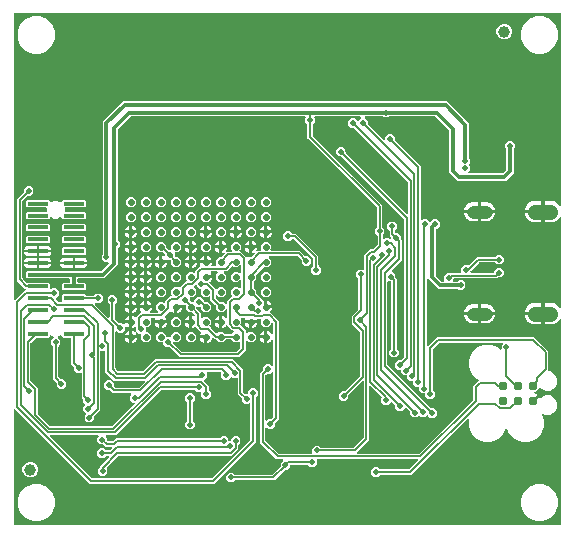
<source format=gbr>
G04 EAGLE Gerber RS-274X export*
G75*
%MOMM*%
%FSLAX34Y34*%
%LPD*%
%INTop Copper*%
%IPPOS*%
%AMOC8*
5,1,8,0,0,1.08239X$1,22.5*%
G01*
%ADD10R,1.727200X0.330200*%
%ADD11C,0.787400*%
%ADD12C,1.100000*%
%ADD13C,1.300000*%
%ADD14C,1.000000*%
%ADD15C,0.554400*%
%ADD16C,0.508000*%
%ADD17C,0.330200*%
%ADD18C,0.152400*%
%ADD19C,0.254000*%
%ADD20C,0.304800*%

G36*
X476578Y3814D02*
X476578Y3814D01*
X476597Y3812D01*
X476699Y3834D01*
X476801Y3850D01*
X476818Y3860D01*
X476838Y3864D01*
X476927Y3917D01*
X477018Y3966D01*
X477032Y3980D01*
X477049Y3990D01*
X477116Y4069D01*
X477188Y4144D01*
X477196Y4162D01*
X477209Y4177D01*
X477248Y4273D01*
X477291Y4367D01*
X477293Y4387D01*
X477301Y4405D01*
X477319Y4572D01*
X477319Y177336D01*
X477316Y177359D01*
X477318Y177382D01*
X477296Y177480D01*
X477280Y177579D01*
X477269Y177600D01*
X477264Y177622D01*
X477211Y177708D01*
X477164Y177797D01*
X477148Y177812D01*
X477136Y177832D01*
X477059Y177897D01*
X476986Y177966D01*
X476965Y177976D01*
X476948Y177990D01*
X476854Y178027D01*
X476763Y178070D01*
X476740Y178072D01*
X476719Y178081D01*
X476618Y178086D01*
X476519Y178097D01*
X476496Y178092D01*
X476473Y178093D01*
X476376Y178066D01*
X476278Y178044D01*
X476258Y178033D01*
X476236Y178026D01*
X476153Y177970D01*
X476067Y177918D01*
X476052Y177901D01*
X476033Y177888D01*
X475925Y177759D01*
X475482Y177097D01*
X474223Y175838D01*
X472742Y174848D01*
X471097Y174167D01*
X469350Y173819D01*
X463459Y173819D01*
X463459Y182122D01*
X463456Y182141D01*
X463458Y182161D01*
X463436Y182263D01*
X463420Y182365D01*
X463410Y182382D01*
X463406Y182402D01*
X463353Y182491D01*
X463304Y182582D01*
X463290Y182596D01*
X463280Y182613D01*
X463201Y182680D01*
X463126Y182751D01*
X463108Y182760D01*
X463093Y182773D01*
X462997Y182811D01*
X462903Y182855D01*
X462883Y182857D01*
X462865Y182864D01*
X462941Y182877D01*
X462958Y182886D01*
X462978Y182890D01*
X463067Y182943D01*
X463158Y182992D01*
X463172Y183006D01*
X463189Y183016D01*
X463256Y183095D01*
X463328Y183170D01*
X463336Y183188D01*
X463349Y183203D01*
X463388Y183300D01*
X463431Y183393D01*
X463433Y183413D01*
X463441Y183431D01*
X463459Y183598D01*
X463459Y191901D01*
X469350Y191901D01*
X471097Y191553D01*
X472742Y190872D01*
X474223Y189882D01*
X475482Y188623D01*
X475925Y187961D01*
X475941Y187944D01*
X475952Y187923D01*
X476024Y187854D01*
X476093Y187781D01*
X476113Y187770D01*
X476130Y187754D01*
X476221Y187712D01*
X476309Y187664D01*
X476332Y187660D01*
X476353Y187650D01*
X476453Y187639D01*
X476552Y187622D01*
X476575Y187626D01*
X476597Y187623D01*
X476696Y187645D01*
X476795Y187660D01*
X476815Y187671D01*
X476838Y187676D01*
X476924Y187727D01*
X477013Y187773D01*
X477029Y187790D01*
X477049Y187802D01*
X477114Y187878D01*
X477184Y187950D01*
X477194Y187971D01*
X477209Y187989D01*
X477246Y188082D01*
X477289Y188173D01*
X477292Y188195D01*
X477301Y188217D01*
X477319Y188384D01*
X477319Y263736D01*
X477316Y263759D01*
X477318Y263782D01*
X477296Y263880D01*
X477280Y263979D01*
X477269Y264000D01*
X477264Y264022D01*
X477211Y264108D01*
X477164Y264197D01*
X477148Y264212D01*
X477136Y264232D01*
X477059Y264297D01*
X476986Y264366D01*
X476965Y264376D01*
X476948Y264390D01*
X476854Y264427D01*
X476763Y264470D01*
X476740Y264472D01*
X476719Y264481D01*
X476618Y264486D01*
X476519Y264497D01*
X476496Y264492D01*
X476473Y264493D01*
X476376Y264466D01*
X476278Y264444D01*
X476258Y264433D01*
X476236Y264426D01*
X476153Y264370D01*
X476067Y264318D01*
X476052Y264301D01*
X476033Y264288D01*
X475925Y264159D01*
X475482Y263497D01*
X474223Y262238D01*
X472742Y261248D01*
X471097Y260567D01*
X469350Y260219D01*
X463459Y260219D01*
X463459Y268522D01*
X463456Y268541D01*
X463458Y268561D01*
X463436Y268663D01*
X463420Y268765D01*
X463410Y268782D01*
X463406Y268802D01*
X463353Y268891D01*
X463304Y268982D01*
X463290Y268996D01*
X463280Y269013D01*
X463201Y269080D01*
X463126Y269151D01*
X463108Y269160D01*
X463093Y269173D01*
X462997Y269211D01*
X462903Y269255D01*
X462883Y269257D01*
X462865Y269264D01*
X462941Y269277D01*
X462958Y269286D01*
X462978Y269290D01*
X463067Y269343D01*
X463158Y269392D01*
X463172Y269406D01*
X463189Y269416D01*
X463256Y269495D01*
X463328Y269570D01*
X463336Y269588D01*
X463349Y269603D01*
X463388Y269700D01*
X463431Y269793D01*
X463433Y269813D01*
X463441Y269831D01*
X463459Y269998D01*
X463459Y278301D01*
X469350Y278301D01*
X471097Y277953D01*
X472742Y277272D01*
X474223Y276282D01*
X475482Y275023D01*
X475925Y274361D01*
X475941Y274344D01*
X475952Y274323D01*
X476024Y274254D01*
X476093Y274181D01*
X476113Y274170D01*
X476130Y274154D01*
X476221Y274112D01*
X476309Y274064D01*
X476332Y274060D01*
X476353Y274050D01*
X476453Y274039D01*
X476552Y274022D01*
X476575Y274026D01*
X476597Y274023D01*
X476696Y274045D01*
X476795Y274060D01*
X476815Y274071D01*
X476838Y274076D01*
X476924Y274127D01*
X477013Y274173D01*
X477029Y274190D01*
X477049Y274202D01*
X477114Y274278D01*
X477184Y274350D01*
X477194Y274371D01*
X477209Y274389D01*
X477246Y274482D01*
X477289Y274573D01*
X477292Y274595D01*
X477301Y274617D01*
X477319Y274784D01*
X477319Y436628D01*
X477316Y436648D01*
X477318Y436667D01*
X477296Y436769D01*
X477280Y436871D01*
X477270Y436888D01*
X477266Y436908D01*
X477213Y436997D01*
X477164Y437088D01*
X477150Y437102D01*
X477140Y437119D01*
X477061Y437186D01*
X476986Y437258D01*
X476968Y437266D01*
X476953Y437279D01*
X476857Y437318D01*
X476763Y437361D01*
X476743Y437363D01*
X476725Y437371D01*
X476558Y437389D01*
X14732Y437387D01*
X14712Y437384D01*
X14693Y437386D01*
X14591Y437364D01*
X14489Y437348D01*
X14472Y437338D01*
X14452Y437334D01*
X14363Y437281D01*
X14272Y437232D01*
X14258Y437218D01*
X14241Y437208D01*
X14174Y437129D01*
X14102Y437054D01*
X14094Y437036D01*
X14081Y437021D01*
X14042Y436925D01*
X13999Y436831D01*
X13997Y436811D01*
X13989Y436793D01*
X13971Y436626D01*
X13971Y195064D01*
X13982Y194994D01*
X13984Y194922D01*
X14002Y194873D01*
X14010Y194822D01*
X14044Y194758D01*
X14069Y194691D01*
X14101Y194650D01*
X14126Y194604D01*
X14178Y194555D01*
X14222Y194499D01*
X14266Y194471D01*
X14304Y194435D01*
X14369Y194405D01*
X14429Y194366D01*
X14480Y194353D01*
X14527Y194331D01*
X14598Y194323D01*
X14668Y194306D01*
X14720Y194310D01*
X14771Y194304D01*
X14842Y194319D01*
X14913Y194325D01*
X14961Y194345D01*
X15012Y194356D01*
X15073Y194393D01*
X15139Y194421D01*
X15195Y194466D01*
X15223Y194483D01*
X15238Y194500D01*
X15270Y194526D01*
X16040Y195296D01*
X23446Y202702D01*
X23509Y202716D01*
X23611Y202732D01*
X23628Y202742D01*
X23648Y202746D01*
X23737Y202799D01*
X23828Y202848D01*
X23842Y202862D01*
X23859Y202872D01*
X23926Y202951D01*
X23998Y203026D01*
X24006Y203044D01*
X24019Y203059D01*
X24058Y203155D01*
X24101Y203249D01*
X24103Y203269D01*
X24111Y203287D01*
X24129Y203454D01*
X24126Y203474D01*
X24128Y203493D01*
X24106Y203595D01*
X24090Y203697D01*
X24080Y203714D01*
X24076Y203734D01*
X24023Y203823D01*
X23974Y203914D01*
X23960Y203928D01*
X23950Y203945D01*
X23871Y204012D01*
X23796Y204084D01*
X23778Y204092D01*
X23763Y204105D01*
X23667Y204144D01*
X23573Y204187D01*
X23553Y204189D01*
X23535Y204197D01*
X23445Y204207D01*
X16763Y210889D01*
X16763Y279839D01*
X22382Y285458D01*
X22435Y285532D01*
X22495Y285602D01*
X22507Y285632D01*
X22526Y285658D01*
X22553Y285745D01*
X22587Y285830D01*
X22591Y285871D01*
X22598Y285893D01*
X22597Y285925D01*
X22605Y285997D01*
X22605Y288196D01*
X24986Y290577D01*
X28354Y290577D01*
X30735Y288196D01*
X30735Y284828D01*
X28354Y282447D01*
X26155Y282447D01*
X26064Y282433D01*
X25974Y282425D01*
X25944Y282413D01*
X25912Y282408D01*
X25831Y282365D01*
X25747Y282329D01*
X25715Y282303D01*
X25694Y282292D01*
X25677Y282274D01*
X25675Y282273D01*
X25668Y282266D01*
X25616Y282224D01*
X21560Y278168D01*
X21507Y278094D01*
X21447Y278024D01*
X21435Y277994D01*
X21416Y277968D01*
X21389Y277881D01*
X21355Y277796D01*
X21351Y277755D01*
X21344Y277733D01*
X21345Y277701D01*
X21337Y277629D01*
X21337Y213099D01*
X21351Y213008D01*
X21359Y212918D01*
X21371Y212888D01*
X21376Y212856D01*
X21419Y212775D01*
X21455Y212691D01*
X21481Y212659D01*
X21492Y212638D01*
X21515Y212616D01*
X21560Y212560D01*
X24727Y209393D01*
X24801Y209340D01*
X24871Y209280D01*
X24901Y209268D01*
X24927Y209249D01*
X25014Y209222D01*
X25099Y209188D01*
X25140Y209184D01*
X25162Y209177D01*
X25194Y209178D01*
X25266Y209170D01*
X43558Y209170D01*
X44451Y208277D01*
X44451Y204437D01*
X44462Y204366D01*
X44464Y204294D01*
X44482Y204246D01*
X44490Y204194D01*
X44524Y204131D01*
X44549Y204063D01*
X44581Y204023D01*
X44606Y203977D01*
X44658Y203927D01*
X44702Y203871D01*
X44746Y203843D01*
X44784Y203807D01*
X44849Y203777D01*
X44909Y203738D01*
X44960Y203726D01*
X45007Y203704D01*
X45078Y203696D01*
X45148Y203678D01*
X45200Y203682D01*
X45251Y203677D01*
X45322Y203692D01*
X45393Y203698D01*
X45441Y203718D01*
X45492Y203729D01*
X45553Y203766D01*
X45619Y203794D01*
X45675Y203839D01*
X45703Y203855D01*
X45718Y203873D01*
X45750Y203899D01*
X46322Y204471D01*
X49690Y204471D01*
X52071Y202090D01*
X52071Y198722D01*
X49606Y196258D01*
X49595Y196242D01*
X49579Y196229D01*
X49523Y196142D01*
X49463Y196058D01*
X49457Y196039D01*
X49446Y196023D01*
X49421Y195922D01*
X49391Y195823D01*
X49391Y195803D01*
X49386Y195784D01*
X49394Y195681D01*
X49397Y195577D01*
X49404Y195559D01*
X49405Y195539D01*
X49446Y195444D01*
X49481Y195346D01*
X49494Y195331D01*
X49502Y195312D01*
X49606Y195181D01*
X51778Y193010D01*
X51852Y192957D01*
X51922Y192897D01*
X51952Y192885D01*
X51978Y192866D01*
X52065Y192839D01*
X52150Y192805D01*
X52191Y192801D01*
X52213Y192794D01*
X52245Y192795D01*
X52316Y192787D01*
X53848Y192787D01*
X53868Y192790D01*
X53887Y192788D01*
X53989Y192810D01*
X54091Y192826D01*
X54108Y192836D01*
X54128Y192840D01*
X54217Y192893D01*
X54308Y192942D01*
X54322Y192956D01*
X54339Y192966D01*
X54406Y193045D01*
X54478Y193120D01*
X54486Y193138D01*
X54499Y193153D01*
X54538Y193249D01*
X54581Y193343D01*
X54583Y193363D01*
X54591Y193381D01*
X54609Y193548D01*
X54609Y198371D01*
X55502Y199264D01*
X74038Y199264D01*
X74958Y198344D01*
X75032Y198291D01*
X75101Y198231D01*
X75131Y198219D01*
X75157Y198200D01*
X75244Y198173D01*
X75329Y198139D01*
X75370Y198135D01*
X75392Y198128D01*
X75425Y198129D01*
X75496Y198121D01*
X81567Y198121D01*
X81657Y198135D01*
X81748Y198143D01*
X81778Y198155D01*
X81810Y198160D01*
X81890Y198203D01*
X81974Y198239D01*
X82006Y198265D01*
X82027Y198276D01*
X82049Y198299D01*
X82105Y198344D01*
X83660Y199899D01*
X87028Y199899D01*
X89409Y197518D01*
X89409Y194150D01*
X87028Y191769D01*
X83660Y191769D01*
X83589Y191758D01*
X83518Y191756D01*
X83469Y191738D01*
X83417Y191730D01*
X83354Y191696D01*
X83287Y191671D01*
X83246Y191639D01*
X83200Y191614D01*
X83151Y191563D01*
X83095Y191518D01*
X83066Y191474D01*
X83031Y191436D01*
X83000Y191371D01*
X82962Y191311D01*
X82949Y191260D01*
X82927Y191213D01*
X82919Y191142D01*
X82902Y191072D01*
X82906Y191020D01*
X82900Y190969D01*
X82915Y190898D01*
X82921Y190827D01*
X82941Y190779D01*
X82952Y190728D01*
X82989Y190667D01*
X83017Y190601D01*
X83062Y190545D01*
X83078Y190517D01*
X83096Y190502D01*
X83122Y190470D01*
X93950Y179642D01*
X94008Y179600D01*
X94060Y179551D01*
X94107Y179529D01*
X94149Y179498D01*
X94218Y179477D01*
X94283Y179447D01*
X94335Y179441D01*
X94385Y179426D01*
X94456Y179428D01*
X94527Y179420D01*
X94578Y179431D01*
X94630Y179432D01*
X94698Y179457D01*
X94768Y179472D01*
X94812Y179499D01*
X94861Y179517D01*
X94917Y179562D01*
X94979Y179598D01*
X95013Y179638D01*
X95053Y179670D01*
X95092Y179731D01*
X95139Y179785D01*
X95158Y179834D01*
X95186Y179877D01*
X95204Y179947D01*
X95231Y180013D01*
X95239Y180085D01*
X95247Y180116D01*
X95245Y180139D01*
X95249Y180180D01*
X95249Y190533D01*
X95235Y190623D01*
X95227Y190714D01*
X95215Y190744D01*
X95210Y190776D01*
X95167Y190856D01*
X95131Y190940D01*
X95105Y190972D01*
X95094Y190993D01*
X95071Y191015D01*
X95026Y191071D01*
X93471Y192626D01*
X93471Y195994D01*
X95852Y198375D01*
X99220Y198375D01*
X101601Y195994D01*
X101601Y192626D01*
X100046Y191071D01*
X99993Y190997D01*
X99933Y190928D01*
X99921Y190898D01*
X99902Y190872D01*
X99875Y190785D01*
X99841Y190700D01*
X99837Y190659D01*
X99830Y190636D01*
X99831Y190604D01*
X99823Y190533D01*
X99823Y178809D01*
X99837Y178718D01*
X99845Y178628D01*
X99857Y178598D01*
X99862Y178566D01*
X99905Y178485D01*
X99941Y178401D01*
X99967Y178369D01*
X99978Y178348D01*
X100001Y178326D01*
X100046Y178270D01*
X103340Y174976D01*
X103414Y174923D01*
X103484Y174863D01*
X103514Y174851D01*
X103540Y174832D01*
X103627Y174805D01*
X103712Y174771D01*
X103753Y174767D01*
X103775Y174760D01*
X103807Y174761D01*
X103879Y174753D01*
X106078Y174753D01*
X106569Y174261D01*
X106588Y174248D01*
X106602Y174230D01*
X106688Y174176D01*
X106769Y174118D01*
X106791Y174111D01*
X106810Y174099D01*
X106908Y174075D01*
X107004Y174045D01*
X107027Y174046D01*
X107049Y174040D01*
X107149Y174049D01*
X107250Y174052D01*
X107272Y174060D01*
X107295Y174062D01*
X107386Y174101D01*
X107481Y174136D01*
X107499Y174151D01*
X107520Y174160D01*
X107594Y174227D01*
X107673Y174290D01*
X107685Y174309D01*
X107703Y174325D01*
X107752Y174412D01*
X107806Y174497D01*
X107812Y174519D01*
X107823Y174539D01*
X107842Y174638D01*
X107850Y174673D01*
X111681Y174673D01*
X111681Y170901D01*
X111503Y170936D01*
X110536Y171337D01*
X109643Y171934D01*
X109638Y171936D01*
X109637Y171937D01*
X109631Y171939D01*
X109532Y171984D01*
X109425Y172034D01*
X109422Y172034D01*
X109419Y172035D01*
X109299Y172048D01*
X109181Y172061D01*
X109177Y172060D01*
X109174Y172061D01*
X109058Y172034D01*
X108940Y172009D01*
X108937Y172007D01*
X108934Y172006D01*
X108832Y171944D01*
X108729Y171882D01*
X108727Y171880D01*
X108724Y171878D01*
X108648Y171787D01*
X108569Y171696D01*
X108568Y171693D01*
X108566Y171690D01*
X108523Y171581D01*
X108477Y171467D01*
X108477Y171464D01*
X108476Y171461D01*
X108475Y171451D01*
X108459Y171301D01*
X108459Y169004D01*
X106078Y166623D01*
X102710Y166623D01*
X101427Y167907D01*
X101369Y167948D01*
X101317Y167998D01*
X101270Y168020D01*
X101227Y168050D01*
X101159Y168071D01*
X101094Y168101D01*
X101042Y168107D01*
X100992Y168122D01*
X100921Y168121D01*
X100849Y168128D01*
X100798Y168117D01*
X100746Y168116D01*
X100679Y168091D01*
X100609Y168076D01*
X100564Y168050D01*
X100515Y168032D01*
X100459Y167987D01*
X100398Y167950D01*
X100364Y167910D01*
X100323Y167878D01*
X100285Y167818D01*
X100238Y167763D01*
X100218Y167715D01*
X100190Y167671D01*
X100173Y167602D01*
X100146Y167535D01*
X100138Y167464D01*
X100130Y167432D01*
X100132Y167409D01*
X100128Y167368D01*
X100128Y136899D01*
X100142Y136808D01*
X100149Y136718D01*
X100162Y136688D01*
X100167Y136656D01*
X100210Y136575D01*
X100246Y136491D01*
X100271Y136459D01*
X100282Y136438D01*
X100306Y136416D01*
X100351Y136360D01*
X102353Y134357D01*
X102427Y134304D01*
X102497Y134245D01*
X102527Y134233D01*
X102553Y134214D01*
X102640Y134187D01*
X102725Y134153D01*
X102766Y134148D01*
X102788Y134141D01*
X102820Y134142D01*
X102892Y134134D01*
X122922Y134134D01*
X123012Y134149D01*
X123103Y134156D01*
X123133Y134169D01*
X123165Y134174D01*
X123245Y134217D01*
X123329Y134253D01*
X123361Y134278D01*
X123382Y134289D01*
X123404Y134313D01*
X123460Y134357D01*
X131965Y142863D01*
X133528Y144425D01*
X199350Y144425D01*
X208139Y135636D01*
X208139Y117232D01*
X208142Y117214D01*
X208140Y117198D01*
X208155Y117130D01*
X208161Y117051D01*
X208174Y117021D01*
X208179Y116989D01*
X208190Y116968D01*
X208192Y116957D01*
X208222Y116908D01*
X208257Y116825D01*
X208283Y116792D01*
X208294Y116772D01*
X208315Y116751D01*
X208319Y116746D01*
X208324Y116742D01*
X208362Y116694D01*
X210166Y114890D01*
X210240Y114837D01*
X210309Y114778D01*
X210339Y114765D01*
X210365Y114747D01*
X210452Y114720D01*
X210537Y114686D01*
X210578Y114681D01*
X210600Y114674D01*
X210633Y114675D01*
X210704Y114667D01*
X211887Y114667D01*
X211906Y114670D01*
X211926Y114668D01*
X212028Y114690D01*
X212130Y114707D01*
X212147Y114716D01*
X212167Y114720D01*
X212256Y114774D01*
X212347Y114822D01*
X212361Y114836D01*
X212378Y114847D01*
X212445Y114925D01*
X212516Y115000D01*
X212525Y115018D01*
X212538Y115034D01*
X212576Y115130D01*
X212620Y115223D01*
X212622Y115243D01*
X212630Y115262D01*
X212648Y115428D01*
X212648Y117203D01*
X215029Y119584D01*
X218396Y119584D01*
X220778Y117203D01*
X220778Y113836D01*
X219222Y112280D01*
X219169Y112207D01*
X219110Y112137D01*
X219098Y112107D01*
X219079Y112081D01*
X219052Y111994D01*
X219018Y111909D01*
X219013Y111868D01*
X219007Y111846D01*
X219007Y111813D01*
X219000Y111742D01*
X219000Y74034D01*
X183827Y38861D01*
X78301Y38861D01*
X76738Y40424D01*
X15270Y101892D01*
X15212Y101934D01*
X15160Y101983D01*
X15113Y102005D01*
X15071Y102035D01*
X15002Y102056D01*
X14937Y102087D01*
X14885Y102092D01*
X14835Y102108D01*
X14764Y102106D01*
X14693Y102114D01*
X14642Y102103D01*
X14590Y102101D01*
X14522Y102077D01*
X14452Y102062D01*
X14407Y102035D01*
X14359Y102017D01*
X14303Y101972D01*
X14241Y101935D01*
X14207Y101896D01*
X14167Y101863D01*
X14128Y101803D01*
X14081Y101748D01*
X14062Y101700D01*
X14034Y101656D01*
X14016Y101587D01*
X13989Y101520D01*
X13981Y101449D01*
X13973Y101418D01*
X13975Y101394D01*
X13971Y101354D01*
X13971Y4572D01*
X13974Y4552D01*
X13972Y4533D01*
X13994Y4431D01*
X14010Y4329D01*
X14020Y4312D01*
X14024Y4292D01*
X14077Y4203D01*
X14126Y4112D01*
X14140Y4098D01*
X14150Y4081D01*
X14229Y4014D01*
X14304Y3942D01*
X14322Y3934D01*
X14337Y3921D01*
X14433Y3882D01*
X14527Y3839D01*
X14547Y3837D01*
X14565Y3829D01*
X14732Y3811D01*
X476558Y3811D01*
X476578Y3814D01*
G37*
%LPC*%
G36*
X196436Y40131D02*
X196436Y40131D01*
X194055Y42512D01*
X194055Y45880D01*
X196436Y48261D01*
X199804Y48261D01*
X201359Y46706D01*
X201433Y46653D01*
X201502Y46593D01*
X201532Y46581D01*
X201558Y46562D01*
X201645Y46535D01*
X201730Y46501D01*
X201771Y46497D01*
X201794Y46490D01*
X201826Y46491D01*
X201897Y46483D01*
X232671Y46483D01*
X232762Y46497D01*
X232852Y46505D01*
X232882Y46517D01*
X232914Y46522D01*
X232995Y46565D01*
X233079Y46601D01*
X233111Y46627D01*
X233132Y46638D01*
X233154Y46661D01*
X233210Y46706D01*
X239803Y53299D01*
X239856Y53372D01*
X239915Y53442D01*
X239927Y53472D01*
X239946Y53498D01*
X239973Y53585D01*
X240007Y53670D01*
X240012Y53711D01*
X240018Y53733D01*
X240018Y53766D01*
X240026Y53837D01*
X240026Y56544D01*
X241871Y58390D01*
X241913Y58448D01*
X241963Y58500D01*
X241985Y58547D01*
X242015Y58589D01*
X242036Y58658D01*
X242066Y58723D01*
X242072Y58775D01*
X242087Y58825D01*
X242085Y58896D01*
X242093Y58967D01*
X242082Y59018D01*
X242081Y59070D01*
X242056Y59138D01*
X242041Y59208D01*
X242014Y59253D01*
X241996Y59301D01*
X241952Y59357D01*
X241915Y59419D01*
X241875Y59453D01*
X241843Y59493D01*
X241782Y59532D01*
X241728Y59579D01*
X241680Y59598D01*
X241636Y59626D01*
X241566Y59644D01*
X241500Y59671D01*
X241428Y59679D01*
X241397Y59687D01*
X241374Y59685D01*
X241333Y59689D01*
X236390Y59689D01*
X222554Y73526D01*
X222554Y132672D01*
X224820Y134938D01*
X224873Y135012D01*
X224933Y135081D01*
X224945Y135111D01*
X224964Y135138D01*
X224991Y135225D01*
X225025Y135309D01*
X225029Y135350D01*
X225036Y135373D01*
X225035Y135405D01*
X225043Y135476D01*
X225043Y137675D01*
X227424Y140056D01*
X230792Y140056D01*
X232481Y138367D01*
X232540Y138325D01*
X232592Y138275D01*
X232639Y138254D01*
X232681Y138223D01*
X232750Y138202D01*
X232815Y138172D01*
X232866Y138166D01*
X232916Y138151D01*
X232988Y138153D01*
X233059Y138145D01*
X233110Y138156D01*
X233162Y138157D01*
X233229Y138182D01*
X233299Y138197D01*
X233344Y138224D01*
X233393Y138242D01*
X233449Y138286D01*
X233511Y138323D01*
X233544Y138363D01*
X233585Y138395D01*
X233624Y138456D01*
X233670Y138510D01*
X233690Y138558D01*
X233718Y138602D01*
X233736Y138672D01*
X233762Y138738D01*
X233770Y138810D01*
X233778Y138841D01*
X233776Y138864D01*
X233781Y138905D01*
X233781Y161018D01*
X233765Y161114D01*
X233756Y161211D01*
X233745Y161235D01*
X233741Y161261D01*
X233696Y161347D01*
X233656Y161436D01*
X233638Y161455D01*
X233626Y161478D01*
X233555Y161546D01*
X233490Y161617D01*
X233467Y161630D01*
X233448Y161648D01*
X233359Y161689D01*
X233274Y161736D01*
X233248Y161740D01*
X233225Y161751D01*
X233128Y161762D01*
X233032Y161780D01*
X233006Y161776D01*
X232980Y161779D01*
X232885Y161758D01*
X232789Y161744D01*
X232765Y161732D01*
X232740Y161726D01*
X232656Y161676D01*
X232569Y161632D01*
X232551Y161614D01*
X232529Y161600D01*
X232465Y161526D01*
X232397Y161457D01*
X232381Y161428D01*
X232369Y161413D01*
X232356Y161383D01*
X232316Y161310D01*
X232117Y160828D01*
X231535Y159958D01*
X230795Y159218D01*
X229925Y158637D01*
X228958Y158236D01*
X228780Y158201D01*
X228780Y162735D01*
X228777Y162754D01*
X228779Y162774D01*
X228757Y162875D01*
X228740Y162977D01*
X228731Y162995D01*
X228727Y163014D01*
X228674Y163103D01*
X228625Y163195D01*
X228611Y163208D01*
X228601Y163226D01*
X228522Y163293D01*
X228447Y163364D01*
X228429Y163372D01*
X228425Y163376D01*
X228479Y163405D01*
X228493Y163419D01*
X228510Y163429D01*
X228577Y163508D01*
X228648Y163583D01*
X228657Y163601D01*
X228670Y163616D01*
X228708Y163712D01*
X228752Y163806D01*
X228754Y163826D01*
X228762Y163844D01*
X228780Y164011D01*
X228780Y168545D01*
X228958Y168509D01*
X229925Y168109D01*
X230795Y167527D01*
X231535Y166787D01*
X232117Y165917D01*
X232316Y165436D01*
X232368Y165353D01*
X232413Y165267D01*
X232432Y165249D01*
X232446Y165227D01*
X232521Y165165D01*
X232592Y165098D01*
X232615Y165087D01*
X232635Y165070D01*
X232726Y165035D01*
X232815Y164994D01*
X232841Y164991D01*
X232865Y164982D01*
X232962Y164978D01*
X233059Y164967D01*
X233085Y164973D01*
X233111Y164971D01*
X233204Y164999D01*
X233299Y165019D01*
X233322Y165033D01*
X233347Y165040D01*
X233427Y165095D01*
X233511Y165145D01*
X233527Y165165D01*
X233549Y165180D01*
X233607Y165258D01*
X233670Y165332D01*
X233680Y165357D01*
X233696Y165378D01*
X233726Y165470D01*
X233762Y165560D01*
X233766Y165593D01*
X233772Y165611D01*
X233772Y165644D01*
X233781Y165727D01*
X233781Y174760D01*
X233766Y174850D01*
X233759Y174941D01*
X233746Y174970D01*
X233741Y175002D01*
X233698Y175083D01*
X233663Y175167D01*
X233637Y175199D01*
X233626Y175220D01*
X233603Y175242D01*
X233558Y175298D01*
X233005Y175851D01*
X232947Y175892D01*
X232895Y175942D01*
X232848Y175964D01*
X232805Y175994D01*
X232737Y176015D01*
X232672Y176045D01*
X232620Y176051D01*
X232570Y176067D01*
X232498Y176065D01*
X232427Y176073D01*
X232376Y176062D01*
X232324Y176060D01*
X232257Y176036D01*
X232187Y176020D01*
X232142Y175994D01*
X232093Y175976D01*
X232037Y175931D01*
X231976Y175894D01*
X231942Y175855D01*
X231901Y175822D01*
X231863Y175762D01*
X231816Y175707D01*
X231796Y175659D01*
X231768Y175615D01*
X231751Y175546D01*
X231724Y175479D01*
X231716Y175408D01*
X231708Y175377D01*
X231710Y175353D01*
X231706Y175312D01*
X231706Y174265D01*
X229189Y171748D01*
X225573Y171748D01*
X223056Y174265D01*
X223056Y177597D01*
X223053Y177617D01*
X223055Y177636D01*
X223033Y177738D01*
X223016Y177840D01*
X223007Y177857D01*
X223003Y177877D01*
X222950Y177966D01*
X222901Y178057D01*
X222887Y178071D01*
X222877Y178088D01*
X222798Y178155D01*
X222723Y178226D01*
X222705Y178235D01*
X222690Y178248D01*
X222593Y178286D01*
X222500Y178330D01*
X222480Y178332D01*
X222462Y178340D01*
X222295Y178358D01*
X220604Y178358D01*
X220511Y178343D01*
X220417Y178335D01*
X220390Y178323D01*
X220361Y178318D01*
X220278Y178274D01*
X220192Y178237D01*
X220170Y178217D01*
X220144Y178203D01*
X220079Y178135D01*
X220009Y178072D01*
X219995Y178046D01*
X219975Y178025D01*
X219935Y177939D01*
X219889Y177857D01*
X219883Y177828D01*
X219871Y177802D01*
X219861Y177708D01*
X219843Y177615D01*
X219846Y177579D01*
X219844Y177557D01*
X219851Y177525D01*
X219856Y177472D01*
X215319Y177472D01*
X215299Y177469D01*
X215280Y177471D01*
X215178Y177449D01*
X215076Y177432D01*
X215059Y177423D01*
X215039Y177419D01*
X214950Y177366D01*
X214859Y177317D01*
X214845Y177303D01*
X214828Y177293D01*
X214761Y177214D01*
X214689Y177139D01*
X214681Y177121D01*
X214678Y177117D01*
X214649Y177171D01*
X214635Y177185D01*
X214624Y177202D01*
X214546Y177269D01*
X214471Y177340D01*
X214453Y177349D01*
X214437Y177362D01*
X214341Y177400D01*
X214248Y177444D01*
X214228Y177446D01*
X214209Y177454D01*
X214043Y177472D01*
X209509Y177472D01*
X209544Y177650D01*
X209696Y178017D01*
X209706Y178061D01*
X209726Y178103D01*
X209734Y178180D01*
X209752Y178256D01*
X209748Y178302D01*
X209753Y178347D01*
X209736Y178424D01*
X209729Y178501D01*
X209710Y178543D01*
X209701Y178588D01*
X209661Y178655D01*
X209629Y178726D01*
X209598Y178759D01*
X209574Y178799D01*
X209515Y178850D01*
X209463Y178907D01*
X209423Y178929D01*
X209388Y178959D01*
X209315Y178988D01*
X209247Y179025D01*
X209202Y179034D01*
X209159Y179051D01*
X209024Y179066D01*
X209005Y179069D01*
X209000Y179068D01*
X208993Y179069D01*
X206955Y179069D01*
X206884Y179058D01*
X206812Y179056D01*
X206763Y179038D01*
X206712Y179030D01*
X206649Y178996D01*
X206581Y178971D01*
X206540Y178939D01*
X206494Y178914D01*
X206445Y178862D01*
X206389Y178818D01*
X206361Y178774D01*
X206325Y178736D01*
X206295Y178671D01*
X206256Y178611D01*
X206243Y178560D01*
X206221Y178513D01*
X206214Y178442D01*
X206196Y178372D01*
X206200Y178320D01*
X206194Y178269D01*
X206210Y178198D01*
X206215Y178127D01*
X206236Y178079D01*
X206247Y178028D01*
X206283Y177967D01*
X206306Y177915D01*
X206306Y174265D01*
X206085Y174044D01*
X206073Y174028D01*
X206058Y174016D01*
X206002Y173928D01*
X205941Y173844D01*
X205935Y173825D01*
X205925Y173809D01*
X205899Y173708D01*
X205869Y173609D01*
X205869Y173589D01*
X205864Y173570D01*
X205872Y173467D01*
X205875Y173364D01*
X205882Y173345D01*
X205884Y173325D01*
X205924Y173230D01*
X205960Y173133D01*
X205972Y173117D01*
X205980Y173099D01*
X206085Y172968D01*
X210465Y168587D01*
X210465Y167127D01*
X210477Y167057D01*
X210479Y166985D01*
X210496Y166936D01*
X210505Y166885D01*
X210538Y166821D01*
X210563Y166754D01*
X210596Y166713D01*
X210620Y166667D01*
X210672Y166618D01*
X210717Y166562D01*
X210761Y166534D01*
X210798Y166498D01*
X210863Y166468D01*
X210924Y166429D01*
X210974Y166416D01*
X211021Y166394D01*
X211093Y166386D01*
X211162Y166369D01*
X211214Y166373D01*
X211266Y166367D01*
X211336Y166382D01*
X211407Y166388D01*
X211455Y166408D01*
X211506Y166419D01*
X211568Y166456D01*
X211634Y166484D01*
X211690Y166529D01*
X211717Y166546D01*
X211733Y166563D01*
X211765Y166589D01*
X212873Y167698D01*
X216489Y167698D01*
X219006Y165181D01*
X219006Y161565D01*
X216489Y159048D01*
X212873Y159048D01*
X211765Y160156D01*
X211706Y160198D01*
X211654Y160248D01*
X211607Y160270D01*
X211565Y160300D01*
X211496Y160321D01*
X211431Y160351D01*
X211380Y160357D01*
X211330Y160372D01*
X211258Y160370D01*
X211187Y160378D01*
X211136Y160367D01*
X211084Y160366D01*
X211017Y160341D01*
X210947Y160326D01*
X210902Y160299D01*
X210853Y160281D01*
X210797Y160237D01*
X210735Y160200D01*
X210702Y160160D01*
X210661Y160128D01*
X210622Y160067D01*
X210576Y160013D01*
X210556Y159965D01*
X210528Y159921D01*
X210510Y159851D01*
X210484Y159785D01*
X210476Y159713D01*
X210468Y159682D01*
X210470Y159659D01*
X210465Y159618D01*
X210465Y152062D01*
X204554Y146151D01*
X154285Y146151D01*
X152722Y147713D01*
X145681Y154754D01*
X145607Y154807D01*
X145538Y154867D01*
X145508Y154879D01*
X145482Y154898D01*
X145395Y154925D01*
X145310Y154959D01*
X145269Y154963D01*
X145247Y154970D01*
X145214Y154969D01*
X145143Y154977D01*
X142944Y154977D01*
X140563Y157358D01*
X140563Y158287D01*
X140560Y158306D01*
X140562Y158326D01*
X140540Y158427D01*
X140523Y158530D01*
X140514Y158547D01*
X140510Y158567D01*
X140456Y158656D01*
X140408Y158747D01*
X140394Y158761D01*
X140383Y158778D01*
X140305Y158845D01*
X140230Y158916D01*
X140212Y158925D01*
X140196Y158938D01*
X140100Y158976D01*
X140007Y159020D01*
X139987Y159022D01*
X139968Y159030D01*
X139802Y159048D01*
X136673Y159048D01*
X134156Y161565D01*
X134156Y165181D01*
X136673Y167698D01*
X140289Y167698D01*
X142806Y165181D01*
X142806Y163868D01*
X142809Y163848D01*
X142807Y163829D01*
X142829Y163727D01*
X142845Y163625D01*
X142855Y163608D01*
X142859Y163588D01*
X142912Y163499D01*
X142960Y163408D01*
X142975Y163394D01*
X142985Y163377D01*
X143064Y163310D01*
X143139Y163238D01*
X143157Y163230D01*
X143172Y163217D01*
X143268Y163178D01*
X143362Y163135D01*
X143382Y163133D01*
X143400Y163125D01*
X143567Y163107D01*
X146095Y163107D01*
X146114Y163110D01*
X146134Y163108D01*
X146236Y163130D01*
X146338Y163146D01*
X146355Y163156D01*
X146375Y163160D01*
X146464Y163213D01*
X146555Y163262D01*
X146569Y163276D01*
X146586Y163286D01*
X146653Y163365D01*
X146724Y163440D01*
X146733Y163458D01*
X146746Y163473D01*
X146784Y163569D01*
X146828Y163663D01*
X146830Y163683D01*
X146838Y163701D01*
X146856Y163868D01*
X146856Y165181D01*
X149373Y167698D01*
X152989Y167698D01*
X155506Y165181D01*
X155506Y161565D01*
X152989Y159048D01*
X149693Y159048D01*
X149623Y159036D01*
X149551Y159035D01*
X149502Y159017D01*
X149451Y159008D01*
X149387Y158975D01*
X149320Y158950D01*
X149279Y158918D01*
X149233Y158893D01*
X149184Y158841D01*
X149128Y158796D01*
X149100Y158753D01*
X149064Y158715D01*
X149034Y158650D01*
X148995Y158590D01*
X148982Y158539D01*
X148960Y158492D01*
X148952Y158421D01*
X148935Y158351D01*
X148939Y158299D01*
X148933Y158247D01*
X148948Y158177D01*
X148954Y158106D01*
X148974Y158058D01*
X148985Y158007D01*
X149022Y157945D01*
X149050Y157879D01*
X149095Y157824D01*
X149111Y157796D01*
X149129Y157781D01*
X149155Y157749D01*
X155956Y150947D01*
X156030Y150894D01*
X156100Y150835D01*
X156130Y150823D01*
X156156Y150804D01*
X156243Y150777D01*
X156328Y150743D01*
X156369Y150738D01*
X156391Y150731D01*
X156423Y150732D01*
X156494Y150724D01*
X202344Y150724D01*
X202434Y150739D01*
X202525Y150746D01*
X202555Y150759D01*
X202587Y150764D01*
X202667Y150807D01*
X202751Y150843D01*
X202783Y150868D01*
X202804Y150879D01*
X202811Y150886D01*
X202812Y150887D01*
X202828Y150904D01*
X202882Y150947D01*
X205669Y153734D01*
X205722Y153808D01*
X205781Y153877D01*
X205793Y153907D01*
X205812Y153934D01*
X205839Y154021D01*
X205873Y154105D01*
X205878Y154146D01*
X205885Y154169D01*
X205884Y154201D01*
X205892Y154272D01*
X205892Y159313D01*
X205880Y159384D01*
X205878Y159456D01*
X205860Y159505D01*
X205852Y159556D01*
X205818Y159619D01*
X205794Y159687D01*
X205761Y159727D01*
X205737Y159773D01*
X205685Y159823D01*
X205640Y159879D01*
X205596Y159907D01*
X205558Y159943D01*
X205493Y159973D01*
X205433Y160012D01*
X205383Y160025D01*
X205335Y160046D01*
X205264Y160054D01*
X205195Y160072D01*
X205143Y160068D01*
X205091Y160074D01*
X205021Y160058D01*
X204949Y160053D01*
X204902Y160032D01*
X204851Y160021D01*
X204789Y159985D01*
X204723Y159956D01*
X204667Y159912D01*
X204639Y159895D01*
X204624Y159877D01*
X204592Y159852D01*
X203789Y159048D01*
X200173Y159048D01*
X198409Y160812D01*
X198335Y160865D01*
X198265Y160925D01*
X198235Y160937D01*
X198209Y160956D01*
X198122Y160983D01*
X198037Y161017D01*
X197996Y161021D01*
X197974Y161028D01*
X197942Y161027D01*
X197870Y161035D01*
X193391Y161035D01*
X193301Y161021D01*
X193210Y161013D01*
X193180Y161001D01*
X193148Y160996D01*
X193068Y160953D01*
X192984Y160917D01*
X192952Y160891D01*
X192931Y160880D01*
X192909Y160857D01*
X192853Y160812D01*
X191089Y159048D01*
X187473Y159048D01*
X185658Y160863D01*
X185584Y160916D01*
X185515Y160976D01*
X185484Y160988D01*
X185458Y161007D01*
X185371Y161033D01*
X185286Y161068D01*
X185245Y161072D01*
X185223Y161079D01*
X185191Y161078D01*
X185120Y161086D01*
X184524Y161086D01*
X183072Y162537D01*
X182975Y162607D01*
X182878Y162678D01*
X182875Y162679D01*
X182873Y162681D01*
X182758Y162716D01*
X182644Y162752D01*
X182641Y162752D01*
X182638Y162753D01*
X182517Y162750D01*
X182398Y162748D01*
X182395Y162747D01*
X182392Y162747D01*
X182278Y162705D01*
X182166Y162665D01*
X182164Y162664D01*
X182161Y162662D01*
X182065Y162586D01*
X181973Y162513D01*
X181971Y162511D01*
X181969Y162509D01*
X181903Y162407D01*
X181838Y162307D01*
X181837Y162304D01*
X181836Y162302D01*
X181833Y162291D01*
X181787Y162148D01*
X181717Y161795D01*
X181317Y160828D01*
X180735Y159958D01*
X179995Y159218D01*
X179125Y158637D01*
X178158Y158236D01*
X177980Y158201D01*
X177980Y162735D01*
X177977Y162754D01*
X177979Y162774D01*
X177957Y162875D01*
X177940Y162977D01*
X177931Y162995D01*
X177927Y163014D01*
X177874Y163103D01*
X177825Y163195D01*
X177811Y163208D01*
X177801Y163226D01*
X177722Y163293D01*
X177647Y163364D01*
X177629Y163372D01*
X177614Y163385D01*
X177517Y163424D01*
X177424Y163468D01*
X177404Y163470D01*
X177386Y163477D01*
X177219Y163496D01*
X176704Y163496D01*
X176704Y164011D01*
X176701Y164030D01*
X176703Y164050D01*
X176681Y164152D01*
X176664Y164254D01*
X176655Y164271D01*
X176651Y164291D01*
X176597Y164380D01*
X176549Y164471D01*
X176535Y164485D01*
X176524Y164502D01*
X176446Y164569D01*
X176371Y164640D01*
X176353Y164649D01*
X176337Y164662D01*
X176241Y164700D01*
X176148Y164744D01*
X176128Y164746D01*
X176109Y164754D01*
X175943Y164772D01*
X171409Y164772D01*
X171444Y164950D01*
X171845Y165917D01*
X172321Y166631D01*
X172350Y166693D01*
X172387Y166751D01*
X172400Y166804D01*
X172423Y166855D01*
X172430Y166923D01*
X172447Y166989D01*
X172443Y167044D01*
X172448Y167099D01*
X172433Y167166D01*
X172428Y167235D01*
X172406Y167285D01*
X172394Y167339D01*
X172358Y167398D01*
X172331Y167461D01*
X172283Y167521D01*
X172266Y167549D01*
X172250Y167563D01*
X172227Y167592D01*
X168100Y171719D01*
X168044Y171759D01*
X167995Y171806D01*
X167945Y171830D01*
X167900Y171862D01*
X167835Y171882D01*
X167773Y171912D01*
X167718Y171918D01*
X167665Y171935D01*
X167596Y171933D01*
X167528Y171941D01*
X167474Y171930D01*
X167419Y171928D01*
X167355Y171905D01*
X167288Y171891D01*
X167219Y171855D01*
X167188Y171844D01*
X167171Y171830D01*
X167139Y171813D01*
X166425Y171337D01*
X165458Y170936D01*
X165280Y170901D01*
X165280Y175435D01*
X165277Y175454D01*
X165279Y175474D01*
X165257Y175575D01*
X165240Y175677D01*
X165231Y175695D01*
X165227Y175714D01*
X165174Y175803D01*
X165125Y175895D01*
X165111Y175908D01*
X165101Y175926D01*
X165022Y175993D01*
X164947Y176064D01*
X164929Y176072D01*
X164925Y176076D01*
X164979Y176105D01*
X164993Y176119D01*
X165010Y176129D01*
X165077Y176208D01*
X165148Y176283D01*
X165157Y176301D01*
X165170Y176316D01*
X165208Y176412D01*
X165252Y176506D01*
X165254Y176526D01*
X165262Y176544D01*
X165280Y176711D01*
X165280Y181245D01*
X165458Y181209D01*
X166425Y180809D01*
X166607Y180687D01*
X166716Y180638D01*
X166825Y180587D01*
X166829Y180587D01*
X166831Y180585D01*
X166950Y180573D01*
X167070Y180560D01*
X167073Y180561D01*
X167076Y180560D01*
X167192Y180586D01*
X167310Y180612D01*
X167313Y180614D01*
X167316Y180614D01*
X167418Y180676D01*
X167521Y180738D01*
X167523Y180741D01*
X167526Y180742D01*
X167603Y180833D01*
X167681Y180925D01*
X167682Y180928D01*
X167684Y180931D01*
X167727Y181039D01*
X167773Y181153D01*
X167774Y181157D01*
X167775Y181159D01*
X167775Y181170D01*
X167792Y181320D01*
X167792Y181465D01*
X167777Y181555D01*
X167770Y181646D01*
X167757Y181676D01*
X167752Y181708D01*
X167709Y181788D01*
X167674Y181872D01*
X167648Y181905D01*
X167637Y181925D01*
X167613Y181947D01*
X167569Y182003D01*
X165347Y184225D01*
X165273Y184278D01*
X165204Y184338D01*
X165173Y184350D01*
X165147Y184369D01*
X165060Y184395D01*
X164975Y184430D01*
X164934Y184434D01*
X164912Y184441D01*
X164880Y184440D01*
X164809Y184448D01*
X162073Y184448D01*
X159556Y186965D01*
X159556Y189484D01*
X159553Y189504D01*
X159555Y189523D01*
X159533Y189625D01*
X159516Y189727D01*
X159507Y189744D01*
X159503Y189764D01*
X159450Y189853D01*
X159401Y189944D01*
X159387Y189958D01*
X159377Y189975D01*
X159298Y190042D01*
X159223Y190114D01*
X159205Y190122D01*
X159190Y190135D01*
X159093Y190174D01*
X159000Y190217D01*
X158980Y190219D01*
X158962Y190227D01*
X158795Y190245D01*
X157266Y190245D01*
X157173Y190230D01*
X157079Y190222D01*
X157052Y190210D01*
X157023Y190206D01*
X156960Y190172D01*
X151819Y190172D01*
X151799Y190169D01*
X151780Y190171D01*
X151678Y190149D01*
X151576Y190132D01*
X151559Y190123D01*
X151539Y190119D01*
X151450Y190066D01*
X151359Y190017D01*
X151345Y190003D01*
X151328Y189993D01*
X151261Y189914D01*
X151189Y189839D01*
X151181Y189821D01*
X151168Y189806D01*
X151129Y189709D01*
X151086Y189616D01*
X151084Y189596D01*
X151076Y189578D01*
X151058Y189411D01*
X151058Y188896D01*
X150543Y188896D01*
X150523Y188893D01*
X150503Y188895D01*
X150402Y188873D01*
X150300Y188856D01*
X150282Y188847D01*
X150263Y188843D01*
X150174Y188789D01*
X150083Y188741D01*
X150069Y188727D01*
X150052Y188716D01*
X149984Y188638D01*
X149913Y188563D01*
X149905Y188545D01*
X149892Y188529D01*
X149853Y188433D01*
X149810Y188340D01*
X149807Y188320D01*
X149800Y188301D01*
X149781Y188135D01*
X149781Y183601D01*
X149603Y183636D01*
X148636Y184037D01*
X147766Y184618D01*
X147011Y185373D01*
X146995Y185384D01*
X146983Y185400D01*
X146896Y185456D01*
X146812Y185516D01*
X146793Y185522D01*
X146776Y185533D01*
X146675Y185558D01*
X146577Y185589D01*
X146557Y185588D01*
X146537Y185593D01*
X146434Y185585D01*
X146331Y185582D01*
X146312Y185576D01*
X146292Y185574D01*
X146197Y185534D01*
X146100Y185498D01*
X146084Y185485D01*
X146066Y185478D01*
X145935Y185373D01*
X141881Y181319D01*
X141869Y181303D01*
X141854Y181290D01*
X141797Y181203D01*
X141737Y181119D01*
X141731Y181100D01*
X141721Y181083D01*
X141695Y180983D01*
X141665Y180884D01*
X141665Y180864D01*
X141660Y180845D01*
X141668Y180742D01*
X141671Y180638D01*
X141678Y180619D01*
X141680Y180600D01*
X141720Y180505D01*
X141756Y180407D01*
X141768Y180391D01*
X141776Y180373D01*
X141881Y180242D01*
X142635Y179487D01*
X143217Y178617D01*
X143617Y177650D01*
X143653Y177472D01*
X139119Y177472D01*
X139099Y177469D01*
X139080Y177471D01*
X138978Y177449D01*
X138876Y177432D01*
X138859Y177423D01*
X138839Y177419D01*
X138750Y177366D01*
X138659Y177317D01*
X138645Y177303D01*
X138628Y177293D01*
X138561Y177214D01*
X138489Y177139D01*
X138481Y177121D01*
X138478Y177117D01*
X138449Y177171D01*
X138435Y177185D01*
X138424Y177202D01*
X138346Y177269D01*
X138271Y177340D01*
X138253Y177349D01*
X138237Y177362D01*
X138141Y177400D01*
X138048Y177444D01*
X138028Y177446D01*
X138009Y177454D01*
X137843Y177472D01*
X133309Y177472D01*
X133344Y177651D01*
X133496Y178017D01*
X133506Y178061D01*
X133526Y178103D01*
X133534Y178180D01*
X133552Y178256D01*
X133548Y178302D01*
X133553Y178347D01*
X133536Y178424D01*
X133529Y178501D01*
X133510Y178543D01*
X133501Y178588D01*
X133461Y178655D01*
X133429Y178726D01*
X133398Y178760D01*
X133374Y178799D01*
X133315Y178850D01*
X133263Y178907D01*
X133222Y178929D01*
X133187Y178959D01*
X133115Y178988D01*
X133047Y179025D01*
X133002Y179034D01*
X132959Y179051D01*
X132823Y179066D01*
X132805Y179069D01*
X132800Y179068D01*
X132793Y179069D01*
X130755Y179069D01*
X130684Y179058D01*
X130612Y179056D01*
X130563Y179038D01*
X130512Y179030D01*
X130449Y178996D01*
X130381Y178971D01*
X130340Y178939D01*
X130294Y178914D01*
X130245Y178862D01*
X130189Y178818D01*
X130161Y178774D01*
X130125Y178736D01*
X130095Y178671D01*
X130056Y178611D01*
X130043Y178560D01*
X130021Y178513D01*
X130014Y178442D01*
X129996Y178372D01*
X130000Y178320D01*
X129994Y178269D01*
X130010Y178198D01*
X130015Y178127D01*
X130036Y178079D01*
X130047Y178028D01*
X130083Y177967D01*
X130106Y177915D01*
X130106Y174265D01*
X127589Y171748D01*
X126746Y171748D01*
X126726Y171745D01*
X126707Y171747D01*
X126605Y171725D01*
X126503Y171708D01*
X126486Y171699D01*
X126466Y171695D01*
X126377Y171642D01*
X126286Y171593D01*
X126272Y171579D01*
X126255Y171569D01*
X126188Y171490D01*
X126116Y171415D01*
X126108Y171397D01*
X126095Y171382D01*
X126056Y171285D01*
X126013Y171192D01*
X126011Y171172D01*
X126003Y171154D01*
X125985Y170987D01*
X125985Y168459D01*
X125988Y168439D01*
X125986Y168419D01*
X126008Y168318D01*
X126024Y168216D01*
X126034Y168198D01*
X126038Y168179D01*
X126091Y168090D01*
X126140Y167999D01*
X126154Y167985D01*
X126164Y167968D01*
X126243Y167900D01*
X126318Y167829D01*
X126336Y167821D01*
X126351Y167808D01*
X126447Y167769D01*
X126541Y167726D01*
X126561Y167723D01*
X126579Y167716D01*
X126746Y167698D01*
X127589Y167698D01*
X130106Y165181D01*
X130106Y161565D01*
X127589Y159048D01*
X123973Y159048D01*
X121456Y161565D01*
X121456Y165100D01*
X121453Y165120D01*
X121455Y165139D01*
X121433Y165241D01*
X121416Y165343D01*
X121407Y165360D01*
X121403Y165380D01*
X121350Y165469D01*
X121301Y165560D01*
X121287Y165574D01*
X121277Y165591D01*
X121198Y165658D01*
X121123Y165730D01*
X121105Y165738D01*
X121090Y165751D01*
X120993Y165790D01*
X120900Y165833D01*
X120880Y165835D01*
X120862Y165843D01*
X120695Y165861D01*
X120236Y165861D01*
X118523Y167575D01*
X118483Y167603D01*
X118450Y167639D01*
X118384Y167675D01*
X118323Y167718D01*
X118276Y167733D01*
X118233Y167756D01*
X118160Y167769D01*
X118088Y167791D01*
X118039Y167789D01*
X117991Y167798D01*
X117917Y167786D01*
X117842Y167784D01*
X117810Y167772D01*
X117837Y167839D01*
X117845Y167910D01*
X117853Y167941D01*
X117851Y167964D01*
X117855Y168005D01*
X117855Y170441D01*
X117841Y170532D01*
X117833Y170622D01*
X117821Y170652D01*
X117816Y170684D01*
X117804Y170705D01*
X117804Y171389D01*
X117793Y171460D01*
X117791Y171532D01*
X117773Y171581D01*
X117765Y171632D01*
X117731Y171695D01*
X117706Y171763D01*
X117674Y171804D01*
X117650Y171849D01*
X117598Y171899D01*
X117553Y171955D01*
X117509Y171983D01*
X117471Y172019D01*
X117406Y172049D01*
X117346Y172088D01*
X117295Y172101D01*
X117248Y172122D01*
X117177Y172130D01*
X117107Y172148D01*
X117055Y172144D01*
X117004Y172150D01*
X116934Y172134D01*
X116862Y172129D01*
X116814Y172108D01*
X116763Y172097D01*
X116702Y172060D01*
X116636Y172032D01*
X116580Y171988D01*
X116552Y171971D01*
X116537Y171953D01*
X116505Y171927D01*
X116495Y171918D01*
X115625Y171337D01*
X114658Y170936D01*
X114480Y170901D01*
X114480Y175435D01*
X114477Y175454D01*
X114479Y175474D01*
X114457Y175575D01*
X114440Y175677D01*
X114431Y175695D01*
X114427Y175714D01*
X114374Y175803D01*
X114325Y175895D01*
X114311Y175908D01*
X114301Y175926D01*
X114222Y175993D01*
X114147Y176064D01*
X114129Y176072D01*
X114125Y176076D01*
X114179Y176105D01*
X114193Y176119D01*
X114210Y176129D01*
X114277Y176208D01*
X114348Y176283D01*
X114357Y176301D01*
X114370Y176316D01*
X114408Y176412D01*
X114452Y176506D01*
X114454Y176526D01*
X114462Y176544D01*
X114480Y176711D01*
X114480Y181245D01*
X114658Y181209D01*
X115625Y180809D01*
X116495Y180227D01*
X116793Y179930D01*
X116809Y179918D01*
X116822Y179903D01*
X116909Y179847D01*
X116993Y179786D01*
X117012Y179781D01*
X117029Y179770D01*
X117129Y179744D01*
X117228Y179714D01*
X117248Y179715D01*
X117267Y179710D01*
X117370Y179718D01*
X117474Y179720D01*
X117492Y179727D01*
X117512Y179729D01*
X117607Y179769D01*
X117705Y179805D01*
X117720Y179817D01*
X117739Y179825D01*
X117870Y179930D01*
X119367Y181427D01*
X121594Y183655D01*
X121646Y183656D01*
X121695Y183674D01*
X121746Y183682D01*
X121810Y183716D01*
X121877Y183741D01*
X121918Y183773D01*
X121964Y183798D01*
X122013Y183850D01*
X122069Y183894D01*
X122097Y183938D01*
X122133Y183976D01*
X122163Y184041D01*
X122202Y184101D01*
X122215Y184152D01*
X122237Y184199D01*
X122245Y184270D01*
X122262Y184340D01*
X122258Y184392D01*
X122264Y184443D01*
X122249Y184514D01*
X122243Y184585D01*
X122223Y184633D01*
X122212Y184684D01*
X122175Y184745D01*
X122147Y184811D01*
X122102Y184867D01*
X122085Y184895D01*
X122068Y184910D01*
X122042Y184942D01*
X121626Y185358D01*
X121045Y186228D01*
X120644Y187195D01*
X120609Y187373D01*
X125143Y187373D01*
X125162Y187377D01*
X125182Y187375D01*
X125283Y187397D01*
X125385Y187413D01*
X125403Y187423D01*
X125422Y187427D01*
X125511Y187480D01*
X125603Y187528D01*
X125616Y187543D01*
X125634Y187553D01*
X125701Y187632D01*
X125772Y187707D01*
X125780Y187725D01*
X125784Y187729D01*
X125813Y187675D01*
X125827Y187661D01*
X125837Y187644D01*
X125916Y187576D01*
X125991Y187505D01*
X126009Y187497D01*
X126024Y187484D01*
X126120Y187445D01*
X126214Y187402D01*
X126234Y187399D01*
X126252Y187392D01*
X126419Y187373D01*
X130953Y187373D01*
X130917Y187195D01*
X130517Y186228D01*
X129936Y185358D01*
X129520Y184942D01*
X129478Y184884D01*
X129428Y184832D01*
X129406Y184785D01*
X129376Y184743D01*
X129355Y184674D01*
X129325Y184609D01*
X129319Y184557D01*
X129304Y184507D01*
X129306Y184436D01*
X129298Y184365D01*
X129309Y184314D01*
X129310Y184262D01*
X129335Y184194D01*
X129350Y184124D01*
X129377Y184079D01*
X129395Y184031D01*
X129439Y183975D01*
X129476Y183913D01*
X129516Y183879D01*
X129548Y183839D01*
X129608Y183800D01*
X129663Y183753D01*
X129711Y183734D01*
X129755Y183706D01*
X129825Y183688D01*
X129891Y183661D01*
X129962Y183653D01*
X129994Y183645D01*
X130017Y183647D01*
X130058Y183643D01*
X135641Y183643D01*
X135711Y183654D01*
X135783Y183656D01*
X135832Y183674D01*
X135883Y183682D01*
X135947Y183716D01*
X136014Y183741D01*
X136055Y183773D01*
X136101Y183798D01*
X136150Y183850D01*
X136206Y183894D01*
X136234Y183938D01*
X136270Y183976D01*
X136300Y184041D01*
X136339Y184101D01*
X136352Y184152D01*
X136374Y184199D01*
X136382Y184270D01*
X136399Y184340D01*
X136395Y184392D01*
X136401Y184443D01*
X136385Y184514D01*
X136380Y184585D01*
X136360Y184633D01*
X136348Y184684D01*
X136312Y184745D01*
X136284Y184811D01*
X136239Y184867D01*
X136222Y184895D01*
X136205Y184910D01*
X136179Y184942D01*
X134156Y186965D01*
X134156Y190581D01*
X136673Y193098D01*
X140289Y193098D01*
X141041Y192345D01*
X141100Y192303D01*
X141152Y192254D01*
X141199Y192232D01*
X141241Y192201D01*
X141310Y192180D01*
X141375Y192150D01*
X141426Y192144D01*
X141476Y192129D01*
X141548Y192131D01*
X141619Y192123D01*
X141670Y192134D01*
X141722Y192135D01*
X141789Y192160D01*
X141859Y192175D01*
X141904Y192202D01*
X141953Y192220D01*
X142009Y192265D01*
X142071Y192301D01*
X142104Y192341D01*
X142145Y192373D01*
X142184Y192434D01*
X142230Y192488D01*
X142250Y192536D01*
X142278Y192580D01*
X142296Y192650D01*
X142322Y192716D01*
X142330Y192788D01*
X142338Y192819D01*
X142336Y192842D01*
X142341Y192883D01*
X142341Y193581D01*
X146271Y197511D01*
X147172Y197511D01*
X147243Y197523D01*
X147315Y197525D01*
X147364Y197542D01*
X147415Y197551D01*
X147478Y197584D01*
X147546Y197609D01*
X147586Y197642D01*
X147632Y197666D01*
X147682Y197718D01*
X147738Y197763D01*
X147766Y197807D01*
X147802Y197844D01*
X147832Y197909D01*
X147871Y197970D01*
X147883Y198020D01*
X147905Y198067D01*
X147913Y198139D01*
X147931Y198208D01*
X147927Y198260D01*
X147932Y198312D01*
X147917Y198382D01*
X147912Y198453D01*
X147891Y198501D01*
X147880Y198552D01*
X147843Y198614D01*
X147815Y198680D01*
X147770Y198736D01*
X147754Y198763D01*
X147736Y198779D01*
X147710Y198811D01*
X146856Y199665D01*
X146856Y203281D01*
X149373Y205798D01*
X152989Y205798D01*
X153387Y205399D01*
X153403Y205387D01*
X153416Y205372D01*
X153503Y205316D01*
X153587Y205255D01*
X153606Y205249D01*
X153623Y205239D01*
X153723Y205213D01*
X153822Y205183D01*
X153842Y205183D01*
X153861Y205179D01*
X153964Y205187D01*
X154068Y205189D01*
X154087Y205196D01*
X154106Y205198D01*
X154202Y205238D01*
X154299Y205274D01*
X154314Y205286D01*
X154333Y205294D01*
X154464Y205399D01*
X156248Y207183D01*
X159530Y210465D01*
X159618Y210465D01*
X159689Y210477D01*
X159761Y210479D01*
X159810Y210496D01*
X159861Y210505D01*
X159924Y210538D01*
X159992Y210563D01*
X160032Y210596D01*
X160078Y210620D01*
X160128Y210672D01*
X160184Y210717D01*
X160212Y210761D01*
X160248Y210798D01*
X160278Y210863D01*
X160317Y210924D01*
X160329Y210974D01*
X160351Y211021D01*
X160359Y211093D01*
X160377Y211162D01*
X160373Y211214D01*
X160378Y211266D01*
X160363Y211336D01*
X160358Y211407D01*
X160337Y211455D01*
X160326Y211506D01*
X160289Y211568D01*
X160261Y211634D01*
X160216Y211690D01*
X160200Y211717D01*
X160182Y211733D01*
X160156Y211765D01*
X159556Y212365D01*
X159556Y215981D01*
X162073Y218498D01*
X165689Y218498D01*
X166492Y217694D01*
X166550Y217652D01*
X166602Y217603D01*
X166650Y217581D01*
X166692Y217550D01*
X166760Y217529D01*
X166825Y217499D01*
X166877Y217493D01*
X166927Y217478D01*
X166999Y217480D01*
X167070Y217472D01*
X167121Y217483D01*
X167173Y217484D01*
X167240Y217509D01*
X167310Y217524D01*
X167355Y217551D01*
X167404Y217569D01*
X167460Y217614D01*
X167521Y217650D01*
X167555Y217690D01*
X167596Y217723D01*
X167635Y217783D01*
X167681Y217837D01*
X167701Y217886D01*
X167729Y217929D01*
X167746Y217999D01*
X167773Y218066D01*
X167781Y218137D01*
X167789Y218168D01*
X167787Y218191D01*
X167792Y218232D01*
X167792Y219336D01*
X169354Y220899D01*
X171779Y223324D01*
X171819Y223379D01*
X171867Y223429D01*
X171890Y223479D01*
X171923Y223523D01*
X171943Y223589D01*
X171972Y223651D01*
X171979Y223706D01*
X171995Y223759D01*
X171993Y223827D01*
X172001Y223895D01*
X171990Y223949D01*
X171989Y224004D01*
X171965Y224069D01*
X171951Y224136D01*
X171915Y224205D01*
X171904Y224235D01*
X171891Y224252D01*
X171874Y224285D01*
X171845Y224328D01*
X171444Y225295D01*
X171409Y225473D01*
X175943Y225473D01*
X175962Y225477D01*
X175982Y225475D01*
X176083Y225497D01*
X176185Y225513D01*
X176203Y225523D01*
X176222Y225527D01*
X176311Y225580D01*
X176403Y225628D01*
X176416Y225643D01*
X176434Y225653D01*
X176501Y225732D01*
X176572Y225807D01*
X176580Y225825D01*
X176584Y225829D01*
X176613Y225775D01*
X176627Y225761D01*
X176637Y225744D01*
X176716Y225676D01*
X176791Y225605D01*
X176809Y225597D01*
X176824Y225584D01*
X176920Y225545D01*
X177014Y225502D01*
X177034Y225499D01*
X177052Y225492D01*
X177219Y225473D01*
X181753Y225473D01*
X181717Y225295D01*
X181313Y224319D01*
X181303Y224275D01*
X181283Y224233D01*
X181275Y224156D01*
X181257Y224080D01*
X181261Y224034D01*
X181256Y223989D01*
X181273Y223912D01*
X181280Y223835D01*
X181299Y223793D01*
X181308Y223748D01*
X181348Y223681D01*
X181380Y223610D01*
X181411Y223576D01*
X181435Y223537D01*
X181494Y223486D01*
X181546Y223429D01*
X181587Y223407D01*
X181622Y223377D01*
X181694Y223348D01*
X181762Y223311D01*
X181807Y223302D01*
X181850Y223285D01*
X181986Y223270D01*
X182004Y223267D01*
X182009Y223268D01*
X182016Y223267D01*
X184917Y223267D01*
X184987Y223278D01*
X185059Y223280D01*
X185108Y223298D01*
X185159Y223306D01*
X185223Y223340D01*
X185290Y223365D01*
X185331Y223397D01*
X185377Y223422D01*
X185426Y223474D01*
X185482Y223518D01*
X185510Y223562D01*
X185546Y223600D01*
X185576Y223665D01*
X185615Y223725D01*
X185628Y223776D01*
X185650Y223823D01*
X185658Y223894D01*
X185675Y223964D01*
X185671Y224016D01*
X185677Y224067D01*
X185661Y224138D01*
X185656Y224209D01*
X185636Y224257D01*
X185624Y224308D01*
X185588Y224369D01*
X185560Y224435D01*
X185515Y224491D01*
X185498Y224519D01*
X185481Y224534D01*
X185455Y224566D01*
X184956Y225065D01*
X184956Y228681D01*
X187473Y231198D01*
X190056Y231198D01*
X190146Y231212D01*
X190237Y231219D01*
X190267Y231232D01*
X190299Y231237D01*
X190380Y231280D01*
X190464Y231316D01*
X190496Y231341D01*
X190516Y231352D01*
X190539Y231376D01*
X190595Y231420D01*
X192946Y233772D01*
X192975Y233812D01*
X193011Y233845D01*
X193046Y233911D01*
X193090Y233972D01*
X193104Y234019D01*
X193128Y234062D01*
X193140Y234136D01*
X193162Y234207D01*
X193161Y234256D01*
X193169Y234304D01*
X193158Y234378D01*
X193156Y234453D01*
X193139Y234499D01*
X193132Y234547D01*
X193097Y234614D01*
X193071Y234684D01*
X193041Y234722D01*
X193018Y234766D01*
X192964Y234818D01*
X192918Y234876D01*
X192876Y234903D01*
X192841Y234936D01*
X192774Y234969D01*
X192711Y235009D01*
X192663Y235021D01*
X192619Y235042D01*
X192545Y235051D01*
X192472Y235069D01*
X192424Y235065D01*
X192375Y235071D01*
X192301Y235056D01*
X192227Y235050D01*
X192182Y235031D01*
X192134Y235021D01*
X192023Y234963D01*
X192001Y234954D01*
X191993Y234948D01*
X191985Y234943D01*
X191825Y234837D01*
X190858Y234436D01*
X190680Y234401D01*
X190680Y238173D01*
X194453Y238173D01*
X194417Y237995D01*
X194017Y237028D01*
X193759Y236643D01*
X193710Y236533D01*
X193659Y236425D01*
X193659Y236422D01*
X193658Y236419D01*
X193645Y236298D01*
X193632Y236181D01*
X193633Y236177D01*
X193632Y236174D01*
X193659Y236058D01*
X193684Y235940D01*
X193686Y235937D01*
X193687Y235934D01*
X193749Y235832D01*
X193811Y235729D01*
X193813Y235727D01*
X193815Y235724D01*
X193906Y235647D01*
X193997Y235569D01*
X194000Y235568D01*
X194003Y235566D01*
X194113Y235522D01*
X194226Y235477D01*
X194229Y235477D01*
X194232Y235476D01*
X194242Y235475D01*
X194392Y235459D01*
X198125Y235459D01*
X198195Y235470D01*
X198267Y235472D01*
X198316Y235490D01*
X198367Y235498D01*
X198431Y235532D01*
X198498Y235557D01*
X198539Y235589D01*
X198585Y235614D01*
X198634Y235666D01*
X198690Y235710D01*
X198718Y235754D01*
X198754Y235792D01*
X198784Y235857D01*
X198823Y235917D01*
X198836Y235968D01*
X198858Y236015D01*
X198866Y236086D01*
X198883Y236156D01*
X198879Y236208D01*
X198885Y236259D01*
X198869Y236330D01*
X198864Y236401D01*
X198844Y236449D01*
X198832Y236500D01*
X198796Y236561D01*
X198768Y236627D01*
X198723Y236683D01*
X198706Y236711D01*
X198689Y236726D01*
X198663Y236758D01*
X197656Y237765D01*
X197656Y241381D01*
X200173Y243898D01*
X203789Y243898D01*
X206306Y241381D01*
X206306Y237765D01*
X205299Y236758D01*
X205257Y236700D01*
X205208Y236648D01*
X205186Y236601D01*
X205155Y236559D01*
X205134Y236490D01*
X205104Y236425D01*
X205098Y236373D01*
X205083Y236323D01*
X205085Y236252D01*
X205077Y236181D01*
X205088Y236130D01*
X205089Y236078D01*
X205114Y236010D01*
X205129Y235940D01*
X205156Y235895D01*
X205174Y235847D01*
X205219Y235791D01*
X205255Y235729D01*
X205295Y235695D01*
X205327Y235655D01*
X205388Y235616D01*
X205442Y235569D01*
X205491Y235550D01*
X205534Y235522D01*
X205604Y235504D01*
X205670Y235477D01*
X205742Y235469D01*
X205773Y235461D01*
X205796Y235463D01*
X205837Y235459D01*
X206382Y235459D01*
X210890Y230952D01*
X210891Y230897D01*
X210909Y230848D01*
X210917Y230797D01*
X210951Y230734D01*
X210975Y230666D01*
X211008Y230626D01*
X211032Y230580D01*
X211084Y230530D01*
X211129Y230474D01*
X211173Y230446D01*
X211211Y230410D01*
X211276Y230380D01*
X211336Y230341D01*
X211387Y230329D01*
X211434Y230307D01*
X211505Y230299D01*
X211575Y230281D01*
X211626Y230285D01*
X211678Y230280D01*
X211748Y230295D01*
X211820Y230300D01*
X211868Y230321D01*
X211919Y230332D01*
X211980Y230369D01*
X212046Y230397D01*
X212102Y230442D01*
X212130Y230458D01*
X212145Y230476D01*
X212177Y230502D01*
X212873Y231198D01*
X215456Y231198D01*
X215546Y231212D01*
X215637Y231219D01*
X215667Y231232D01*
X215699Y231237D01*
X215780Y231280D01*
X215864Y231316D01*
X215896Y231341D01*
X215916Y231352D01*
X215939Y231376D01*
X215995Y231420D01*
X218346Y233772D01*
X218375Y233812D01*
X218411Y233846D01*
X218446Y233911D01*
X218490Y233972D01*
X218504Y234019D01*
X218528Y234062D01*
X218540Y234136D01*
X218562Y234207D01*
X218561Y234256D01*
X218569Y234304D01*
X218558Y234378D01*
X218556Y234453D01*
X218539Y234499D01*
X218532Y234547D01*
X218497Y234614D01*
X218471Y234684D01*
X218441Y234722D01*
X218418Y234766D01*
X218364Y234818D01*
X218318Y234876D01*
X218277Y234902D01*
X218241Y234937D01*
X218174Y234969D01*
X218111Y235009D01*
X218063Y235021D01*
X218019Y235042D01*
X217945Y235051D01*
X217872Y235069D01*
X217824Y235065D01*
X217775Y235071D01*
X217701Y235056D01*
X217627Y235050D01*
X217582Y235031D01*
X217534Y235021D01*
X217423Y234963D01*
X217401Y234954D01*
X217393Y234948D01*
X217385Y234943D01*
X217225Y234837D01*
X216258Y234436D01*
X216080Y234401D01*
X216080Y238173D01*
X219853Y238173D01*
X219817Y237995D01*
X219417Y237028D01*
X219310Y236868D01*
X219290Y236824D01*
X219261Y236784D01*
X219239Y236713D01*
X219208Y236645D01*
X219203Y236596D01*
X219189Y236549D01*
X219191Y236474D01*
X219183Y236400D01*
X219194Y236352D01*
X219195Y236303D01*
X219221Y236233D01*
X219237Y236160D01*
X219263Y236118D01*
X219280Y236072D01*
X219326Y236014D01*
X219365Y235950D01*
X219403Y235918D01*
X219433Y235880D01*
X219496Y235840D01*
X219553Y235791D01*
X219599Y235773D01*
X219640Y235747D01*
X219713Y235729D01*
X219782Y235701D01*
X219831Y235699D01*
X219879Y235687D01*
X219953Y235693D01*
X220028Y235689D01*
X220075Y235702D01*
X220124Y235706D01*
X220193Y235735D01*
X220265Y235756D01*
X220305Y235783D01*
X220350Y235802D01*
X220448Y235881D01*
X220468Y235894D01*
X220474Y235901D01*
X220481Y235907D01*
X220744Y236170D01*
X222813Y236170D01*
X222884Y236181D01*
X222956Y236183D01*
X223005Y236201D01*
X223056Y236210D01*
X223119Y236243D01*
X223187Y236268D01*
X223227Y236300D01*
X223273Y236325D01*
X223323Y236377D01*
X223379Y236422D01*
X223407Y236465D01*
X223443Y236503D01*
X223473Y236568D01*
X223512Y236628D01*
X223525Y236679D01*
X223546Y236726D01*
X223554Y236797D01*
X223572Y236867D01*
X223568Y236919D01*
X223574Y236971D01*
X223558Y237041D01*
X223553Y237112D01*
X223532Y237160D01*
X223521Y237211D01*
X223484Y237273D01*
X223456Y237339D01*
X223412Y237395D01*
X223395Y237422D01*
X223377Y237437D01*
X223352Y237469D01*
X223056Y237765D01*
X223056Y241381D01*
X225573Y243898D01*
X229189Y243898D01*
X231706Y241381D01*
X231706Y237765D01*
X231410Y237469D01*
X231368Y237411D01*
X231319Y237359D01*
X231297Y237312D01*
X231266Y237270D01*
X231245Y237201D01*
X231215Y237136D01*
X231209Y237084D01*
X231194Y237035D01*
X231196Y236963D01*
X231188Y236892D01*
X231199Y236841D01*
X231200Y236789D01*
X231225Y236721D01*
X231240Y236651D01*
X231267Y236607D01*
X231285Y236558D01*
X231330Y236502D01*
X231366Y236440D01*
X231406Y236406D01*
X231439Y236366D01*
X231499Y236327D01*
X231553Y236280D01*
X231602Y236261D01*
X231645Y236233D01*
X231715Y236215D01*
X231782Y236188D01*
X231853Y236180D01*
X231884Y236173D01*
X231907Y236174D01*
X231948Y236170D01*
X256268Y236170D01*
X260769Y231668D01*
X260843Y231615D01*
X260913Y231556D01*
X260943Y231544D01*
X260969Y231525D01*
X261056Y231498D01*
X261141Y231464D01*
X261182Y231459D01*
X261204Y231453D01*
X261236Y231453D01*
X261308Y231446D01*
X263507Y231446D01*
X265888Y229064D01*
X265888Y225697D01*
X263507Y223316D01*
X260140Y223316D01*
X257758Y225697D01*
X257758Y227896D01*
X257744Y227986D01*
X257737Y228077D01*
X257724Y228107D01*
X257719Y228139D01*
X257676Y228220D01*
X257640Y228304D01*
X257615Y228336D01*
X257604Y228356D01*
X257580Y228379D01*
X257535Y228435D01*
X254597Y231373D01*
X254523Y231427D01*
X254453Y231486D01*
X254423Y231498D01*
X254397Y231517D01*
X254310Y231544D01*
X254225Y231578D01*
X254184Y231583D01*
X254162Y231589D01*
X254130Y231589D01*
X254058Y231596D01*
X230627Y231596D01*
X230557Y231585D01*
X230485Y231583D01*
X230436Y231565D01*
X230385Y231557D01*
X230321Y231523D01*
X230254Y231499D01*
X230213Y231466D01*
X230167Y231442D01*
X230118Y231390D01*
X230062Y231345D01*
X230034Y231301D01*
X229998Y231263D01*
X229968Y231198D01*
X229929Y231138D01*
X229916Y231087D01*
X229894Y231040D01*
X229886Y230969D01*
X229869Y230899D01*
X229873Y230847D01*
X229867Y230796D01*
X229882Y230726D01*
X229888Y230654D01*
X229908Y230606D01*
X229919Y230555D01*
X229956Y230494D01*
X229984Y230428D01*
X230029Y230372D01*
X230046Y230344D01*
X230063Y230329D01*
X230089Y230297D01*
X231706Y228681D01*
X231706Y225065D01*
X229189Y222548D01*
X226097Y222548D01*
X226007Y222533D01*
X225916Y222526D01*
X225887Y222514D01*
X225855Y222508D01*
X225774Y222466D01*
X225690Y222430D01*
X225658Y222404D01*
X225637Y222393D01*
X225615Y222370D01*
X225559Y222325D01*
X219228Y215995D01*
X219175Y215921D01*
X219116Y215851D01*
X219104Y215821D01*
X219085Y215795D01*
X219058Y215708D01*
X219024Y215623D01*
X219019Y215582D01*
X219013Y215560D01*
X219013Y215528D01*
X219006Y215456D01*
X219006Y212365D01*
X217299Y210659D01*
X217246Y210585D01*
X217187Y210515D01*
X217175Y210485D01*
X217156Y210459D01*
X217129Y210372D01*
X217114Y210335D01*
X217105Y210314D01*
X217104Y210310D01*
X217095Y210287D01*
X217090Y210246D01*
X217084Y210224D01*
X217084Y210192D01*
X217076Y210121D01*
X217076Y205525D01*
X217079Y205512D01*
X217077Y205503D01*
X217088Y205453D01*
X217091Y205435D01*
X217098Y205344D01*
X217111Y205314D01*
X217116Y205282D01*
X217159Y205202D01*
X217195Y205118D01*
X217220Y205086D01*
X217231Y205065D01*
X217255Y205043D01*
X217299Y204987D01*
X219006Y203281D01*
X219006Y200443D01*
X219020Y200353D01*
X219027Y200262D01*
X219040Y200233D01*
X219045Y200201D01*
X219088Y200120D01*
X219124Y200036D01*
X219149Y200004D01*
X219160Y199983D01*
X219184Y199961D01*
X219228Y199905D01*
X222517Y196616D01*
X222591Y196563D01*
X222660Y196504D01*
X222691Y196492D01*
X222717Y196473D01*
X222804Y196446D01*
X222889Y196412D01*
X222930Y196407D01*
X222952Y196401D01*
X222961Y196401D01*
X225223Y194139D01*
X225258Y194114D01*
X225286Y194082D01*
X225357Y194043D01*
X225423Y193995D01*
X225464Y193983D01*
X225501Y193962D01*
X225580Y193947D01*
X225658Y193923D01*
X225701Y193924D01*
X225743Y193916D01*
X225893Y193929D01*
X225904Y193929D01*
X225906Y193930D01*
X225910Y193931D01*
X225981Y193945D01*
X225981Y189411D01*
X225985Y189391D01*
X225983Y189372D01*
X226005Y189270D01*
X226021Y189168D01*
X226031Y189151D01*
X226035Y189131D01*
X226088Y189042D01*
X226136Y188951D01*
X226151Y188937D01*
X226161Y188920D01*
X226240Y188853D01*
X226315Y188781D01*
X226333Y188773D01*
X226348Y188760D01*
X226444Y188721D01*
X226538Y188678D01*
X226557Y188676D01*
X226576Y188668D01*
X226743Y188650D01*
X227258Y188650D01*
X227258Y188135D01*
X227261Y188115D01*
X227259Y188095D01*
X227281Y187994D01*
X227297Y187892D01*
X227307Y187874D01*
X227311Y187855D01*
X227364Y187766D01*
X227413Y187675D01*
X227427Y187661D01*
X227437Y187644D01*
X227516Y187576D01*
X227591Y187505D01*
X227609Y187497D01*
X227624Y187484D01*
X227720Y187445D01*
X227814Y187402D01*
X227834Y187399D01*
X227852Y187392D01*
X228019Y187373D01*
X232553Y187373D01*
X232517Y187195D01*
X232117Y186228D01*
X231535Y185358D01*
X231227Y185050D01*
X231185Y184992D01*
X231136Y184940D01*
X231114Y184892D01*
X231084Y184850D01*
X231063Y184782D01*
X231032Y184717D01*
X231027Y184665D01*
X231011Y184615D01*
X231013Y184543D01*
X231005Y184472D01*
X231016Y184421D01*
X231018Y184369D01*
X231042Y184302D01*
X231057Y184232D01*
X231084Y184187D01*
X231102Y184138D01*
X231147Y184082D01*
X231184Y184021D01*
X231223Y183987D01*
X231256Y183946D01*
X231316Y183907D01*
X231371Y183861D01*
X231419Y183841D01*
X231463Y183813D01*
X231527Y183797D01*
X236792Y178532D01*
X238354Y176969D01*
X238354Y93388D01*
X235631Y90665D01*
X235578Y90591D01*
X235518Y90522D01*
X235506Y90491D01*
X235487Y90465D01*
X235461Y90378D01*
X235426Y90293D01*
X235422Y90252D01*
X235415Y90230D01*
X235416Y90198D01*
X235408Y90127D01*
X235408Y87928D01*
X233027Y85546D01*
X229660Y85546D01*
X228427Y86779D01*
X228369Y86821D01*
X228317Y86870D01*
X228270Y86892D01*
X228227Y86922D01*
X228159Y86944D01*
X228094Y86974D01*
X228042Y86979D01*
X227992Y86995D01*
X227921Y86993D01*
X227849Y87001D01*
X227798Y86990D01*
X227746Y86988D01*
X227679Y86964D01*
X227609Y86949D01*
X227564Y86922D01*
X227515Y86904D01*
X227459Y86859D01*
X227398Y86822D01*
X227364Y86783D01*
X227323Y86750D01*
X227285Y86690D01*
X227238Y86636D01*
X227218Y86587D01*
X227190Y86543D01*
X227173Y86474D01*
X227146Y86407D01*
X227138Y86336D01*
X227130Y86305D01*
X227132Y86282D01*
X227128Y86241D01*
X227128Y75735D01*
X227142Y75645D01*
X227149Y75554D01*
X227162Y75524D01*
X227167Y75493D01*
X227210Y75412D01*
X227246Y75328D01*
X227271Y75296D01*
X227282Y75275D01*
X227306Y75253D01*
X227351Y75197D01*
X238062Y64486D01*
X238136Y64433D01*
X238205Y64373D01*
X238235Y64361D01*
X238262Y64342D01*
X238349Y64315D01*
X238433Y64281D01*
X238474Y64277D01*
X238497Y64270D01*
X238529Y64271D01*
X238600Y64263D01*
X265717Y64263D01*
X265788Y64274D01*
X265860Y64276D01*
X265909Y64294D01*
X265960Y64302D01*
X266023Y64336D01*
X266091Y64361D01*
X266131Y64393D01*
X266177Y64418D01*
X266227Y64470D01*
X266283Y64515D01*
X266311Y64558D01*
X266347Y64596D01*
X266377Y64661D01*
X266416Y64722D01*
X266428Y64772D01*
X266450Y64819D01*
X266458Y64890D01*
X266476Y64960D01*
X266472Y65012D01*
X266477Y65063D01*
X266462Y65134D01*
X266456Y65205D01*
X266445Y65232D01*
X266445Y68740D01*
X268826Y71121D01*
X272194Y71121D01*
X273749Y69566D01*
X273823Y69513D01*
X273892Y69453D01*
X273922Y69441D01*
X273948Y69422D01*
X274035Y69395D01*
X274120Y69361D01*
X274161Y69357D01*
X274184Y69350D01*
X274216Y69351D01*
X274287Y69343D01*
X301658Y69343D01*
X301748Y69357D01*
X301839Y69365D01*
X301869Y69377D01*
X301901Y69382D01*
X301981Y69425D01*
X302065Y69461D01*
X302097Y69487D01*
X302118Y69498D01*
X302140Y69521D01*
X302196Y69566D01*
X310139Y77508D01*
X310192Y77582D01*
X310251Y77652D01*
X310264Y77682D01*
X310282Y77708D01*
X310309Y77795D01*
X310343Y77880D01*
X310348Y77921D01*
X310355Y77943D01*
X310354Y77975D01*
X310362Y78047D01*
X310362Y125153D01*
X310350Y125224D01*
X310348Y125296D01*
X310331Y125345D01*
X310322Y125396D01*
X310289Y125459D01*
X310264Y125527D01*
X310231Y125567D01*
X310207Y125613D01*
X310155Y125663D01*
X310110Y125719D01*
X310066Y125747D01*
X310029Y125783D01*
X309964Y125813D01*
X309903Y125852D01*
X309853Y125865D01*
X309806Y125886D01*
X309734Y125894D01*
X309665Y125912D01*
X309613Y125908D01*
X309561Y125914D01*
X309491Y125898D01*
X309420Y125893D01*
X309372Y125872D01*
X309321Y125861D01*
X309259Y125824D01*
X309193Y125796D01*
X309137Y125752D01*
X309110Y125735D01*
X309094Y125717D01*
X309062Y125692D01*
X297505Y114135D01*
X297452Y114061D01*
X297393Y113991D01*
X297381Y113961D01*
X297362Y113935D01*
X297335Y113848D01*
X297301Y113763D01*
X297296Y113722D01*
X297289Y113700D01*
X297290Y113668D01*
X297282Y113596D01*
X297282Y111397D01*
X294901Y109016D01*
X291534Y109016D01*
X289153Y111397D01*
X289153Y114764D01*
X291534Y117146D01*
X293733Y117146D01*
X293823Y117160D01*
X293914Y117167D01*
X293944Y117180D01*
X293976Y117185D01*
X294057Y117228D01*
X294140Y117264D01*
X294173Y117289D01*
X294193Y117300D01*
X294215Y117324D01*
X294271Y117369D01*
X307091Y130188D01*
X307144Y130262D01*
X307203Y130331D01*
X307216Y130362D01*
X307234Y130388D01*
X307261Y130475D01*
X307295Y130560D01*
X307300Y130601D01*
X307307Y130623D01*
X307306Y130655D01*
X307314Y130726D01*
X307314Y166893D01*
X307299Y166983D01*
X307292Y167074D01*
X307279Y167104D01*
X307274Y167136D01*
X307231Y167217D01*
X307196Y167300D01*
X307170Y167333D01*
X307159Y167353D01*
X307136Y167375D01*
X307091Y167431D01*
X300024Y174498D01*
X300024Y181033D01*
X305338Y186347D01*
X305391Y186421D01*
X305451Y186491D01*
X305463Y186521D01*
X305482Y186547D01*
X305509Y186634D01*
X305543Y186719D01*
X305547Y186760D01*
X305554Y186782D01*
X305553Y186814D01*
X305561Y186886D01*
X305561Y212326D01*
X305547Y212416D01*
X305539Y212507D01*
X305527Y212537D01*
X305522Y212569D01*
X305479Y212650D01*
X305443Y212734D01*
X305417Y212766D01*
X305406Y212786D01*
X305383Y212809D01*
X305338Y212865D01*
X303783Y214420D01*
X303783Y217787D01*
X306164Y220168D01*
X309753Y220168D01*
X309773Y220171D01*
X309792Y220169D01*
X309894Y220191D01*
X309996Y220208D01*
X310013Y220217D01*
X310033Y220221D01*
X310122Y220274D01*
X310213Y220323D01*
X310227Y220337D01*
X310244Y220347D01*
X310311Y220426D01*
X310383Y220501D01*
X310391Y220519D01*
X310404Y220534D01*
X310443Y220631D01*
X310486Y220724D01*
X310488Y220744D01*
X310496Y220762D01*
X310514Y220929D01*
X310514Y232765D01*
X315342Y237592D01*
X318168Y237592D01*
X318258Y237607D01*
X318349Y237614D01*
X318379Y237627D01*
X318411Y237632D01*
X318491Y237675D01*
X318575Y237710D01*
X318607Y237736D01*
X318628Y237747D01*
X318650Y237771D01*
X318706Y237815D01*
X321797Y240907D01*
X321851Y240981D01*
X321910Y241050D01*
X321922Y241080D01*
X321941Y241106D01*
X321968Y241193D01*
X322002Y241278D01*
X322007Y241319D01*
X322013Y241341D01*
X322013Y241374D01*
X322020Y241445D01*
X322020Y248191D01*
X322018Y248203D01*
X322019Y248211D01*
X322010Y248255D01*
X322006Y248281D01*
X321999Y248372D01*
X321986Y248402D01*
X321981Y248434D01*
X321938Y248514D01*
X321902Y248598D01*
X321877Y248630D01*
X321866Y248651D01*
X321842Y248673D01*
X321797Y248729D01*
X319684Y250843D01*
X319684Y254210D01*
X321239Y255765D01*
X321292Y255839D01*
X321351Y255909D01*
X321363Y255939D01*
X321382Y255965D01*
X321409Y256052D01*
X321443Y256137D01*
X321448Y256178D01*
X321455Y256200D01*
X321454Y256232D01*
X321462Y256304D01*
X321462Y272397D01*
X321447Y272487D01*
X321440Y272578D01*
X321427Y272608D01*
X321422Y272640D01*
X321379Y272721D01*
X321344Y272804D01*
X321318Y272837D01*
X321307Y272857D01*
X321283Y272879D01*
X321239Y272935D01*
X262584Y331590D01*
X262584Y342882D01*
X262570Y342972D01*
X262563Y343063D01*
X262550Y343093D01*
X262545Y343125D01*
X262502Y343206D01*
X262466Y343290D01*
X262441Y343322D01*
X262430Y343342D01*
X262406Y343364D01*
X262361Y343421D01*
X260806Y344976D01*
X260806Y348343D01*
X261048Y348585D01*
X261090Y348643D01*
X261140Y348695D01*
X261162Y348742D01*
X261192Y348784D01*
X261213Y348853D01*
X261243Y348918D01*
X261249Y348970D01*
X261264Y349020D01*
X261262Y349091D01*
X261270Y349162D01*
X261259Y349213D01*
X261258Y349265D01*
X261233Y349333D01*
X261218Y349403D01*
X261191Y349448D01*
X261173Y349496D01*
X261129Y349552D01*
X261092Y349614D01*
X261052Y349648D01*
X261020Y349688D01*
X260960Y349727D01*
X260905Y349774D01*
X260857Y349793D01*
X260813Y349821D01*
X260743Y349839D01*
X260677Y349866D01*
X260605Y349874D01*
X260574Y349882D01*
X260551Y349880D01*
X260510Y349884D01*
X113391Y349884D01*
X113301Y349870D01*
X113210Y349862D01*
X113180Y349850D01*
X113148Y349845D01*
X113067Y349802D01*
X112983Y349766D01*
X112951Y349740D01*
X112931Y349729D01*
X112908Y349706D01*
X112852Y349661D01*
X102205Y339014D01*
X102152Y338940D01*
X102092Y338870D01*
X102080Y338840D01*
X102061Y338814D01*
X102034Y338727D01*
X102000Y338642D01*
X101996Y338601D01*
X101989Y338579D01*
X101990Y338547D01*
X101982Y338475D01*
X101982Y245458D01*
X101997Y245368D01*
X102004Y245277D01*
X102016Y245247D01*
X102022Y245215D01*
X102064Y245135D01*
X102100Y245051D01*
X102126Y245019D01*
X102137Y244998D01*
X102160Y244976D01*
X102205Y244920D01*
X103887Y243238D01*
X103887Y239870D01*
X102205Y238188D01*
X102152Y238114D01*
X102092Y238045D01*
X102080Y238015D01*
X102061Y237989D01*
X102034Y237902D01*
X102000Y237817D01*
X101996Y237776D01*
X101989Y237754D01*
X101990Y237721D01*
X101982Y237650D01*
X101982Y223983D01*
X90723Y212724D01*
X68707Y212724D01*
X68687Y212721D01*
X68668Y212723D01*
X68566Y212701D01*
X68464Y212685D01*
X68447Y212675D01*
X68427Y212671D01*
X68338Y212618D01*
X68247Y212569D01*
X68233Y212555D01*
X68216Y212545D01*
X68149Y212466D01*
X68077Y212391D01*
X68069Y212373D01*
X68056Y212358D01*
X68017Y212262D01*
X67974Y212168D01*
X67972Y212148D01*
X67964Y212130D01*
X67946Y211963D01*
X67946Y209931D01*
X67949Y209911D01*
X67947Y209892D01*
X67969Y209790D01*
X67985Y209688D01*
X67995Y209671D01*
X67999Y209651D01*
X68052Y209562D01*
X68101Y209471D01*
X68115Y209457D01*
X68125Y209440D01*
X68204Y209373D01*
X68279Y209301D01*
X68297Y209293D01*
X68312Y209280D01*
X68408Y209241D01*
X68502Y209198D01*
X68522Y209196D01*
X68540Y209188D01*
X68707Y209170D01*
X74038Y209170D01*
X74931Y208277D01*
X74931Y203711D01*
X74038Y202818D01*
X55502Y202818D01*
X54609Y203711D01*
X54609Y208277D01*
X55502Y209170D01*
X60833Y209170D01*
X60853Y209173D01*
X60872Y209171D01*
X60974Y209193D01*
X61076Y209209D01*
X61093Y209219D01*
X61113Y209223D01*
X61202Y209276D01*
X61293Y209325D01*
X61307Y209339D01*
X61324Y209349D01*
X61391Y209428D01*
X61463Y209503D01*
X61471Y209521D01*
X61484Y209536D01*
X61523Y209632D01*
X61566Y209726D01*
X61568Y209746D01*
X61576Y209764D01*
X61594Y209931D01*
X61594Y211963D01*
X61591Y211983D01*
X61593Y212002D01*
X61571Y212104D01*
X61555Y212206D01*
X61545Y212223D01*
X61541Y212243D01*
X61488Y212332D01*
X61439Y212423D01*
X61425Y212437D01*
X61415Y212454D01*
X61336Y212521D01*
X61261Y212593D01*
X61243Y212601D01*
X61228Y212614D01*
X61132Y212653D01*
X61038Y212696D01*
X61018Y212698D01*
X61000Y212706D01*
X60833Y212724D01*
X25022Y212724D01*
X24129Y213617D01*
X24129Y218183D01*
X25022Y219076D01*
X87777Y219076D01*
X87867Y219090D01*
X87958Y219098D01*
X87988Y219110D01*
X88020Y219115D01*
X88101Y219158D01*
X88185Y219194D01*
X88217Y219220D01*
X88237Y219231D01*
X88260Y219254D01*
X88316Y219299D01*
X94132Y225115D01*
X94174Y225174D01*
X94223Y225226D01*
X94245Y225273D01*
X94276Y225315D01*
X94297Y225384D01*
X94327Y225449D01*
X94333Y225500D01*
X94348Y225550D01*
X94346Y225622D01*
X94354Y225693D01*
X94343Y225744D01*
X94342Y225796D01*
X94317Y225863D01*
X94302Y225933D01*
X94275Y225978D01*
X94257Y226027D01*
X94212Y226083D01*
X94176Y226145D01*
X94136Y226178D01*
X94104Y226219D01*
X94043Y226258D01*
X93989Y226304D01*
X93940Y226324D01*
X93897Y226352D01*
X93827Y226370D01*
X93761Y226396D01*
X93689Y226404D01*
X93658Y226412D01*
X93635Y226410D01*
X93594Y226415D01*
X90772Y226415D01*
X88391Y228796D01*
X88391Y232163D01*
X89057Y232829D01*
X89110Y232903D01*
X89170Y232973D01*
X89182Y233003D01*
X89201Y233029D01*
X89228Y233116D01*
X89262Y233201D01*
X89266Y233242D01*
X89273Y233264D01*
X89272Y233296D01*
X89280Y233368D01*
X89280Y342285D01*
X89280Y345231D01*
X106635Y362586D01*
X381045Y362586D01*
X399416Y344215D01*
X399416Y315308D01*
X399430Y315218D01*
X399438Y315127D01*
X399450Y315097D01*
X399455Y315065D01*
X399498Y314985D01*
X399534Y314901D01*
X399560Y314869D01*
X399571Y314848D01*
X399594Y314826D01*
X399639Y314770D01*
X400305Y314104D01*
X400305Y310736D01*
X399352Y309783D01*
X399340Y309767D01*
X399324Y309755D01*
X399268Y309667D01*
X399208Y309584D01*
X399202Y309565D01*
X399191Y309548D01*
X399166Y309447D01*
X399136Y309348D01*
X399136Y309329D01*
X399131Y309309D01*
X399139Y309206D01*
X399142Y309103D01*
X399149Y309084D01*
X399151Y309064D01*
X399191Y308969D01*
X399227Y308872D01*
X399239Y308856D01*
X399247Y308838D01*
X399352Y308707D01*
X400305Y307754D01*
X400305Y304386D01*
X398844Y302925D01*
X398802Y302867D01*
X398752Y302815D01*
X398730Y302768D01*
X398700Y302726D01*
X398679Y302657D01*
X398649Y302592D01*
X398643Y302540D01*
X398628Y302490D01*
X398630Y302419D01*
X398622Y302348D01*
X398633Y302297D01*
X398634Y302245D01*
X398659Y302177D01*
X398674Y302107D01*
X398701Y302062D01*
X398719Y302014D01*
X398763Y301958D01*
X398800Y301896D01*
X398840Y301862D01*
X398872Y301822D01*
X398933Y301783D01*
X398987Y301736D01*
X399035Y301717D01*
X399079Y301689D01*
X399149Y301671D01*
X399215Y301644D01*
X399287Y301636D01*
X399318Y301628D01*
X399341Y301630D01*
X399382Y301626D01*
X427629Y301626D01*
X427719Y301640D01*
X427810Y301648D01*
X427840Y301660D01*
X427872Y301665D01*
X427953Y301708D01*
X428037Y301744D01*
X428069Y301770D01*
X428089Y301781D01*
X428112Y301804D01*
X428168Y301849D01*
X430941Y304622D01*
X430994Y304696D01*
X431054Y304766D01*
X431066Y304796D01*
X431085Y304822D01*
X431112Y304909D01*
X431146Y304994D01*
X431150Y305035D01*
X431157Y305057D01*
X431156Y305089D01*
X431164Y305161D01*
X431164Y322232D01*
X431150Y322322D01*
X431142Y322413D01*
X431130Y322443D01*
X431125Y322475D01*
X431082Y322555D01*
X431046Y322639D01*
X431020Y322671D01*
X431009Y322692D01*
X430986Y322714D01*
X430941Y322770D01*
X430275Y323436D01*
X430275Y326804D01*
X432656Y329185D01*
X436024Y329185D01*
X438405Y326804D01*
X438405Y323436D01*
X437739Y322770D01*
X437686Y322696D01*
X437626Y322627D01*
X437614Y322597D01*
X437595Y322571D01*
X437568Y322484D01*
X437534Y322399D01*
X437530Y322358D01*
X437523Y322335D01*
X437524Y322303D01*
X437516Y322232D01*
X437516Y302215D01*
X430575Y295274D01*
X389845Y295274D01*
X382904Y302215D01*
X382904Y337459D01*
X382890Y337549D01*
X382882Y337640D01*
X382870Y337670D01*
X382865Y337702D01*
X382822Y337783D01*
X382786Y337867D01*
X382760Y337899D01*
X382749Y337919D01*
X382726Y337942D01*
X382681Y337998D01*
X371018Y349661D01*
X370944Y349714D01*
X370874Y349774D01*
X370844Y349786D01*
X370818Y349805D01*
X370731Y349832D01*
X370646Y349866D01*
X370605Y349870D01*
X370583Y349877D01*
X370551Y349876D01*
X370479Y349884D01*
X332072Y349884D01*
X331982Y349870D01*
X331891Y349862D01*
X331861Y349850D01*
X331829Y349845D01*
X331749Y349802D01*
X331665Y349766D01*
X331633Y349740D01*
X331612Y349729D01*
X331590Y349706D01*
X331534Y349661D01*
X330868Y348995D01*
X327500Y348995D01*
X326834Y349661D01*
X326760Y349714D01*
X326691Y349774D01*
X326661Y349786D01*
X326635Y349805D01*
X326548Y349832D01*
X326463Y349866D01*
X326422Y349870D01*
X326399Y349877D01*
X326367Y349876D01*
X326296Y349884D01*
X311752Y349884D01*
X311681Y349873D01*
X311609Y349871D01*
X311561Y349853D01*
X311509Y349845D01*
X311446Y349811D01*
X311378Y349786D01*
X311338Y349754D01*
X311292Y349729D01*
X311242Y349677D01*
X311186Y349633D01*
X311158Y349589D01*
X311122Y349551D01*
X311092Y349486D01*
X311053Y349426D01*
X311041Y349375D01*
X311019Y349328D01*
X311011Y349257D01*
X310993Y349187D01*
X310997Y349135D01*
X310992Y349084D01*
X311007Y349013D01*
X311013Y348942D01*
X311033Y348894D01*
X311044Y348843D01*
X311081Y348782D01*
X311109Y348716D01*
X311154Y348660D01*
X311170Y348632D01*
X311188Y348617D01*
X311214Y348585D01*
X313564Y346235D01*
X313564Y344036D01*
X313578Y343945D01*
X313586Y343855D01*
X313598Y343825D01*
X313603Y343793D01*
X313646Y343712D01*
X313682Y343628D01*
X313708Y343596D01*
X313719Y343575D01*
X313742Y343553D01*
X313787Y343497D01*
X327452Y329832D01*
X327510Y329790D01*
X327562Y329741D01*
X327609Y329719D01*
X327652Y329688D01*
X327720Y329667D01*
X327785Y329637D01*
X327837Y329631D01*
X327887Y329616D01*
X327959Y329618D01*
X328030Y329610D01*
X328081Y329621D01*
X328133Y329622D01*
X328200Y329647D01*
X328270Y329662D01*
X328315Y329689D01*
X328364Y329707D01*
X328420Y329752D01*
X328481Y329788D01*
X328515Y329828D01*
X328556Y329861D01*
X328594Y329921D01*
X328641Y329975D01*
X328661Y330024D01*
X328689Y330067D01*
X328706Y330137D01*
X328733Y330204D01*
X328741Y330275D01*
X328749Y330306D01*
X328747Y330329D01*
X328751Y330370D01*
X328751Y332239D01*
X331133Y334620D01*
X334500Y334620D01*
X336881Y332239D01*
X336881Y330015D01*
X336896Y329925D01*
X336903Y329834D01*
X336915Y329804D01*
X336921Y329772D01*
X336963Y329691D01*
X336999Y329607D01*
X337025Y329575D01*
X337036Y329555D01*
X337059Y329532D01*
X337104Y329476D01*
X358649Y307932D01*
X358649Y262857D01*
X358660Y262786D01*
X358662Y262715D01*
X358680Y262666D01*
X358689Y262614D01*
X358722Y262551D01*
X358747Y262484D01*
X358779Y262443D01*
X358804Y262397D01*
X358856Y262348D01*
X358900Y262292D01*
X358944Y262263D01*
X358982Y262227D01*
X359047Y262197D01*
X359107Y262159D01*
X359158Y262146D01*
X359205Y262124D01*
X359276Y262116D01*
X359346Y262098D01*
X359398Y262103D01*
X359449Y262097D01*
X359520Y262112D01*
X359591Y262118D01*
X359639Y262138D01*
X359690Y262149D01*
X359751Y262186D01*
X359817Y262214D01*
X359873Y262259D01*
X359901Y262275D01*
X359916Y262293D01*
X359948Y262319D01*
X360419Y262789D01*
X363786Y262789D01*
X365730Y260845D01*
X365746Y260834D01*
X365758Y260818D01*
X365846Y260762D01*
X365929Y260702D01*
X365948Y260696D01*
X365965Y260685D01*
X366066Y260660D01*
X366165Y260630D01*
X366184Y260630D01*
X366204Y260625D01*
X366307Y260633D01*
X366410Y260636D01*
X366429Y260643D01*
X366449Y260644D01*
X366544Y260685D01*
X366641Y260720D01*
X366657Y260733D01*
X366675Y260741D01*
X366806Y260845D01*
X368902Y262942D01*
X372270Y262942D01*
X374651Y260560D01*
X374651Y257193D01*
X372270Y254812D01*
X371907Y254812D01*
X371887Y254809D01*
X371867Y254811D01*
X371766Y254789D01*
X371664Y254772D01*
X371646Y254763D01*
X371627Y254759D01*
X371538Y254706D01*
X371447Y254657D01*
X371433Y254643D01*
X371416Y254633D01*
X371349Y254554D01*
X371277Y254479D01*
X371269Y254461D01*
X371256Y254446D01*
X371217Y254349D01*
X371174Y254256D01*
X371171Y254236D01*
X371164Y254218D01*
X371146Y254051D01*
X371146Y215141D01*
X371160Y215051D01*
X371167Y214960D01*
X371180Y214931D01*
X371185Y214899D01*
X371228Y214818D01*
X371264Y214734D01*
X371289Y214702D01*
X371300Y214681D01*
X371324Y214659D01*
X371369Y214603D01*
X375690Y210282D01*
X375764Y210229D01*
X375833Y210169D01*
X375863Y210157D01*
X375890Y210138D01*
X375977Y210111D01*
X376061Y210077D01*
X376102Y210073D01*
X376125Y210066D01*
X376157Y210067D01*
X376228Y210059D01*
X377985Y210059D01*
X378056Y210070D01*
X378128Y210072D01*
X378176Y210090D01*
X378228Y210098D01*
X378291Y210132D01*
X378359Y210157D01*
X378399Y210189D01*
X378445Y210214D01*
X378495Y210266D01*
X378551Y210310D01*
X378579Y210354D01*
X378615Y210392D01*
X378645Y210457D01*
X378684Y210517D01*
X378696Y210568D01*
X378718Y210615D01*
X378726Y210686D01*
X378744Y210756D01*
X378740Y210808D01*
X378745Y210859D01*
X378730Y210930D01*
X378724Y211001D01*
X378704Y211049D01*
X378693Y211100D01*
X378656Y211161D01*
X378628Y211227D01*
X378583Y211283D01*
X378567Y211311D01*
X378549Y211326D01*
X378523Y211358D01*
X378205Y211676D01*
X378205Y215044D01*
X380586Y217425D01*
X391795Y217425D01*
X391815Y217428D01*
X391834Y217426D01*
X391936Y217448D01*
X392038Y217464D01*
X392055Y217474D01*
X392075Y217478D01*
X392164Y217531D01*
X392255Y217580D01*
X392269Y217594D01*
X392286Y217604D01*
X392353Y217683D01*
X392425Y217758D01*
X392433Y217776D01*
X392446Y217791D01*
X392485Y217887D01*
X392528Y217981D01*
X392530Y218001D01*
X392538Y218019D01*
X392556Y218186D01*
X392556Y221775D01*
X394937Y224156D01*
X398305Y224156D01*
X398356Y224104D01*
X398372Y224093D01*
X398385Y224077D01*
X398472Y224021D01*
X398556Y223961D01*
X398575Y223955D01*
X398591Y223944D01*
X398692Y223919D01*
X398791Y223889D01*
X398811Y223889D01*
X398830Y223884D01*
X398933Y223892D01*
X399037Y223895D01*
X399055Y223902D01*
X399075Y223903D01*
X399170Y223944D01*
X399268Y223979D01*
X399283Y223992D01*
X399302Y224000D01*
X399433Y224104D01*
X404652Y229324D01*
X406215Y230887D01*
X421038Y230887D01*
X421128Y230901D01*
X421219Y230909D01*
X421249Y230921D01*
X421281Y230926D01*
X421361Y230969D01*
X421445Y231005D01*
X421478Y231031D01*
X421498Y231042D01*
X421520Y231065D01*
X421576Y231110D01*
X423131Y232665D01*
X426499Y232665D01*
X428880Y230284D01*
X428880Y226916D01*
X426499Y224535D01*
X423131Y224535D01*
X421576Y226090D01*
X421502Y226143D01*
X421433Y226203D01*
X421403Y226215D01*
X421377Y226234D01*
X421290Y226261D01*
X421205Y226295D01*
X421164Y226299D01*
X421142Y226306D01*
X421109Y226305D01*
X421038Y226313D01*
X408425Y226313D01*
X408334Y226299D01*
X408244Y226291D01*
X408214Y226279D01*
X408182Y226274D01*
X408101Y226231D01*
X408017Y226195D01*
X407985Y226169D01*
X407964Y226158D01*
X407942Y226135D01*
X407886Y226090D01*
X400909Y219113D01*
X400856Y219039D01*
X400796Y218969D01*
X400784Y218939D01*
X400765Y218913D01*
X400738Y218826D01*
X400704Y218741D01*
X400700Y218700D01*
X400693Y218678D01*
X400694Y218646D01*
X400686Y218574D01*
X400686Y218186D01*
X400689Y218166D01*
X400687Y218147D01*
X400709Y218045D01*
X400725Y217943D01*
X400735Y217926D01*
X400739Y217906D01*
X400792Y217817D01*
X400841Y217726D01*
X400855Y217712D01*
X400865Y217695D01*
X400944Y217628D01*
X401019Y217556D01*
X401037Y217548D01*
X401052Y217535D01*
X401148Y217496D01*
X401242Y217453D01*
X401262Y217451D01*
X401280Y217443D01*
X401447Y217425D01*
X419989Y217425D01*
X420009Y217428D01*
X420028Y217426D01*
X420130Y217448D01*
X420232Y217464D01*
X420249Y217474D01*
X420269Y217478D01*
X420358Y217531D01*
X420449Y217580D01*
X420463Y217594D01*
X420480Y217604D01*
X420547Y217683D01*
X420619Y217758D01*
X420627Y217776D01*
X420640Y217791D01*
X420679Y217887D01*
X420722Y217981D01*
X420724Y218001D01*
X420732Y218019D01*
X420750Y218186D01*
X420750Y219362D01*
X423131Y221743D01*
X426499Y221743D01*
X428880Y219362D01*
X428880Y215994D01*
X426499Y213613D01*
X424300Y213613D01*
X424209Y213599D01*
X424119Y213591D01*
X424089Y213579D01*
X424057Y213574D01*
X423976Y213531D01*
X423892Y213495D01*
X423860Y213469D01*
X423839Y213458D01*
X423817Y213435D01*
X423761Y213390D01*
X423222Y212851D01*
X387096Y212851D01*
X387076Y212848D01*
X387057Y212850D01*
X386955Y212828D01*
X386853Y212812D01*
X386836Y212802D01*
X386816Y212798D01*
X386727Y212745D01*
X386636Y212696D01*
X386622Y212682D01*
X386605Y212672D01*
X386538Y212593D01*
X386466Y212518D01*
X386458Y212500D01*
X386445Y212485D01*
X386406Y212389D01*
X386363Y212295D01*
X386361Y212275D01*
X386353Y212257D01*
X386335Y212090D01*
X386335Y211676D01*
X386017Y211358D01*
X385975Y211300D01*
X385925Y211248D01*
X385903Y211201D01*
X385873Y211159D01*
X385852Y211090D01*
X385822Y211025D01*
X385816Y210973D01*
X385801Y210923D01*
X385803Y210852D01*
X385795Y210781D01*
X385806Y210730D01*
X385807Y210678D01*
X385832Y210610D01*
X385847Y210540D01*
X385874Y210495D01*
X385892Y210447D01*
X385936Y210391D01*
X385973Y210329D01*
X386013Y210295D01*
X386045Y210255D01*
X386105Y210216D01*
X386160Y210169D01*
X386209Y210150D01*
X386252Y210122D01*
X386322Y210104D01*
X386388Y210077D01*
X386460Y210069D01*
X386491Y210061D01*
X386514Y210063D01*
X386555Y210059D01*
X389415Y210059D01*
X389505Y210073D01*
X389596Y210081D01*
X389626Y210093D01*
X389658Y210098D01*
X389738Y210141D01*
X389822Y210177D01*
X389855Y210203D01*
X389875Y210214D01*
X389897Y210237D01*
X389953Y210282D01*
X390746Y211075D01*
X394114Y211075D01*
X396495Y208694D01*
X396495Y205326D01*
X394114Y202945D01*
X390746Y202945D01*
X389953Y203738D01*
X389879Y203791D01*
X389810Y203851D01*
X389780Y203863D01*
X389754Y203882D01*
X389667Y203909D01*
X389582Y203943D01*
X389541Y203947D01*
X389519Y203954D01*
X389486Y203953D01*
X389415Y203961D01*
X373387Y203961D01*
X367057Y210291D01*
X365079Y212269D01*
X365021Y212311D01*
X364969Y212361D01*
X364922Y212383D01*
X364879Y212413D01*
X364811Y212434D01*
X364746Y212464D01*
X364694Y212470D01*
X364644Y212485D01*
X364573Y212483D01*
X364501Y212491D01*
X364450Y212480D01*
X364398Y212479D01*
X364331Y212454D01*
X364261Y212439D01*
X364216Y212412D01*
X364167Y212394D01*
X364111Y212350D01*
X364050Y212313D01*
X364016Y212273D01*
X363975Y212241D01*
X363937Y212180D01*
X363890Y212126D01*
X363870Y212078D01*
X363842Y212034D01*
X363825Y211964D01*
X363798Y211898D01*
X363790Y211826D01*
X363782Y211795D01*
X363784Y211772D01*
X363780Y211731D01*
X363780Y156101D01*
X363791Y156030D01*
X363793Y155958D01*
X363811Y155909D01*
X363819Y155858D01*
X363853Y155795D01*
X363877Y155727D01*
X363910Y155687D01*
X363934Y155641D01*
X363986Y155591D01*
X364031Y155535D01*
X364075Y155507D01*
X364113Y155471D01*
X364178Y155441D01*
X364238Y155402D01*
X364289Y155390D01*
X364336Y155368D01*
X364407Y155360D01*
X364477Y155342D01*
X364529Y155346D01*
X364580Y155341D01*
X364650Y155356D01*
X364722Y155361D01*
X364770Y155382D01*
X364821Y155393D01*
X364882Y155430D01*
X364948Y155458D01*
X365004Y155503D01*
X365032Y155519D01*
X365047Y155537D01*
X365079Y155563D01*
X372395Y162878D01*
X454909Y162878D01*
X466599Y151188D01*
X466599Y134747D01*
X466602Y134727D01*
X466600Y134708D01*
X466622Y134606D01*
X466638Y134504D01*
X466648Y134487D01*
X466652Y134467D01*
X466705Y134378D01*
X466754Y134287D01*
X466768Y134273D01*
X466778Y134256D01*
X466857Y134189D01*
X466932Y134117D01*
X466950Y134109D01*
X466965Y134096D01*
X467061Y134057D01*
X467155Y134014D01*
X467175Y134012D01*
X467193Y134004D01*
X467360Y133986D01*
X467732Y133986D01*
X470767Y132729D01*
X473089Y130407D01*
X474346Y127372D01*
X474346Y124088D01*
X473089Y121053D01*
X470767Y118731D01*
X467732Y117474D01*
X464448Y117474D01*
X461413Y118731D01*
X459792Y120353D01*
X459755Y120380D01*
X459724Y120413D01*
X459655Y120451D01*
X459592Y120496D01*
X459548Y120510D01*
X459508Y120532D01*
X459431Y120546D01*
X459357Y120569D01*
X459311Y120568D01*
X459266Y120576D01*
X459189Y120564D01*
X459111Y120562D01*
X459068Y120547D01*
X459023Y120540D01*
X458953Y120505D01*
X458880Y120478D01*
X458844Y120449D01*
X458803Y120428D01*
X458749Y120373D01*
X458688Y120324D01*
X458663Y120286D01*
X458631Y120253D01*
X458565Y120133D01*
X458555Y120117D01*
X458554Y120112D01*
X458550Y120106D01*
X458020Y118826D01*
X456484Y117290D01*
X455357Y116823D01*
X455296Y116785D01*
X455231Y116756D01*
X455193Y116721D01*
X455148Y116694D01*
X455103Y116638D01*
X455050Y116590D01*
X455025Y116544D01*
X454991Y116504D01*
X454966Y116437D01*
X454931Y116374D01*
X454922Y116323D01*
X454903Y116274D01*
X454900Y116203D01*
X454887Y116132D01*
X454895Y116081D01*
X454893Y116029D01*
X454913Y115960D01*
X454923Y115889D01*
X454947Y115842D01*
X454961Y115792D01*
X455002Y115734D01*
X455035Y115670D01*
X455072Y115633D01*
X455102Y115590D01*
X455159Y115548D01*
X455210Y115497D01*
X455273Y115463D01*
X455299Y115444D01*
X455321Y115436D01*
X455357Y115417D01*
X456458Y114961D01*
X457519Y114252D01*
X458422Y113349D01*
X459131Y112288D01*
X459328Y111812D01*
X459352Y111773D01*
X459368Y111730D01*
X459416Y111669D01*
X459458Y111603D01*
X459493Y111573D01*
X459522Y111538D01*
X459587Y111496D01*
X459647Y111446D01*
X459690Y111429D01*
X459728Y111405D01*
X459804Y111386D01*
X459877Y111358D01*
X459922Y111356D01*
X459967Y111345D01*
X460045Y111351D01*
X460122Y111347D01*
X460167Y111360D01*
X460212Y111364D01*
X460284Y111394D01*
X460359Y111416D01*
X460396Y111442D01*
X460439Y111460D01*
X460545Y111545D01*
X460561Y111556D01*
X460564Y111560D01*
X460569Y111565D01*
X461413Y112409D01*
X464448Y113666D01*
X467732Y113666D01*
X470767Y112409D01*
X473089Y110087D01*
X474346Y107052D01*
X474346Y103768D01*
X473089Y100733D01*
X470767Y98411D01*
X467732Y97154D01*
X464448Y97154D01*
X462134Y98113D01*
X462064Y98129D01*
X461997Y98155D01*
X461945Y98157D01*
X461894Y98169D01*
X461823Y98162D01*
X461751Y98165D01*
X461701Y98151D01*
X461649Y98146D01*
X461584Y98117D01*
X461515Y98097D01*
X461472Y98067D01*
X461425Y98046D01*
X461372Y97997D01*
X461313Y97957D01*
X461282Y97915D01*
X461243Y97880D01*
X461209Y97817D01*
X461166Y97759D01*
X461150Y97710D01*
X461125Y97664D01*
X461112Y97593D01*
X461090Y97525D01*
X461090Y97473D01*
X461081Y97422D01*
X461092Y97351D01*
X461092Y97279D01*
X461112Y97210D01*
X461117Y97179D01*
X461127Y97158D01*
X461139Y97118D01*
X462725Y93290D01*
X462725Y87050D01*
X460337Y81285D01*
X455925Y76873D01*
X450160Y74485D01*
X443920Y74485D01*
X438155Y76873D01*
X433743Y81285D01*
X431868Y85812D01*
X431830Y85873D01*
X431801Y85938D01*
X431766Y85976D01*
X431739Y86021D01*
X431683Y86066D01*
X431635Y86119D01*
X431589Y86144D01*
X431549Y86177D01*
X431482Y86203D01*
X431419Y86238D01*
X431368Y86247D01*
X431320Y86266D01*
X431248Y86269D01*
X431177Y86281D01*
X431126Y86274D01*
X431074Y86276D01*
X431005Y86256D01*
X430934Y86246D01*
X430888Y86222D01*
X430838Y86207D01*
X430779Y86167D01*
X430715Y86134D01*
X430678Y86097D01*
X430636Y86067D01*
X430593Y86010D01*
X430543Y85959D01*
X430508Y85896D01*
X430489Y85870D01*
X430482Y85848D01*
X430462Y85812D01*
X428587Y81285D01*
X424175Y76873D01*
X418410Y74485D01*
X412170Y74485D01*
X406405Y76873D01*
X401993Y81285D01*
X399605Y87050D01*
X399605Y93290D01*
X399620Y93324D01*
X399642Y93419D01*
X399671Y93512D01*
X399670Y93539D01*
X399676Y93564D01*
X399667Y93661D01*
X399664Y93758D01*
X399655Y93783D01*
X399653Y93809D01*
X399613Y93898D01*
X399580Y93989D01*
X399563Y94010D01*
X399553Y94034D01*
X399487Y94105D01*
X399426Y94181D01*
X399404Y94195D01*
X399386Y94215D01*
X399301Y94262D01*
X399219Y94314D01*
X399194Y94321D01*
X399171Y94333D01*
X399075Y94351D01*
X398981Y94374D01*
X398955Y94372D01*
X398929Y94377D01*
X398832Y94363D01*
X398735Y94355D01*
X398711Y94345D01*
X398685Y94341D01*
X398598Y94297D01*
X398509Y94259D01*
X398484Y94239D01*
X398466Y94230D01*
X398443Y94206D01*
X398378Y94154D01*
X352268Y48044D01*
X350705Y46481D01*
X324452Y46481D01*
X324362Y46467D01*
X324271Y46459D01*
X324241Y46447D01*
X324209Y46442D01*
X324129Y46399D01*
X324045Y46363D01*
X324012Y46337D01*
X323992Y46326D01*
X323970Y46303D01*
X323914Y46258D01*
X322359Y44703D01*
X318991Y44703D01*
X316610Y47084D01*
X316610Y50452D01*
X318991Y52833D01*
X322359Y52833D01*
X323914Y51278D01*
X323988Y51225D01*
X324057Y51165D01*
X324087Y51153D01*
X324113Y51134D01*
X324200Y51107D01*
X324285Y51073D01*
X324326Y51069D01*
X324348Y51062D01*
X324381Y51063D01*
X324452Y51055D01*
X348495Y51055D01*
X348586Y51069D01*
X348676Y51077D01*
X348706Y51089D01*
X348738Y51094D01*
X348819Y51137D01*
X348903Y51173D01*
X348935Y51199D01*
X348956Y51210D01*
X348978Y51233D01*
X349034Y51278D01*
X356146Y58390D01*
X356188Y58448D01*
X356237Y58500D01*
X356259Y58547D01*
X356289Y58589D01*
X356310Y58658D01*
X356341Y58723D01*
X356346Y58775D01*
X356362Y58825D01*
X356360Y58896D01*
X356368Y58967D01*
X356357Y59018D01*
X356355Y59070D01*
X356331Y59138D01*
X356316Y59208D01*
X356289Y59253D01*
X356271Y59301D01*
X356226Y59357D01*
X356189Y59419D01*
X356150Y59453D01*
X356117Y59493D01*
X356057Y59532D01*
X356002Y59579D01*
X355954Y59598D01*
X355910Y59626D01*
X355841Y59644D01*
X355774Y59671D01*
X355703Y59679D01*
X355672Y59687D01*
X355648Y59685D01*
X355608Y59689D01*
X271628Y59689D01*
X271608Y59686D01*
X271588Y59688D01*
X271487Y59666D01*
X271385Y59650D01*
X271367Y59640D01*
X271348Y59636D01*
X271259Y59583D01*
X271167Y59534D01*
X271154Y59520D01*
X271137Y59510D01*
X271069Y59431D01*
X270998Y59356D01*
X270990Y59338D01*
X270977Y59323D01*
X270938Y59227D01*
X270894Y59133D01*
X270892Y59113D01*
X270885Y59095D01*
X270866Y58928D01*
X270866Y55466D01*
X268485Y53085D01*
X265118Y53085D01*
X263563Y54640D01*
X263489Y54693D01*
X263419Y54753D01*
X263389Y54765D01*
X263363Y54784D01*
X263276Y54811D01*
X263191Y54845D01*
X263150Y54849D01*
X263128Y54856D01*
X263096Y54855D01*
X263025Y54863D01*
X248916Y54863D01*
X248897Y54860D01*
X248877Y54862D01*
X248776Y54840D01*
X248674Y54824D01*
X248656Y54814D01*
X248636Y54810D01*
X248547Y54757D01*
X248456Y54708D01*
X248442Y54694D01*
X248425Y54684D01*
X248358Y54605D01*
X248287Y54530D01*
X248278Y54512D01*
X248265Y54497D01*
X248227Y54401D01*
X248183Y54307D01*
X248181Y54287D01*
X248173Y54269D01*
X248155Y54102D01*
X248155Y53177D01*
X245774Y50796D01*
X244083Y50796D01*
X243993Y50781D01*
X243902Y50774D01*
X243872Y50761D01*
X243840Y50756D01*
X243759Y50713D01*
X243675Y50677D01*
X243643Y50652D01*
X243623Y50641D01*
X243600Y50617D01*
X243545Y50573D01*
X234881Y41909D01*
X201897Y41909D01*
X201807Y41895D01*
X201716Y41887D01*
X201686Y41875D01*
X201654Y41870D01*
X201574Y41827D01*
X201490Y41791D01*
X201458Y41765D01*
X201437Y41754D01*
X201415Y41731D01*
X201359Y41686D01*
X199804Y40131D01*
X196436Y40131D01*
G37*
%LPD*%
G36*
X356714Y64277D02*
X356714Y64277D01*
X356804Y64285D01*
X356834Y64297D01*
X356866Y64302D01*
X356947Y64345D01*
X357031Y64381D01*
X357063Y64407D01*
X357084Y64418D01*
X357106Y64441D01*
X357162Y64486D01*
X402620Y109944D01*
X402673Y110018D01*
X402733Y110088D01*
X402745Y110118D01*
X402764Y110144D01*
X402791Y110231D01*
X402825Y110316D01*
X402829Y110357D01*
X402836Y110379D01*
X402835Y110411D01*
X402843Y110483D01*
X402843Y121597D01*
X406430Y125184D01*
X407377Y126131D01*
X407404Y126168D01*
X407438Y126200D01*
X407475Y126268D01*
X407521Y126331D01*
X407534Y126375D01*
X407556Y126415D01*
X407570Y126492D01*
X407593Y126566D01*
X407592Y126612D01*
X407600Y126657D01*
X407589Y126734D01*
X407587Y126812D01*
X407571Y126855D01*
X407564Y126900D01*
X407529Y126970D01*
X407502Y127043D01*
X407474Y127079D01*
X407453Y127120D01*
X407397Y127174D01*
X407349Y127235D01*
X407310Y127260D01*
X407277Y127292D01*
X407157Y127358D01*
X407142Y127368D01*
X407137Y127369D01*
X407130Y127373D01*
X406405Y127673D01*
X401993Y132085D01*
X399605Y137850D01*
X399605Y144090D01*
X401993Y149855D01*
X406405Y154267D01*
X412170Y156655D01*
X418410Y156655D01*
X424175Y154267D01*
X425801Y152641D01*
X425859Y152599D01*
X425911Y152550D01*
X425958Y152528D01*
X426000Y152497D01*
X426069Y152476D01*
X426134Y152446D01*
X426186Y152440D01*
X426236Y152425D01*
X426307Y152427D01*
X426378Y152419D01*
X426429Y152430D01*
X426481Y152431D01*
X426549Y152456D01*
X426619Y152471D01*
X426664Y152498D01*
X426712Y152516D01*
X426768Y152561D01*
X426830Y152597D01*
X426864Y152637D01*
X426904Y152669D01*
X426943Y152730D01*
X426990Y152784D01*
X427009Y152833D01*
X427037Y152876D01*
X427055Y152946D01*
X427082Y153012D01*
X427090Y153084D01*
X427098Y153115D01*
X427096Y153138D01*
X427100Y153179D01*
X427100Y156243D01*
X427863Y157005D01*
X427905Y157063D01*
X427954Y157115D01*
X427976Y157163D01*
X428006Y157205D01*
X428027Y157273D01*
X428058Y157339D01*
X428063Y157390D01*
X428079Y157440D01*
X428077Y157512D01*
X428085Y157583D01*
X428074Y157634D01*
X428072Y157686D01*
X428048Y157753D01*
X428033Y157823D01*
X428006Y157868D01*
X427988Y157917D01*
X427943Y157973D01*
X427906Y158034D01*
X427867Y158068D01*
X427834Y158109D01*
X427774Y158148D01*
X427719Y158194D01*
X427671Y158214D01*
X427627Y158242D01*
X427558Y158259D01*
X427491Y158286D01*
X427420Y158294D01*
X427389Y158302D01*
X427366Y158300D01*
X427325Y158305D01*
X374604Y158305D01*
X374514Y158290D01*
X374423Y158283D01*
X374394Y158270D01*
X374362Y158265D01*
X374281Y158222D01*
X374197Y158187D01*
X374165Y158161D01*
X374144Y158150D01*
X374122Y158127D01*
X374066Y158082D01*
X369083Y153098D01*
X369029Y153024D01*
X368970Y152955D01*
X368958Y152925D01*
X368939Y152898D01*
X368912Y152811D01*
X368878Y152727D01*
X368873Y152686D01*
X368867Y152663D01*
X368867Y152631D01*
X368860Y152560D01*
X368860Y118636D01*
X368874Y118546D01*
X368881Y118455D01*
X368894Y118425D01*
X368899Y118393D01*
X368942Y118312D01*
X368978Y118228D01*
X369003Y118196D01*
X369014Y118176D01*
X369038Y118153D01*
X369083Y118098D01*
X370638Y116542D01*
X370638Y113175D01*
X368256Y110794D01*
X364889Y110794D01*
X362508Y113175D01*
X362508Y114706D01*
X362505Y114726D01*
X362507Y114746D01*
X362485Y114847D01*
X362468Y114949D01*
X362459Y114967D01*
X362455Y114986D01*
X362402Y115075D01*
X362353Y115167D01*
X362339Y115180D01*
X362329Y115197D01*
X362250Y115265D01*
X362175Y115336D01*
X362157Y115344D01*
X362142Y115357D01*
X362045Y115396D01*
X361952Y115440D01*
X361932Y115442D01*
X361914Y115449D01*
X361747Y115468D01*
X359809Y115468D01*
X357428Y117849D01*
X357428Y119896D01*
X357425Y119915D01*
X357427Y119935D01*
X357405Y120036D01*
X357388Y120138D01*
X357379Y120156D01*
X357375Y120176D01*
X357322Y120265D01*
X357273Y120356D01*
X357259Y120370D01*
X357249Y120387D01*
X357170Y120454D01*
X357095Y120525D01*
X357077Y120534D01*
X357062Y120547D01*
X356965Y120585D01*
X356872Y120629D01*
X356852Y120631D01*
X356834Y120638D01*
X356667Y120657D01*
X354678Y120657D01*
X352297Y123038D01*
X352297Y124917D01*
X352294Y124937D01*
X352296Y124957D01*
X352274Y125058D01*
X352258Y125160D01*
X352248Y125178D01*
X352244Y125197D01*
X352191Y125286D01*
X352142Y125377D01*
X352128Y125391D01*
X352118Y125408D01*
X352039Y125476D01*
X351964Y125547D01*
X351946Y125555D01*
X351931Y125568D01*
X351835Y125607D01*
X351741Y125650D01*
X351721Y125653D01*
X351703Y125660D01*
X351536Y125678D01*
X349700Y125678D01*
X347319Y128060D01*
X347319Y129896D01*
X347316Y129915D01*
X347318Y129935D01*
X347296Y130036D01*
X347279Y130138D01*
X347270Y130156D01*
X347266Y130175D01*
X347212Y130264D01*
X347164Y130356D01*
X347150Y130369D01*
X347139Y130387D01*
X347061Y130454D01*
X346986Y130525D01*
X346968Y130533D01*
X346953Y130546D01*
X346856Y130585D01*
X346763Y130629D01*
X346743Y130631D01*
X346724Y130638D01*
X346558Y130657D01*
X344671Y130657D01*
X342290Y133038D01*
X342290Y134722D01*
X342286Y134741D01*
X342289Y134761D01*
X342267Y134862D01*
X342250Y134964D01*
X342241Y134982D01*
X342236Y135001D01*
X342183Y135090D01*
X342135Y135182D01*
X342120Y135195D01*
X342110Y135213D01*
X342031Y135280D01*
X341956Y135351D01*
X341938Y135359D01*
X341923Y135372D01*
X341827Y135411D01*
X341733Y135455D01*
X341714Y135457D01*
X341695Y135464D01*
X341528Y135483D01*
X339311Y135483D01*
X336930Y137864D01*
X336930Y141231D01*
X339311Y143612D01*
X341510Y143612D01*
X341601Y143627D01*
X341691Y143634D01*
X341721Y143647D01*
X341753Y143652D01*
X341834Y143695D01*
X341918Y143730D01*
X341950Y143756D01*
X341971Y143767D01*
X341993Y143791D01*
X342049Y143835D01*
X344276Y146063D01*
X344330Y146137D01*
X344389Y146206D01*
X344401Y146237D01*
X344420Y146263D01*
X344447Y146350D01*
X344481Y146435D01*
X344486Y146476D01*
X344492Y146498D01*
X344492Y146530D01*
X344499Y146601D01*
X344499Y262821D01*
X344485Y262911D01*
X344478Y263002D01*
X344465Y263032D01*
X344460Y263064D01*
X344417Y263145D01*
X344381Y263229D01*
X344356Y263261D01*
X344345Y263281D01*
X344321Y263304D01*
X344276Y263360D01*
X291884Y315752D01*
X291810Y315805D01*
X291740Y315865D01*
X291710Y315877D01*
X291684Y315896D01*
X291597Y315923D01*
X291512Y315957D01*
X291471Y315961D01*
X291449Y315968D01*
X291417Y315967D01*
X291345Y315975D01*
X289146Y315975D01*
X286765Y318356D01*
X286765Y321724D01*
X289146Y324105D01*
X292514Y324105D01*
X294895Y321724D01*
X294895Y319525D01*
X294909Y319434D01*
X294917Y319344D01*
X294929Y319314D01*
X294934Y319282D01*
X294977Y319201D01*
X295013Y319117D01*
X295039Y319085D01*
X295050Y319064D01*
X295073Y319042D01*
X295118Y318986D01*
X346426Y267678D01*
X346484Y267636D01*
X346536Y267587D01*
X346583Y267565D01*
X346626Y267535D01*
X346694Y267514D01*
X346759Y267483D01*
X346811Y267478D01*
X346861Y267462D01*
X346932Y267464D01*
X347004Y267456D01*
X347054Y267467D01*
X347106Y267469D01*
X347174Y267493D01*
X347244Y267508D01*
X347289Y267535D01*
X347337Y267553D01*
X347394Y267598D01*
X347455Y267635D01*
X347489Y267674D01*
X347530Y267707D01*
X347568Y267767D01*
X347615Y267822D01*
X347634Y267870D01*
X347663Y267914D01*
X347680Y267983D01*
X347707Y268050D01*
X347715Y268121D01*
X347723Y268152D01*
X347721Y268175D01*
X347725Y268216D01*
X347725Y293885D01*
X347711Y293976D01*
X347703Y294066D01*
X347691Y294096D01*
X347686Y294128D01*
X347643Y294209D01*
X347607Y294293D01*
X347581Y294325D01*
X347570Y294346D01*
X347547Y294368D01*
X347502Y294424D01*
X302044Y339882D01*
X301970Y339935D01*
X301900Y339995D01*
X301870Y340007D01*
X301844Y340026D01*
X301757Y340053D01*
X301672Y340087D01*
X301631Y340091D01*
X301609Y340098D01*
X301577Y340097D01*
X301505Y340105D01*
X299306Y340105D01*
X296925Y342486D01*
X296925Y345854D01*
X299306Y348235D01*
X302674Y348235D01*
X304516Y346393D01*
X304532Y346381D01*
X304544Y346365D01*
X304632Y346309D01*
X304715Y346249D01*
X304734Y346243D01*
X304751Y346232D01*
X304852Y346207D01*
X304951Y346177D01*
X304970Y346177D01*
X304990Y346172D01*
X305093Y346180D01*
X305196Y346183D01*
X305215Y346190D01*
X305235Y346192D01*
X305330Y346232D01*
X305427Y346268D01*
X305443Y346280D01*
X305461Y346288D01*
X305592Y346393D01*
X307784Y348585D01*
X307826Y348643D01*
X307876Y348695D01*
X307898Y348742D01*
X307928Y348784D01*
X307949Y348853D01*
X307979Y348918D01*
X307985Y348970D01*
X308000Y349020D01*
X307998Y349091D01*
X308006Y349162D01*
X307995Y349213D01*
X307994Y349265D01*
X307969Y349333D01*
X307954Y349403D01*
X307927Y349448D01*
X307909Y349496D01*
X307865Y349552D01*
X307828Y349614D01*
X307788Y349648D01*
X307756Y349688D01*
X307695Y349727D01*
X307641Y349774D01*
X307593Y349793D01*
X307549Y349821D01*
X307479Y349839D01*
X307413Y349866D01*
X307341Y349874D01*
X307310Y349882D01*
X307287Y349880D01*
X307246Y349884D01*
X269232Y349884D01*
X269162Y349873D01*
X269090Y349871D01*
X269041Y349853D01*
X268990Y349845D01*
X268926Y349811D01*
X268859Y349786D01*
X268818Y349754D01*
X268772Y349729D01*
X268723Y349677D01*
X268667Y349633D01*
X268639Y349589D01*
X268603Y349551D01*
X268573Y349486D01*
X268534Y349426D01*
X268521Y349375D01*
X268499Y349328D01*
X268491Y349257D01*
X268474Y349187D01*
X268478Y349135D01*
X268472Y349084D01*
X268487Y349013D01*
X268493Y348942D01*
X268513Y348894D01*
X268524Y348843D01*
X268561Y348782D01*
X268589Y348716D01*
X268634Y348660D01*
X268651Y348632D01*
X268668Y348617D01*
X268694Y348585D01*
X268936Y348343D01*
X268936Y344976D01*
X267381Y343421D01*
X267328Y343347D01*
X267268Y343277D01*
X267256Y343247D01*
X267237Y343221D01*
X267211Y343134D01*
X267176Y343049D01*
X267172Y343008D01*
X267165Y342986D01*
X267166Y342954D01*
X267158Y342882D01*
X267158Y333799D01*
X267173Y333709D01*
X267180Y333618D01*
X267192Y333589D01*
X267198Y333557D01*
X267240Y333476D01*
X267276Y333392D01*
X267302Y333360D01*
X267313Y333339D01*
X267336Y333317D01*
X267381Y333261D01*
X326035Y274607D01*
X326035Y256304D01*
X326050Y256214D01*
X326057Y256123D01*
X326070Y256093D01*
X326075Y256061D01*
X326118Y255980D01*
X326153Y255896D01*
X326179Y255864D01*
X326190Y255844D01*
X326213Y255822D01*
X326258Y255765D01*
X327813Y254210D01*
X327813Y250843D01*
X326817Y249847D01*
X326764Y249773D01*
X326704Y249703D01*
X326692Y249673D01*
X326673Y249647D01*
X326647Y249560D01*
X326612Y249475D01*
X326608Y249434D01*
X326601Y249412D01*
X326602Y249380D01*
X326594Y249309D01*
X326594Y246855D01*
X326605Y246784D01*
X326607Y246712D01*
X326625Y246664D01*
X326634Y246612D01*
X326667Y246549D01*
X326692Y246481D01*
X326724Y246441D01*
X326749Y246395D01*
X326801Y246345D01*
X326846Y246289D01*
X326889Y246261D01*
X326927Y246225D01*
X326992Y246195D01*
X327052Y246156D01*
X327103Y246144D01*
X327150Y246122D01*
X327221Y246114D01*
X327291Y246096D01*
X327343Y246100D01*
X327395Y246095D01*
X327465Y246110D01*
X327536Y246116D01*
X327584Y246136D01*
X327635Y246147D01*
X327697Y246184D01*
X327763Y246212D01*
X327819Y246257D01*
X327846Y246273D01*
X327861Y246291D01*
X327893Y246317D01*
X328237Y246660D01*
X331604Y246660D01*
X332354Y245910D01*
X332412Y245868D01*
X332464Y245819D01*
X332512Y245797D01*
X332554Y245767D01*
X332622Y245746D01*
X332687Y245715D01*
X332739Y245710D01*
X332789Y245694D01*
X332861Y245696D01*
X332932Y245688D01*
X332983Y245699D01*
X333035Y245701D01*
X333102Y245725D01*
X333172Y245741D01*
X333217Y245767D01*
X333266Y245785D01*
X333322Y245830D01*
X333383Y245867D01*
X333417Y245906D01*
X333458Y245939D01*
X333497Y245999D01*
X333543Y246054D01*
X333563Y246102D01*
X333591Y246146D01*
X333608Y246215D01*
X333635Y246282D01*
X333643Y246353D01*
X333651Y246384D01*
X333649Y246408D01*
X333654Y246449D01*
X333654Y247251D01*
X333639Y247341D01*
X333632Y247432D01*
X333619Y247462D01*
X333614Y247494D01*
X333571Y247575D01*
X333536Y247658D01*
X333510Y247691D01*
X333499Y247711D01*
X333475Y247733D01*
X333431Y247789D01*
X332231Y248989D01*
X332231Y253017D01*
X332217Y253107D01*
X332209Y253198D01*
X332197Y253228D01*
X332192Y253260D01*
X332149Y253340D01*
X332113Y253424D01*
X332087Y253456D01*
X332076Y253477D01*
X332053Y253499D01*
X332008Y253555D01*
X330453Y255110D01*
X330453Y258478D01*
X332834Y260859D01*
X336202Y260859D01*
X338583Y258478D01*
X338583Y255110D01*
X337028Y253555D01*
X336975Y253481D01*
X336915Y253412D01*
X336903Y253382D01*
X336884Y253356D01*
X336857Y253269D01*
X336823Y253184D01*
X336819Y253143D01*
X336812Y253120D01*
X336813Y253088D01*
X336805Y253017D01*
X336805Y251714D01*
X336808Y251694D01*
X336806Y251675D01*
X336828Y251573D01*
X336844Y251471D01*
X336854Y251454D01*
X336858Y251434D01*
X336911Y251345D01*
X336960Y251254D01*
X336974Y251240D01*
X336984Y251223D01*
X337063Y251156D01*
X337138Y251084D01*
X337156Y251076D01*
X337171Y251063D01*
X337267Y251024D01*
X337361Y250981D01*
X337381Y250979D01*
X337399Y250971D01*
X337566Y250953D01*
X339402Y250953D01*
X341783Y248572D01*
X341783Y246373D01*
X341798Y246282D01*
X341805Y246192D01*
X341818Y246162D01*
X341823Y246130D01*
X341866Y246049D01*
X341901Y245965D01*
X341927Y245933D01*
X341938Y245912D01*
X341961Y245890D01*
X342006Y245834D01*
X342494Y245346D01*
X342494Y228161D01*
X340932Y226598D01*
X334023Y219689D01*
X333981Y219631D01*
X333932Y219579D01*
X333910Y219532D01*
X333879Y219490D01*
X333858Y219421D01*
X333828Y219356D01*
X333822Y219304D01*
X333807Y219255D01*
X333809Y219183D01*
X333801Y219112D01*
X333812Y219061D01*
X333813Y219009D01*
X333838Y218941D01*
X333853Y218871D01*
X333880Y218827D01*
X333898Y218778D01*
X333943Y218722D01*
X333980Y218660D01*
X334019Y218626D01*
X334052Y218586D01*
X334112Y218547D01*
X334166Y218500D01*
X334215Y218481D01*
X334259Y218453D01*
X334328Y218435D01*
X334395Y218408D01*
X334466Y218400D01*
X334497Y218393D01*
X334520Y218394D01*
X334561Y218390D01*
X334754Y218390D01*
X337135Y216009D01*
X337135Y213810D01*
X337150Y213720D01*
X337157Y213629D01*
X337169Y213599D01*
X337175Y213567D01*
X337217Y213486D01*
X337253Y213402D01*
X337279Y213370D01*
X337290Y213350D01*
X337313Y213327D01*
X337358Y213271D01*
X338253Y212377D01*
X338253Y153637D01*
X338267Y153547D01*
X338274Y153456D01*
X338287Y153426D01*
X338292Y153394D01*
X338335Y153314D01*
X338371Y153230D01*
X338396Y153198D01*
X338407Y153177D01*
X338431Y153155D01*
X338476Y153099D01*
X340031Y151544D01*
X340031Y148176D01*
X337649Y145795D01*
X334282Y145795D01*
X331901Y148176D01*
X331901Y151544D01*
X333456Y153099D01*
X333509Y153173D01*
X333569Y153242D01*
X333581Y153272D01*
X333600Y153298D01*
X333626Y153385D01*
X333661Y153470D01*
X333665Y153511D01*
X333672Y153534D01*
X333671Y153566D01*
X333679Y153637D01*
X333679Y209499D01*
X333676Y209519D01*
X333678Y209539D01*
X333656Y209640D01*
X333639Y209742D01*
X333630Y209760D01*
X333626Y209779D01*
X333573Y209868D01*
X333524Y209959D01*
X333510Y209973D01*
X333500Y209990D01*
X333421Y210057D01*
X333346Y210129D01*
X333328Y210137D01*
X333313Y210150D01*
X333216Y210189D01*
X333123Y210232D01*
X333103Y210235D01*
X333085Y210242D01*
X332918Y210260D01*
X331089Y210260D01*
X331069Y210257D01*
X331050Y210259D01*
X330948Y210237D01*
X330846Y210221D01*
X330829Y210211D01*
X330809Y210207D01*
X330720Y210154D01*
X330629Y210106D01*
X330615Y210091D01*
X330598Y210081D01*
X330531Y210002D01*
X330459Y209927D01*
X330451Y209909D01*
X330438Y209894D01*
X330399Y209798D01*
X330356Y209704D01*
X330354Y209684D01*
X330346Y209666D01*
X330328Y209499D01*
X330328Y140226D01*
X330342Y140136D01*
X330350Y140045D01*
X330362Y140015D01*
X330367Y139983D01*
X330410Y139902D01*
X330446Y139819D01*
X330472Y139786D01*
X330483Y139766D01*
X330506Y139744D01*
X330551Y139688D01*
X367014Y103225D01*
X367088Y103171D01*
X367157Y103112D01*
X367187Y103100D01*
X367214Y103081D01*
X367300Y103054D01*
X367385Y103020D01*
X367426Y103016D01*
X367449Y103009D01*
X367481Y103009D01*
X367552Y103002D01*
X369751Y103002D01*
X372132Y100621D01*
X372132Y97253D01*
X369751Y94872D01*
X366384Y94872D01*
X364698Y96558D01*
X364682Y96570D01*
X364669Y96585D01*
X364582Y96641D01*
X364498Y96701D01*
X364479Y96707D01*
X364463Y96718D01*
X364362Y96743D01*
X364263Y96774D01*
X364243Y96773D01*
X364224Y96778D01*
X364121Y96770D01*
X364017Y96767D01*
X363999Y96761D01*
X363979Y96759D01*
X363884Y96719D01*
X363786Y96683D01*
X363771Y96671D01*
X363752Y96663D01*
X363622Y96558D01*
X362364Y95300D01*
X358996Y95300D01*
X357722Y96574D01*
X357706Y96586D01*
X357693Y96602D01*
X357606Y96658D01*
X357522Y96718D01*
X357503Y96724D01*
X357486Y96735D01*
X357386Y96760D01*
X357287Y96790D01*
X357267Y96790D01*
X357248Y96795D01*
X357145Y96787D01*
X357041Y96784D01*
X357022Y96777D01*
X357003Y96776D01*
X356908Y96735D01*
X356810Y96700D01*
X356795Y96687D01*
X356776Y96679D01*
X356645Y96574D01*
X355219Y95148D01*
X351852Y95148D01*
X349471Y97529D01*
X349471Y99728D01*
X349468Y99748D01*
X349470Y99768D01*
X349455Y99838D01*
X349449Y99909D01*
X349436Y99939D01*
X349431Y99971D01*
X349422Y99989D01*
X349418Y100008D01*
X349381Y100069D01*
X349353Y100136D01*
X349327Y100168D01*
X349316Y100189D01*
X349301Y100203D01*
X349291Y100219D01*
X349274Y100234D01*
X349248Y100267D01*
X346505Y103010D01*
X346446Y103052D01*
X346394Y103101D01*
X346347Y103123D01*
X346305Y103153D01*
X346236Y103175D01*
X346171Y103205D01*
X346120Y103211D01*
X346070Y103226D01*
X345998Y103224D01*
X345927Y103232D01*
X345876Y103221D01*
X345824Y103219D01*
X345757Y103195D01*
X345687Y103180D01*
X345642Y103153D01*
X345593Y103135D01*
X345537Y103090D01*
X345475Y103053D01*
X345442Y103014D01*
X345401Y102981D01*
X345362Y102921D01*
X345316Y102867D01*
X345296Y102818D01*
X345268Y102774D01*
X345250Y102705D01*
X345228Y102650D01*
X342824Y100246D01*
X339457Y100246D01*
X337076Y102627D01*
X337076Y104826D01*
X337061Y104916D01*
X337054Y105007D01*
X337041Y105037D01*
X337036Y105069D01*
X336993Y105150D01*
X336958Y105234D01*
X336932Y105266D01*
X336921Y105286D01*
X336897Y105309D01*
X336853Y105365D01*
X334351Y107867D01*
X334335Y107878D01*
X334322Y107894D01*
X334235Y107950D01*
X334151Y108010D01*
X334132Y108016D01*
X334115Y108027D01*
X334015Y108052D01*
X333916Y108082D01*
X333896Y108082D01*
X333877Y108087D01*
X333774Y108079D01*
X333670Y108076D01*
X333651Y108069D01*
X333631Y108068D01*
X333537Y108027D01*
X333439Y107992D01*
X333423Y107979D01*
X333405Y107971D01*
X333274Y107867D01*
X330777Y105369D01*
X327410Y105369D01*
X325028Y107750D01*
X325028Y111118D01*
X325370Y111460D01*
X325382Y111476D01*
X325398Y111488D01*
X325454Y111575D01*
X325514Y111659D01*
X325520Y111678D01*
X325531Y111695D01*
X325556Y111796D01*
X325586Y111894D01*
X325586Y111914D01*
X325591Y111934D01*
X325583Y112037D01*
X325580Y112140D01*
X325573Y112159D01*
X325572Y112179D01*
X325531Y112274D01*
X325496Y112371D01*
X325483Y112387D01*
X325475Y112405D01*
X325370Y112536D01*
X316235Y121672D01*
X316177Y121714D01*
X316125Y121763D01*
X316077Y121785D01*
X316035Y121815D01*
X315967Y121836D01*
X315902Y121867D01*
X315850Y121872D01*
X315800Y121888D01*
X315728Y121886D01*
X315657Y121894D01*
X315606Y121883D01*
X315554Y121881D01*
X315487Y121857D01*
X315417Y121842D01*
X315372Y121815D01*
X315323Y121797D01*
X315267Y121752D01*
X315206Y121715D01*
X315172Y121676D01*
X315131Y121643D01*
X315092Y121583D01*
X315046Y121528D01*
X315026Y121480D01*
X314998Y121436D01*
X314981Y121367D01*
X314954Y121300D01*
X314946Y121229D01*
X314938Y121198D01*
X314940Y121175D01*
X314935Y121134D01*
X314935Y75837D01*
X305430Y66332D01*
X304661Y65562D01*
X304619Y65504D01*
X304569Y65452D01*
X304547Y65405D01*
X304517Y65363D01*
X304496Y65294D01*
X304466Y65229D01*
X304460Y65177D01*
X304445Y65127D01*
X304446Y65056D01*
X304439Y64985D01*
X304450Y64934D01*
X304451Y64882D01*
X304476Y64814D01*
X304491Y64744D01*
X304518Y64699D01*
X304535Y64651D01*
X304580Y64595D01*
X304617Y64533D01*
X304657Y64499D01*
X304689Y64459D01*
X304749Y64420D01*
X304804Y64373D01*
X304852Y64354D01*
X304896Y64326D01*
X304966Y64308D01*
X305032Y64281D01*
X305103Y64273D01*
X305135Y64265D01*
X305158Y64267D01*
X305199Y64263D01*
X356623Y64263D01*
X356714Y64277D01*
G37*
G36*
X181708Y43449D02*
X181708Y43449D01*
X181798Y43457D01*
X181828Y43469D01*
X181860Y43474D01*
X181941Y43517D01*
X182025Y43553D01*
X182057Y43579D01*
X182078Y43590D01*
X182100Y43613D01*
X182156Y43658D01*
X214203Y75705D01*
X214256Y75779D01*
X214316Y75848D01*
X214328Y75879D01*
X214347Y75905D01*
X214373Y75992D01*
X214408Y76077D01*
X214412Y76118D01*
X214419Y76140D01*
X214418Y76172D01*
X214426Y76243D01*
X214426Y106223D01*
X214414Y106294D01*
X214413Y106365D01*
X214395Y106414D01*
X214386Y106466D01*
X214353Y106529D01*
X214328Y106596D01*
X214296Y106637D01*
X214271Y106683D01*
X214219Y106732D01*
X214174Y106788D01*
X214131Y106817D01*
X214093Y106852D01*
X214028Y106883D01*
X213968Y106921D01*
X213917Y106934D01*
X213870Y106956D01*
X213799Y106964D01*
X213729Y106981D01*
X213677Y106977D01*
X213625Y106983D01*
X213555Y106968D01*
X213484Y106962D01*
X213436Y106942D01*
X213385Y106931D01*
X213323Y106894D01*
X213257Y106866D01*
X213201Y106821D01*
X213174Y106805D01*
X213159Y106787D01*
X213126Y106761D01*
X212903Y106538D01*
X209536Y106538D01*
X207155Y108919D01*
X207155Y111118D01*
X207140Y111208D01*
X207133Y111299D01*
X207120Y111329D01*
X207115Y111361D01*
X207072Y111441D01*
X207037Y111525D01*
X207011Y111557D01*
X207000Y111578D01*
X206976Y111600D01*
X206932Y111656D01*
X203566Y115022D01*
X203566Y127864D01*
X203562Y127883D01*
X203565Y127903D01*
X203543Y128004D01*
X203526Y128106D01*
X203517Y128124D01*
X203512Y128143D01*
X203459Y128232D01*
X203411Y128324D01*
X203396Y128337D01*
X203386Y128355D01*
X203308Y128422D01*
X203233Y128493D01*
X203214Y128502D01*
X203199Y128514D01*
X203103Y128553D01*
X203009Y128597D01*
X202990Y128599D01*
X202971Y128606D01*
X202804Y128625D01*
X199343Y128625D01*
X198715Y129253D01*
X198698Y129265D01*
X198686Y129280D01*
X198599Y129336D01*
X198515Y129397D01*
X198496Y129403D01*
X198479Y129413D01*
X198379Y129439D01*
X198280Y129469D01*
X198260Y129469D01*
X198240Y129473D01*
X198137Y129465D01*
X198034Y129463D01*
X198015Y129456D01*
X197995Y129454D01*
X197900Y129414D01*
X197803Y129378D01*
X197787Y129366D01*
X197769Y129358D01*
X197638Y129253D01*
X195384Y126999D01*
X192017Y126999D01*
X189636Y129380D01*
X189636Y132893D01*
X189632Y132913D01*
X189635Y132932D01*
X189613Y133034D01*
X189596Y133136D01*
X189587Y133153D01*
X189582Y133173D01*
X189529Y133262D01*
X189481Y133353D01*
X189466Y133367D01*
X189456Y133384D01*
X189377Y133451D01*
X189302Y133522D01*
X189284Y133531D01*
X189269Y133544D01*
X189173Y133582D01*
X189079Y133626D01*
X189060Y133628D01*
X189041Y133636D01*
X188874Y133654D01*
X178257Y133654D01*
X178238Y133651D01*
X178218Y133653D01*
X178116Y133631D01*
X178014Y133614D01*
X177997Y133605D01*
X177977Y133601D01*
X177888Y133548D01*
X177797Y133499D01*
X177783Y133485D01*
X177766Y133475D01*
X177699Y133396D01*
X177628Y133321D01*
X177619Y133303D01*
X177606Y133288D01*
X177568Y133191D01*
X177524Y133098D01*
X177522Y133078D01*
X177514Y133060D01*
X177496Y132893D01*
X177496Y129228D01*
X175168Y126900D01*
X175156Y126883D01*
X175140Y126871D01*
X175111Y126825D01*
X175087Y126800D01*
X175071Y126765D01*
X175024Y126700D01*
X175018Y126681D01*
X175007Y126664D01*
X174988Y126587D01*
X174983Y126577D01*
X174982Y126563D01*
X174952Y126465D01*
X174952Y126445D01*
X174947Y126426D01*
X174955Y126323D01*
X174958Y126219D01*
X174965Y126200D01*
X174966Y126180D01*
X175007Y126085D01*
X175042Y125988D01*
X175055Y125972D01*
X175063Y125954D01*
X175168Y125823D01*
X179223Y121767D01*
X179223Y118839D01*
X179238Y118749D01*
X179245Y118658D01*
X179258Y118628D01*
X179263Y118596D01*
X179306Y118516D01*
X179341Y118432D01*
X179367Y118400D01*
X179378Y118379D01*
X179401Y118357D01*
X179446Y118301D01*
X181001Y116746D01*
X181001Y113378D01*
X178620Y110997D01*
X175253Y110997D01*
X172872Y113378D01*
X172872Y115570D01*
X172868Y115590D01*
X172871Y115609D01*
X172849Y115711D01*
X172832Y115813D01*
X172823Y115830D01*
X172818Y115850D01*
X172765Y115939D01*
X172717Y116030D01*
X172702Y116044D01*
X172692Y116061D01*
X172614Y116128D01*
X172539Y116200D01*
X172520Y116208D01*
X172505Y116221D01*
X172409Y116260D01*
X172315Y116303D01*
X172296Y116305D01*
X172277Y116313D01*
X172110Y116331D01*
X168852Y116331D01*
X167297Y117886D01*
X167223Y117939D01*
X167154Y117999D01*
X167123Y118011D01*
X167097Y118030D01*
X167010Y118057D01*
X166925Y118091D01*
X166884Y118095D01*
X166862Y118102D01*
X166830Y118101D01*
X166759Y118109D01*
X139075Y118109D01*
X138985Y118095D01*
X138894Y118087D01*
X138865Y118075D01*
X138833Y118070D01*
X138752Y118027D01*
X138668Y117991D01*
X138636Y117965D01*
X138615Y117954D01*
X138593Y117931D01*
X138537Y117886D01*
X102223Y81572D01*
X100660Y80009D01*
X92677Y80009D01*
X92606Y79998D01*
X92534Y79996D01*
X92486Y79978D01*
X92434Y79970D01*
X92371Y79936D01*
X92303Y79911D01*
X92263Y79879D01*
X92217Y79854D01*
X92167Y79802D01*
X92111Y79758D01*
X92083Y79714D01*
X92047Y79676D01*
X92017Y79611D01*
X91978Y79551D01*
X91966Y79500D01*
X91944Y79453D01*
X91936Y79382D01*
X91918Y79312D01*
X91922Y79260D01*
X91917Y79209D01*
X91932Y79138D01*
X91938Y79067D01*
X91958Y79019D01*
X91969Y78968D01*
X92006Y78907D01*
X92034Y78841D01*
X92079Y78785D01*
X92095Y78757D01*
X92113Y78742D01*
X92139Y78710D01*
X92965Y77884D01*
X92965Y75685D01*
X92979Y75594D01*
X92987Y75504D01*
X92999Y75474D01*
X93004Y75442D01*
X93047Y75361D01*
X93083Y75277D01*
X93109Y75245D01*
X93120Y75224D01*
X93143Y75202D01*
X93188Y75146D01*
X93434Y74900D01*
X93508Y74847D01*
X93578Y74787D01*
X93608Y74775D01*
X93634Y74756D01*
X93721Y74729D01*
X93806Y74695D01*
X93847Y74691D01*
X93869Y74684D01*
X93901Y74685D01*
X93973Y74677D01*
X97797Y74677D01*
X97888Y74691D01*
X97978Y74699D01*
X98008Y74711D01*
X98040Y74716D01*
X98121Y74759D01*
X98205Y74795D01*
X98237Y74821D01*
X98258Y74832D01*
X98280Y74855D01*
X98336Y74900D01*
X100907Y77471D01*
X187866Y77471D01*
X187956Y77485D01*
X188047Y77493D01*
X188077Y77505D01*
X188109Y77510D01*
X188189Y77553D01*
X188273Y77589D01*
X188305Y77615D01*
X188326Y77626D01*
X188348Y77649D01*
X188404Y77694D01*
X189959Y79249D01*
X193327Y79249D01*
X195708Y76868D01*
X195708Y75946D01*
X195711Y75926D01*
X195709Y75907D01*
X195731Y75805D01*
X195747Y75703D01*
X195757Y75686D01*
X195761Y75666D01*
X195814Y75577D01*
X195863Y75486D01*
X195877Y75472D01*
X195887Y75455D01*
X195966Y75388D01*
X196041Y75316D01*
X196059Y75308D01*
X196074Y75295D01*
X196170Y75256D01*
X196264Y75213D01*
X196284Y75211D01*
X196302Y75203D01*
X196469Y75185D01*
X197104Y75185D01*
X197124Y75188D01*
X197143Y75186D01*
X197245Y75208D01*
X197347Y75224D01*
X197364Y75234D01*
X197384Y75238D01*
X197473Y75291D01*
X197564Y75340D01*
X197578Y75354D01*
X197595Y75364D01*
X197662Y75443D01*
X197734Y75518D01*
X197742Y75536D01*
X197755Y75551D01*
X197794Y75647D01*
X197837Y75741D01*
X197839Y75761D01*
X197847Y75779D01*
X197865Y75946D01*
X197865Y77122D01*
X200246Y79503D01*
X203614Y79503D01*
X205995Y77122D01*
X205995Y73754D01*
X204440Y72199D01*
X204387Y72125D01*
X204327Y72056D01*
X204315Y72026D01*
X204296Y72000D01*
X204269Y71913D01*
X204235Y71828D01*
X204231Y71787D01*
X204224Y71764D01*
X204225Y71732D01*
X204217Y71661D01*
X204217Y68141D01*
X198559Y62483D01*
X102863Y62483D01*
X102772Y62469D01*
X102682Y62461D01*
X102652Y62449D01*
X102620Y62444D01*
X102539Y62401D01*
X102455Y62365D01*
X102423Y62339D01*
X102402Y62328D01*
X102380Y62305D01*
X102324Y62260D01*
X92761Y52697D01*
X92749Y52681D01*
X92734Y52668D01*
X92678Y52581D01*
X92618Y52497D01*
X92612Y52478D01*
X92601Y52462D01*
X92576Y52361D01*
X92545Y52262D01*
X92546Y52242D01*
X92541Y52223D01*
X92549Y52120D01*
X92552Y52016D01*
X92558Y51998D01*
X92560Y51978D01*
X92600Y51883D01*
X92636Y51785D01*
X92648Y51770D01*
X92656Y51751D01*
X92761Y51621D01*
X93270Y51112D01*
X93270Y47745D01*
X90888Y45364D01*
X87521Y45364D01*
X85140Y47745D01*
X85140Y51112D01*
X86695Y52667D01*
X86748Y52741D01*
X86808Y52811D01*
X86820Y52841D01*
X86839Y52867D01*
X86865Y52954D01*
X86900Y53039D01*
X86904Y53080D01*
X86911Y53102D01*
X86910Y53134D01*
X86918Y53205D01*
X86918Y53322D01*
X94780Y61184D01*
X94822Y61242D01*
X94871Y61294D01*
X94893Y61341D01*
X94923Y61383D01*
X94944Y61452D01*
X94975Y61517D01*
X94980Y61569D01*
X94996Y61619D01*
X94994Y61690D01*
X95002Y61761D01*
X94991Y61812D01*
X94989Y61864D01*
X94965Y61932D01*
X94950Y62002D01*
X94923Y62047D01*
X94905Y62095D01*
X94860Y62151D01*
X94823Y62213D01*
X94784Y62247D01*
X94751Y62287D01*
X94691Y62326D01*
X94636Y62373D01*
X94588Y62392D01*
X94544Y62420D01*
X94475Y62438D01*
X94408Y62465D01*
X94337Y62473D01*
X94306Y62481D01*
X94282Y62479D01*
X94242Y62483D01*
X92677Y62483D01*
X92587Y62469D01*
X92496Y62461D01*
X92466Y62449D01*
X92434Y62444D01*
X92354Y62401D01*
X92270Y62365D01*
X92238Y62339D01*
X92217Y62328D01*
X92195Y62305D01*
X92139Y62260D01*
X90584Y60705D01*
X87216Y60705D01*
X84835Y63086D01*
X84835Y66454D01*
X87216Y68835D01*
X90584Y68835D01*
X92139Y67280D01*
X92213Y67227D01*
X92282Y67167D01*
X92312Y67155D01*
X92338Y67136D01*
X92425Y67109D01*
X92510Y67075D01*
X92551Y67071D01*
X92574Y67064D01*
X92606Y67065D01*
X92677Y67057D01*
X95257Y67057D01*
X95348Y67071D01*
X95438Y67079D01*
X95468Y67091D01*
X95500Y67096D01*
X95581Y67139D01*
X95665Y67175D01*
X95697Y67201D01*
X95718Y67212D01*
X95740Y67235D01*
X95796Y67280D01*
X97320Y68804D01*
X97362Y68862D01*
X97411Y68914D01*
X97433Y68961D01*
X97463Y69003D01*
X97484Y69072D01*
X97515Y69137D01*
X97520Y69189D01*
X97536Y69239D01*
X97534Y69310D01*
X97542Y69381D01*
X97531Y69432D01*
X97529Y69484D01*
X97505Y69552D01*
X97490Y69622D01*
X97463Y69667D01*
X97445Y69715D01*
X97400Y69771D01*
X97363Y69833D01*
X97324Y69867D01*
X97291Y69907D01*
X97231Y69946D01*
X97176Y69993D01*
X97128Y70012D01*
X97084Y70040D01*
X97015Y70058D01*
X96948Y70085D01*
X96877Y70093D01*
X96846Y70101D01*
X96822Y70099D01*
X96782Y70103D01*
X91763Y70103D01*
X89954Y71912D01*
X89880Y71965D01*
X89810Y72025D01*
X89780Y72037D01*
X89754Y72056D01*
X89667Y72083D01*
X89582Y72117D01*
X89541Y72121D01*
X89519Y72128D01*
X89487Y72127D01*
X89415Y72135D01*
X87216Y72135D01*
X84835Y74516D01*
X84835Y77884D01*
X85661Y78710D01*
X85703Y78768D01*
X85753Y78820D01*
X85775Y78867D01*
X85805Y78909D01*
X85826Y78978D01*
X85856Y79043D01*
X85862Y79095D01*
X85877Y79145D01*
X85875Y79216D01*
X85883Y79287D01*
X85872Y79338D01*
X85871Y79390D01*
X85846Y79458D01*
X85831Y79528D01*
X85804Y79573D01*
X85786Y79621D01*
X85742Y79677D01*
X85705Y79739D01*
X85665Y79773D01*
X85633Y79813D01*
X85572Y79852D01*
X85518Y79899D01*
X85470Y79918D01*
X85426Y79946D01*
X85356Y79964D01*
X85290Y79991D01*
X85219Y79999D01*
X85187Y80007D01*
X85164Y80005D01*
X85123Y80009D01*
X45458Y80009D01*
X45388Y79998D01*
X45316Y79996D01*
X45267Y79978D01*
X45216Y79970D01*
X45152Y79936D01*
X45085Y79911D01*
X45044Y79879D01*
X44998Y79854D01*
X44949Y79802D01*
X44893Y79758D01*
X44865Y79714D01*
X44829Y79676D01*
X44799Y79611D01*
X44760Y79551D01*
X44747Y79500D01*
X44725Y79453D01*
X44717Y79382D01*
X44700Y79312D01*
X44704Y79260D01*
X44698Y79209D01*
X44713Y79138D01*
X44719Y79067D01*
X44739Y79019D01*
X44750Y78968D01*
X44787Y78907D01*
X44815Y78841D01*
X44860Y78785D01*
X44877Y78757D01*
X44894Y78742D01*
X44920Y78710D01*
X79972Y43658D01*
X80046Y43605D01*
X80116Y43545D01*
X80146Y43533D01*
X80172Y43514D01*
X80259Y43487D01*
X80344Y43453D01*
X80385Y43449D01*
X80407Y43442D01*
X80439Y43443D01*
X80511Y43435D01*
X181617Y43435D01*
X181708Y43449D01*
G37*
G36*
X97278Y87645D02*
X97278Y87645D01*
X97369Y87653D01*
X97399Y87665D01*
X97431Y87670D01*
X97511Y87713D01*
X97595Y87749D01*
X97627Y87775D01*
X97648Y87786D01*
X97670Y87809D01*
X97726Y87854D01*
X116217Y106345D01*
X116259Y106403D01*
X116309Y106455D01*
X116331Y106502D01*
X116361Y106545D01*
X116382Y106613D01*
X116412Y106678D01*
X116418Y106730D01*
X116433Y106780D01*
X116432Y106852D01*
X116439Y106923D01*
X116428Y106974D01*
X116427Y107026D01*
X116402Y107093D01*
X116387Y107163D01*
X116360Y107208D01*
X116343Y107257D01*
X116298Y107313D01*
X116261Y107374D01*
X116221Y107408D01*
X116189Y107449D01*
X116129Y107487D01*
X116074Y107534D01*
X116026Y107554D01*
X115982Y107582D01*
X115912Y107599D01*
X115846Y107626D01*
X115775Y107634D01*
X115743Y107642D01*
X115720Y107640D01*
X115679Y107644D01*
X114750Y107644D01*
X112369Y110026D01*
X112369Y113393D01*
X113347Y114371D01*
X113389Y114430D01*
X113439Y114482D01*
X113460Y114529D01*
X113491Y114571D01*
X113512Y114640D01*
X113542Y114705D01*
X113548Y114756D01*
X113563Y114806D01*
X113561Y114878D01*
X113569Y114949D01*
X113558Y115000D01*
X113557Y115052D01*
X113532Y115119D01*
X113517Y115189D01*
X113490Y115234D01*
X113472Y115283D01*
X113428Y115339D01*
X113391Y115401D01*
X113351Y115434D01*
X113319Y115475D01*
X113258Y115514D01*
X113204Y115560D01*
X113156Y115580D01*
X113112Y115608D01*
X113042Y115626D01*
X112976Y115652D01*
X112904Y115660D01*
X112873Y115668D01*
X112850Y115666D01*
X112809Y115671D01*
X98113Y115671D01*
X95542Y118242D01*
X95468Y118295D01*
X95398Y118354D01*
X95368Y118367D01*
X95342Y118385D01*
X95255Y118412D01*
X95170Y118446D01*
X95129Y118451D01*
X95107Y118458D01*
X95075Y118457D01*
X95003Y118465D01*
X92804Y118465D01*
X90423Y120846D01*
X90423Y124213D01*
X92804Y126594D01*
X96172Y126594D01*
X98553Y124213D01*
X98553Y122014D01*
X98567Y121924D01*
X98575Y121833D01*
X98587Y121803D01*
X98592Y121771D01*
X98635Y121691D01*
X98671Y121607D01*
X98697Y121575D01*
X98708Y121554D01*
X98731Y121532D01*
X98776Y121476D01*
X99784Y120467D01*
X99858Y120414D01*
X99928Y120355D01*
X99958Y120343D01*
X99984Y120324D01*
X100071Y120297D01*
X100156Y120263D01*
X100197Y120258D01*
X100219Y120251D01*
X100251Y120252D01*
X100322Y120244D01*
X120048Y120244D01*
X120138Y120259D01*
X120229Y120266D01*
X120259Y120279D01*
X120291Y120284D01*
X120371Y120327D01*
X120455Y120362D01*
X120487Y120388D01*
X120508Y120399D01*
X120530Y120422D01*
X120586Y120467D01*
X124904Y124785D01*
X124946Y124844D01*
X124995Y124896D01*
X125017Y124943D01*
X125048Y124985D01*
X125069Y125054D01*
X125099Y125119D01*
X125105Y125170D01*
X125120Y125220D01*
X125118Y125292D01*
X125126Y125363D01*
X125115Y125414D01*
X125114Y125466D01*
X125089Y125533D01*
X125074Y125603D01*
X125047Y125648D01*
X125029Y125697D01*
X124984Y125753D01*
X124948Y125815D01*
X124908Y125848D01*
X124876Y125889D01*
X124815Y125928D01*
X124761Y125974D01*
X124713Y125994D01*
X124669Y126022D01*
X124599Y126040D01*
X124533Y126066D01*
X124461Y126074D01*
X124430Y126082D01*
X124407Y126080D01*
X124366Y126085D01*
X99281Y126085D01*
X91693Y133673D01*
X91693Y150622D01*
X91690Y150642D01*
X91692Y150661D01*
X91670Y150763D01*
X91654Y150865D01*
X91644Y150882D01*
X91640Y150902D01*
X91587Y150991D01*
X91538Y151082D01*
X91524Y151096D01*
X91514Y151113D01*
X91435Y151180D01*
X91360Y151252D01*
X91342Y151260D01*
X91327Y151273D01*
X91231Y151312D01*
X91137Y151355D01*
X91117Y151357D01*
X91099Y151365D01*
X90932Y151383D01*
X88087Y151383D01*
X88068Y151380D01*
X88048Y151382D01*
X87946Y151360D01*
X87844Y151344D01*
X87827Y151334D01*
X87807Y151330D01*
X87718Y151277D01*
X87627Y151228D01*
X87613Y151214D01*
X87596Y151204D01*
X87529Y151125D01*
X87458Y151050D01*
X87449Y151032D01*
X87436Y151017D01*
X87398Y150921D01*
X87354Y150827D01*
X87352Y150807D01*
X87344Y150789D01*
X87326Y150622D01*
X87326Y101008D01*
X82317Y95999D01*
X82263Y95925D01*
X82204Y95856D01*
X82192Y95825D01*
X82173Y95799D01*
X82146Y95712D01*
X82112Y95627D01*
X82108Y95586D01*
X82101Y95564D01*
X82101Y95532D01*
X82094Y95461D01*
X82094Y93262D01*
X79713Y90880D01*
X76345Y90880D01*
X73964Y93262D01*
X73964Y96629D01*
X74866Y97531D01*
X74878Y97547D01*
X74894Y97560D01*
X74950Y97647D01*
X75010Y97731D01*
X75016Y97750D01*
X75027Y97767D01*
X75052Y97867D01*
X75082Y97966D01*
X75082Y97986D01*
X75087Y98005D01*
X75079Y98108D01*
X75076Y98212D01*
X75069Y98231D01*
X75067Y98250D01*
X75027Y98345D01*
X74991Y98443D01*
X74979Y98458D01*
X74971Y98477D01*
X74866Y98608D01*
X72897Y100577D01*
X72897Y103944D01*
X74409Y105456D01*
X74421Y105472D01*
X74436Y105485D01*
X74492Y105572D01*
X74553Y105656D01*
X74559Y105675D01*
X74569Y105691D01*
X74595Y105792D01*
X74625Y105891D01*
X74625Y105911D01*
X74629Y105930D01*
X74621Y106033D01*
X74619Y106137D01*
X74612Y106155D01*
X74610Y106175D01*
X74570Y106270D01*
X74534Y106368D01*
X74522Y106383D01*
X74514Y106401D01*
X74409Y106532D01*
X72897Y108044D01*
X72897Y110243D01*
X72883Y110334D01*
X72875Y110424D01*
X72863Y110454D01*
X72858Y110486D01*
X72815Y110567D01*
X72779Y110651D01*
X72753Y110683D01*
X72742Y110704D01*
X72719Y110726D01*
X72674Y110782D01*
X71627Y111829D01*
X71627Y132029D01*
X71624Y132049D01*
X71626Y132069D01*
X71604Y132170D01*
X71588Y132272D01*
X71578Y132290D01*
X71574Y132309D01*
X71521Y132398D01*
X71472Y132489D01*
X71458Y132503D01*
X71448Y132520D01*
X71369Y132587D01*
X71294Y132659D01*
X71276Y132667D01*
X71261Y132680D01*
X71165Y132719D01*
X71071Y132762D01*
X71051Y132765D01*
X71033Y132772D01*
X70866Y132790D01*
X67201Y132790D01*
X64820Y135172D01*
X64820Y137371D01*
X64805Y137461D01*
X64798Y137552D01*
X64786Y137581D01*
X64780Y137613D01*
X64738Y137694D01*
X64702Y137778D01*
X64676Y137810D01*
X64665Y137831D01*
X64642Y137853D01*
X64597Y137909D01*
X62483Y140023D01*
X62483Y161925D01*
X62480Y161945D01*
X62482Y161964D01*
X62460Y162066D01*
X62444Y162168D01*
X62434Y162185D01*
X62430Y162205D01*
X62377Y162294D01*
X62328Y162385D01*
X62314Y162399D01*
X62304Y162416D01*
X62225Y162483D01*
X62150Y162555D01*
X62132Y162563D01*
X62117Y162576D01*
X62021Y162615D01*
X61927Y162658D01*
X61907Y162660D01*
X61889Y162668D01*
X61722Y162686D01*
X55502Y162686D01*
X54609Y163579D01*
X54609Y163707D01*
X54602Y163752D01*
X54604Y163798D01*
X54582Y163873D01*
X54570Y163950D01*
X54548Y163990D01*
X54535Y164034D01*
X54491Y164098D01*
X54454Y164167D01*
X54421Y164199D01*
X54395Y164236D01*
X54333Y164283D01*
X54276Y164336D01*
X54234Y164356D01*
X54198Y164383D01*
X54124Y164407D01*
X54053Y164440D01*
X54007Y164445D01*
X53964Y164459D01*
X53886Y164458D01*
X53809Y164467D01*
X53764Y164457D01*
X53718Y164457D01*
X53586Y164419D01*
X53568Y164415D01*
X53564Y164412D01*
X53557Y164410D01*
X51645Y163618D01*
X51606Y163594D01*
X51563Y163578D01*
X51506Y163533D01*
X51479Y163518D01*
X51472Y163511D01*
X51436Y163489D01*
X51406Y163453D01*
X51371Y163425D01*
X51331Y163362D01*
X51309Y163340D01*
X51305Y163331D01*
X51279Y163299D01*
X51262Y163256D01*
X51238Y163218D01*
X51220Y163147D01*
X51206Y163117D01*
X51205Y163106D01*
X51191Y163069D01*
X51189Y163024D01*
X51178Y162979D01*
X51183Y162910D01*
X51179Y162873D01*
X51182Y162859D01*
X51180Y162824D01*
X51193Y162780D01*
X51197Y162734D01*
X51222Y162675D01*
X51231Y162632D01*
X51240Y162616D01*
X51249Y162587D01*
X51275Y162550D01*
X51293Y162508D01*
X51342Y162446D01*
X51357Y162421D01*
X51373Y162407D01*
X51379Y162401D01*
X51389Y162385D01*
X51393Y162382D01*
X51398Y162377D01*
X53595Y160180D01*
X53595Y156812D01*
X52040Y155257D01*
X51987Y155183D01*
X51927Y155114D01*
X51915Y155084D01*
X51896Y155058D01*
X51869Y154971D01*
X51835Y154886D01*
X51831Y154845D01*
X51824Y154822D01*
X51825Y154790D01*
X51817Y154719D01*
X51817Y129583D01*
X51831Y129493D01*
X51839Y129402D01*
X51851Y129373D01*
X51856Y129341D01*
X51899Y129260D01*
X51935Y129176D01*
X51961Y129144D01*
X51972Y129123D01*
X51995Y129101D01*
X52040Y129045D01*
X53353Y127732D01*
X53427Y127679D01*
X53496Y127619D01*
X53526Y127607D01*
X53553Y127588D01*
X53640Y127561D01*
X53725Y127527D01*
X53765Y127523D01*
X53788Y127516D01*
X53820Y127517D01*
X53891Y127509D01*
X56090Y127509D01*
X58472Y125128D01*
X58472Y121760D01*
X56090Y119379D01*
X52723Y119379D01*
X50342Y121760D01*
X50342Y123960D01*
X50327Y124050D01*
X50320Y124141D01*
X50308Y124170D01*
X50302Y124202D01*
X50260Y124283D01*
X50224Y124367D01*
X50198Y124399D01*
X50187Y124420D01*
X50164Y124442D01*
X50119Y124498D01*
X48806Y125811D01*
X47243Y127374D01*
X47243Y154719D01*
X47229Y154809D01*
X47221Y154900D01*
X47209Y154930D01*
X47204Y154962D01*
X47161Y155042D01*
X47125Y155126D01*
X47099Y155158D01*
X47088Y155179D01*
X47065Y155201D01*
X47020Y155257D01*
X45465Y156812D01*
X45465Y160180D01*
X47662Y162377D01*
X47689Y162414D01*
X47723Y162445D01*
X47736Y162468D01*
X47751Y162484D01*
X47771Y162528D01*
X47806Y162576D01*
X47819Y162620D01*
X47841Y162660D01*
X47847Y162692D01*
X47854Y162707D01*
X47859Y162749D01*
X47878Y162811D01*
X47877Y162857D01*
X47885Y162902D01*
X47880Y162938D01*
X47881Y162951D01*
X47874Y162987D01*
X47872Y163057D01*
X47856Y163100D01*
X47849Y163146D01*
X47831Y163181D01*
X47829Y163192D01*
X47812Y163220D01*
X47787Y163288D01*
X47759Y163324D01*
X47738Y163365D01*
X47708Y163394D01*
X47703Y163403D01*
X47680Y163423D01*
X47634Y163480D01*
X47595Y163505D01*
X47562Y163537D01*
X47516Y163563D01*
X47515Y163563D01*
X47442Y163603D01*
X47427Y163613D01*
X47422Y163615D01*
X47415Y163618D01*
X45503Y164410D01*
X45459Y164421D01*
X45417Y164440D01*
X45340Y164449D01*
X45264Y164466D01*
X45218Y164462D01*
X45173Y164467D01*
X45096Y164451D01*
X45019Y164443D01*
X44977Y164425D01*
X44932Y164415D01*
X44865Y164375D01*
X44794Y164343D01*
X44760Y164312D01*
X44721Y164289D01*
X44670Y164229D01*
X44613Y164177D01*
X44591Y164137D01*
X44561Y164102D01*
X44532Y164029D01*
X44495Y163961D01*
X44486Y163916D01*
X44469Y163874D01*
X44454Y163738D01*
X44451Y163719D01*
X44452Y163714D01*
X44451Y163707D01*
X44451Y163579D01*
X43558Y162686D01*
X33343Y162686D01*
X33253Y162672D01*
X33162Y162664D01*
X33132Y162652D01*
X33100Y162647D01*
X33019Y162604D01*
X32935Y162568D01*
X32903Y162542D01*
X32883Y162531D01*
X32860Y162508D01*
X32804Y162463D01*
X28418Y158077D01*
X28365Y158003D01*
X28305Y157933D01*
X28293Y157903D01*
X28274Y157877D01*
X28247Y157790D01*
X28213Y157705D01*
X28209Y157664D01*
X28202Y157642D01*
X28203Y157610D01*
X28195Y157538D01*
X28195Y126350D01*
X28197Y126339D01*
X28196Y126333D01*
X28203Y126299D01*
X28209Y126260D01*
X28217Y126169D01*
X28229Y126139D01*
X28234Y126107D01*
X28277Y126027D01*
X28313Y125943D01*
X28339Y125911D01*
X28350Y125890D01*
X28373Y125868D01*
X28418Y125812D01*
X34240Y119989D01*
X34240Y98697D01*
X34255Y98607D01*
X34262Y98516D01*
X34274Y98486D01*
X34280Y98454D01*
X34322Y98374D01*
X34358Y98290D01*
X34384Y98258D01*
X34395Y98237D01*
X34418Y98215D01*
X34463Y98159D01*
X44768Y87854D01*
X44842Y87801D01*
X44911Y87741D01*
X44941Y87729D01*
X44968Y87710D01*
X45055Y87683D01*
X45139Y87649D01*
X45180Y87645D01*
X45203Y87638D01*
X45235Y87639D01*
X45306Y87631D01*
X97188Y87631D01*
X97278Y87645D01*
G37*
%LPC*%
G36*
X455965Y403169D02*
X455965Y403169D01*
X450154Y405576D01*
X445706Y410024D01*
X443299Y415835D01*
X443299Y422125D01*
X445706Y427936D01*
X450154Y432384D01*
X455965Y434791D01*
X462255Y434791D01*
X468066Y432384D01*
X472514Y427936D01*
X474921Y422125D01*
X474921Y415835D01*
X472514Y410024D01*
X468066Y405576D01*
X462255Y403169D01*
X455965Y403169D01*
G37*
%LPD*%
%LPC*%
G36*
X29965Y403169D02*
X29965Y403169D01*
X24154Y405576D01*
X19706Y410024D01*
X17299Y415835D01*
X17299Y422125D01*
X19706Y427936D01*
X24154Y432384D01*
X29965Y434791D01*
X36255Y434791D01*
X42066Y432384D01*
X46514Y427936D01*
X48921Y422125D01*
X48921Y415835D01*
X46514Y410024D01*
X42066Y405576D01*
X36255Y403169D01*
X29965Y403169D01*
G37*
%LPD*%
%LPC*%
G36*
X29965Y7169D02*
X29965Y7169D01*
X24154Y9576D01*
X19706Y14024D01*
X17299Y19835D01*
X17299Y26125D01*
X19706Y31936D01*
X24154Y36384D01*
X29965Y38791D01*
X36255Y38791D01*
X42066Y36384D01*
X46514Y31936D01*
X48921Y26125D01*
X48921Y19835D01*
X46514Y14024D01*
X42066Y9576D01*
X36255Y7169D01*
X29965Y7169D01*
G37*
%LPD*%
%LPC*%
G36*
X455965Y7169D02*
X455965Y7169D01*
X450154Y9576D01*
X445706Y14024D01*
X443299Y19835D01*
X443299Y26125D01*
X445706Y31936D01*
X450154Y36384D01*
X455965Y38791D01*
X462255Y38791D01*
X468066Y36384D01*
X472514Y31936D01*
X474921Y26125D01*
X474921Y19835D01*
X472514Y14024D01*
X468066Y9576D01*
X462255Y7169D01*
X455965Y7169D01*
G37*
%LPD*%
%LPC*%
G36*
X25022Y262762D02*
X25022Y262762D01*
X24129Y263655D01*
X24129Y268221D01*
X25022Y269114D01*
X41158Y269114D01*
X41178Y269117D01*
X41197Y269115D01*
X41299Y269137D01*
X41401Y269153D01*
X41418Y269163D01*
X41438Y269167D01*
X41527Y269220D01*
X41618Y269269D01*
X41632Y269283D01*
X41649Y269293D01*
X41716Y269372D01*
X41788Y269447D01*
X41796Y269465D01*
X41809Y269480D01*
X41848Y269576D01*
X41891Y269670D01*
X41893Y269690D01*
X41901Y269708D01*
X41919Y269875D01*
X41919Y272161D01*
X41916Y272181D01*
X41918Y272200D01*
X41896Y272302D01*
X41880Y272404D01*
X41870Y272421D01*
X41866Y272441D01*
X41813Y272530D01*
X41764Y272621D01*
X41750Y272635D01*
X41740Y272652D01*
X41661Y272719D01*
X41586Y272791D01*
X41568Y272799D01*
X41553Y272812D01*
X41457Y272851D01*
X41363Y272894D01*
X41343Y272896D01*
X41325Y272904D01*
X41158Y272922D01*
X25022Y272922D01*
X24129Y273815D01*
X24129Y278381D01*
X25022Y279274D01*
X43558Y279274D01*
X44451Y278381D01*
X44451Y278253D01*
X44458Y278208D01*
X44456Y278162D01*
X44478Y278087D01*
X44490Y278010D01*
X44512Y277970D01*
X44525Y277926D01*
X44569Y277862D01*
X44606Y277793D01*
X44639Y277762D01*
X44665Y277724D01*
X44728Y277677D01*
X44784Y277624D01*
X44826Y277604D01*
X44862Y277577D01*
X44936Y277553D01*
X45007Y277520D01*
X45053Y277515D01*
X45096Y277501D01*
X45174Y277502D01*
X45251Y277493D01*
X45296Y277503D01*
X45342Y277503D01*
X45474Y277541D01*
X45492Y277545D01*
X45496Y277548D01*
X45503Y277550D01*
X48016Y278591D01*
X51044Y278591D01*
X53557Y277550D01*
X53601Y277539D01*
X53643Y277520D01*
X53720Y277511D01*
X53796Y277494D01*
X53842Y277498D01*
X53887Y277493D01*
X53964Y277509D01*
X54041Y277517D01*
X54083Y277535D01*
X54128Y277545D01*
X54195Y277585D01*
X54266Y277617D01*
X54300Y277648D01*
X54339Y277671D01*
X54390Y277730D01*
X54447Y277783D01*
X54469Y277823D01*
X54499Y277858D01*
X54528Y277931D01*
X54565Y277999D01*
X54574Y278044D01*
X54591Y278086D01*
X54606Y278222D01*
X54609Y278241D01*
X54608Y278246D01*
X54609Y278253D01*
X54609Y278381D01*
X55502Y279274D01*
X74038Y279274D01*
X74931Y278381D01*
X74931Y273815D01*
X74038Y272922D01*
X57902Y272922D01*
X57882Y272919D01*
X57863Y272921D01*
X57761Y272899D01*
X57659Y272883D01*
X57642Y272873D01*
X57622Y272869D01*
X57533Y272816D01*
X57442Y272767D01*
X57428Y272753D01*
X57411Y272743D01*
X57344Y272664D01*
X57272Y272589D01*
X57264Y272571D01*
X57251Y272556D01*
X57212Y272460D01*
X57169Y272366D01*
X57167Y272346D01*
X57159Y272328D01*
X57141Y272161D01*
X57141Y269875D01*
X57144Y269855D01*
X57142Y269836D01*
X57164Y269734D01*
X57180Y269632D01*
X57190Y269615D01*
X57194Y269595D01*
X57247Y269506D01*
X57296Y269415D01*
X57310Y269401D01*
X57320Y269384D01*
X57399Y269317D01*
X57474Y269245D01*
X57492Y269237D01*
X57507Y269224D01*
X57603Y269185D01*
X57697Y269142D01*
X57717Y269140D01*
X57735Y269132D01*
X57902Y269114D01*
X74038Y269114D01*
X74931Y268221D01*
X74931Y263655D01*
X74038Y262762D01*
X55502Y262762D01*
X54609Y263655D01*
X54609Y263707D01*
X54602Y263752D01*
X54604Y263798D01*
X54582Y263873D01*
X54570Y263950D01*
X54548Y263990D01*
X54535Y264034D01*
X54491Y264098D01*
X54454Y264167D01*
X54421Y264198D01*
X54395Y264236D01*
X54332Y264283D01*
X54276Y264336D01*
X54234Y264356D01*
X54198Y264383D01*
X54124Y264407D01*
X54053Y264440D01*
X54007Y264445D01*
X53964Y264459D01*
X53886Y264458D01*
X53809Y264467D01*
X53764Y264457D01*
X53718Y264457D01*
X53586Y264419D01*
X53568Y264415D01*
X53564Y264412D01*
X53557Y264410D01*
X51044Y263369D01*
X48016Y263369D01*
X45503Y264410D01*
X45459Y264421D01*
X45417Y264440D01*
X45340Y264449D01*
X45264Y264466D01*
X45218Y264462D01*
X45173Y264467D01*
X45096Y264451D01*
X45019Y264443D01*
X44977Y264425D01*
X44932Y264415D01*
X44865Y264375D01*
X44794Y264343D01*
X44760Y264312D01*
X44721Y264289D01*
X44670Y264230D01*
X44613Y264177D01*
X44591Y264137D01*
X44561Y264102D01*
X44532Y264029D01*
X44495Y263961D01*
X44486Y263916D01*
X44469Y263874D01*
X44454Y263738D01*
X44451Y263719D01*
X44452Y263714D01*
X44451Y263707D01*
X44451Y263655D01*
X43558Y262762D01*
X25022Y262762D01*
G37*
%LPD*%
G36*
X197859Y165623D02*
X197859Y165623D01*
X197950Y165631D01*
X197980Y165643D01*
X198012Y165648D01*
X198092Y165691D01*
X198176Y165727D01*
X198208Y165753D01*
X198229Y165764D01*
X198251Y165787D01*
X198307Y165832D01*
X199876Y167401D01*
X199918Y167459D01*
X199967Y167511D01*
X199989Y167558D01*
X200020Y167600D01*
X200041Y167669D01*
X200071Y167734D01*
X200077Y167786D01*
X200092Y167835D01*
X200090Y167907D01*
X200098Y167978D01*
X200087Y168029D01*
X200086Y168081D01*
X200061Y168149D01*
X200046Y168219D01*
X200019Y168263D01*
X200001Y168312D01*
X199956Y168368D01*
X199920Y168430D01*
X199880Y168464D01*
X199847Y168504D01*
X199787Y168543D01*
X199733Y168590D01*
X199684Y168609D01*
X199641Y168637D01*
X199571Y168655D01*
X199504Y168682D01*
X199433Y168690D01*
X199402Y168697D01*
X199379Y168696D01*
X199338Y168700D01*
X198911Y168700D01*
X196171Y171440D01*
X194699Y172912D01*
X194622Y172967D01*
X194550Y173027D01*
X194523Y173038D01*
X194499Y173055D01*
X194409Y173083D01*
X194321Y173117D01*
X194292Y173119D01*
X194264Y173128D01*
X194170Y173125D01*
X194076Y173130D01*
X194048Y173122D01*
X194018Y173121D01*
X193930Y173089D01*
X193839Y173063D01*
X193815Y173047D01*
X193787Y173037D01*
X193714Y172978D01*
X193636Y172925D01*
X193612Y172896D01*
X193595Y172883D01*
X193578Y172855D01*
X193528Y172796D01*
X193435Y172658D01*
X192695Y171918D01*
X191825Y171337D01*
X190858Y170936D01*
X190680Y170901D01*
X190680Y175435D01*
X190677Y175454D01*
X190679Y175474D01*
X190657Y175575D01*
X190640Y175677D01*
X190631Y175695D01*
X190627Y175714D01*
X190574Y175803D01*
X190525Y175895D01*
X190511Y175908D01*
X190501Y175926D01*
X190422Y175993D01*
X190347Y176064D01*
X190329Y176072D01*
X190325Y176076D01*
X190379Y176105D01*
X190393Y176119D01*
X190410Y176129D01*
X190477Y176208D01*
X190548Y176283D01*
X190557Y176301D01*
X190570Y176316D01*
X190608Y176412D01*
X190652Y176506D01*
X190654Y176526D01*
X190662Y176544D01*
X190680Y176711D01*
X190680Y181245D01*
X190858Y181209D01*
X191825Y180809D01*
X192695Y180228D01*
X193309Y179614D01*
X193367Y179572D01*
X193419Y179523D01*
X193466Y179501D01*
X193508Y179471D01*
X193577Y179450D01*
X193642Y179420D01*
X193694Y179414D01*
X193743Y179398D01*
X193815Y179400D01*
X193886Y179392D01*
X193937Y179403D01*
X193989Y179405D01*
X194057Y179429D01*
X194127Y179445D01*
X194171Y179471D01*
X194220Y179489D01*
X194276Y179534D01*
X194338Y179571D01*
X194372Y179610D01*
X194412Y179643D01*
X194451Y179703D01*
X194498Y179758D01*
X194517Y179806D01*
X194545Y179850D01*
X194563Y179919D01*
X194590Y179986D01*
X194598Y180057D01*
X194605Y180088D01*
X194604Y180112D01*
X194608Y180153D01*
X194608Y186130D01*
X194597Y186200D01*
X194595Y186272D01*
X194577Y186321D01*
X194568Y186373D01*
X194535Y186436D01*
X194510Y186503D01*
X194478Y186544D01*
X194453Y186590D01*
X194401Y186639D01*
X194356Y186695D01*
X194313Y186723D01*
X194275Y186759D01*
X194210Y186789D01*
X194150Y186828D01*
X194099Y186841D01*
X194052Y186863D01*
X193981Y186871D01*
X193911Y186888D01*
X193859Y186884D01*
X193807Y186890D01*
X193737Y186875D01*
X193666Y186869D01*
X193618Y186849D01*
X193567Y186838D01*
X193505Y186801D01*
X193439Y186773D01*
X193384Y186728D01*
X193356Y186712D01*
X193341Y186694D01*
X193309Y186668D01*
X191089Y184448D01*
X187473Y184448D01*
X184956Y186965D01*
X184956Y189447D01*
X184941Y189537D01*
X184934Y189628D01*
X184922Y189657D01*
X184916Y189689D01*
X184874Y189770D01*
X184838Y189854D01*
X184812Y189886D01*
X184801Y189907D01*
X184778Y189929D01*
X184733Y189985D01*
X180593Y194125D01*
X180593Y197515D01*
X180582Y197586D01*
X180580Y197657D01*
X180562Y197706D01*
X180554Y197758D01*
X180520Y197821D01*
X180495Y197888D01*
X180463Y197929D01*
X180438Y197975D01*
X180386Y198024D01*
X180342Y198080D01*
X180298Y198109D01*
X180260Y198144D01*
X180195Y198175D01*
X180135Y198213D01*
X180084Y198226D01*
X180037Y198248D01*
X179966Y198256D01*
X179896Y198273D01*
X179844Y198269D01*
X179793Y198275D01*
X179722Y198260D01*
X179651Y198254D01*
X179603Y198234D01*
X179552Y198223D01*
X179491Y198186D01*
X179425Y198158D01*
X179369Y198113D01*
X179341Y198097D01*
X179326Y198079D01*
X179294Y198053D01*
X178389Y197148D01*
X174773Y197148D01*
X172256Y199665D01*
X172256Y203200D01*
X172253Y203220D01*
X172255Y203239D01*
X172233Y203341D01*
X172216Y203443D01*
X172207Y203460D01*
X172203Y203480D01*
X172150Y203569D01*
X172101Y203660D01*
X172087Y203674D01*
X172077Y203691D01*
X171998Y203758D01*
X171923Y203830D01*
X171905Y203838D01*
X171890Y203851D01*
X171793Y203890D01*
X171700Y203933D01*
X171680Y203935D01*
X171662Y203943D01*
X171495Y203961D01*
X171290Y203961D01*
X168909Y206342D01*
X168909Y206814D01*
X168898Y206885D01*
X168896Y206957D01*
X168878Y207006D01*
X168870Y207057D01*
X168836Y207120D01*
X168811Y207188D01*
X168779Y207229D01*
X168754Y207274D01*
X168703Y207324D01*
X168658Y207380D01*
X168614Y207408D01*
X168576Y207444D01*
X168511Y207474D01*
X168451Y207513D01*
X168400Y207526D01*
X168353Y207547D01*
X168282Y207555D01*
X168212Y207573D01*
X168160Y207569D01*
X168109Y207575D01*
X168038Y207559D01*
X167967Y207554D01*
X167919Y207533D01*
X167868Y207522D01*
X167807Y207485D01*
X167741Y207457D01*
X167685Y207413D01*
X167657Y207396D01*
X167642Y207378D01*
X167610Y207353D01*
X166410Y206153D01*
X166398Y206137D01*
X166383Y206124D01*
X166327Y206037D01*
X166266Y205953D01*
X166261Y205934D01*
X166250Y205917D01*
X166224Y205817D01*
X166194Y205718D01*
X166195Y205698D01*
X166190Y205679D01*
X166198Y205576D01*
X166200Y205472D01*
X166207Y205453D01*
X166209Y205433D01*
X166249Y205339D01*
X166285Y205241D01*
X166297Y205225D01*
X166305Y205207D01*
X166410Y205076D01*
X168206Y203281D01*
X168206Y199665D01*
X165689Y197148D01*
X164006Y197148D01*
X163935Y197136D01*
X163864Y197135D01*
X163815Y197117D01*
X163763Y197108D01*
X163700Y197075D01*
X163633Y197050D01*
X163592Y197018D01*
X163546Y196993D01*
X163497Y196941D01*
X163441Y196896D01*
X163412Y196853D01*
X163377Y196815D01*
X163346Y196750D01*
X163308Y196689D01*
X163295Y196639D01*
X163273Y196592D01*
X163265Y196521D01*
X163248Y196451D01*
X163252Y196399D01*
X163246Y196347D01*
X163261Y196277D01*
X163267Y196206D01*
X163287Y196158D01*
X163298Y196107D01*
X163323Y196066D01*
X163323Y193859D01*
X163326Y193839D01*
X163324Y193819D01*
X163346Y193718D01*
X163362Y193616D01*
X163372Y193598D01*
X163376Y193579D01*
X163429Y193490D01*
X163478Y193399D01*
X163492Y193385D01*
X163502Y193368D01*
X163581Y193300D01*
X163656Y193229D01*
X163674Y193221D01*
X163689Y193208D01*
X163785Y193169D01*
X163879Y193126D01*
X163899Y193123D01*
X163917Y193116D01*
X164084Y193098D01*
X165862Y193098D01*
X165882Y193101D01*
X165901Y193099D01*
X166003Y193121D01*
X166105Y193137D01*
X166122Y193147D01*
X166142Y193151D01*
X166231Y193204D01*
X166322Y193252D01*
X166336Y193267D01*
X166353Y193277D01*
X166420Y193356D01*
X166492Y193431D01*
X166500Y193449D01*
X166513Y193464D01*
X166552Y193560D01*
X166595Y193654D01*
X166597Y193674D01*
X166605Y193692D01*
X166623Y193859D01*
X166623Y194470D01*
X169004Y196851D01*
X172372Y196851D01*
X174753Y194470D01*
X174753Y194099D01*
X174754Y194089D01*
X174754Y194084D01*
X174760Y194055D01*
X174767Y194009D01*
X174775Y193918D01*
X174787Y193889D01*
X174792Y193857D01*
X174835Y193776D01*
X174871Y193692D01*
X174897Y193660D01*
X174908Y193639D01*
X174931Y193617D01*
X174976Y193561D01*
X175216Y193320D01*
X175290Y193267D01*
X175360Y193208D01*
X175390Y193196D01*
X175416Y193177D01*
X175503Y193150D01*
X175588Y193116D01*
X175629Y193111D01*
X175651Y193105D01*
X175683Y193105D01*
X175755Y193098D01*
X178389Y193098D01*
X180906Y190581D01*
X180906Y186965D01*
X178389Y184448D01*
X174773Y184448D01*
X172256Y186965D01*
X172256Y187960D01*
X172253Y187980D01*
X172255Y187999D01*
X172233Y188101D01*
X172216Y188203D01*
X172207Y188220D01*
X172203Y188240D01*
X172150Y188329D01*
X172101Y188420D01*
X172087Y188434D01*
X172077Y188451D01*
X171998Y188518D01*
X171923Y188590D01*
X171905Y188598D01*
X171890Y188611D01*
X171793Y188650D01*
X171700Y188693D01*
X171680Y188695D01*
X171662Y188703D01*
X171495Y188721D01*
X169156Y188721D01*
X169086Y188710D01*
X169014Y188708D01*
X168965Y188690D01*
X168914Y188682D01*
X168850Y188648D01*
X168783Y188623D01*
X168742Y188591D01*
X168696Y188566D01*
X168647Y188514D01*
X168591Y188470D01*
X168563Y188426D01*
X168527Y188388D01*
X168497Y188323D01*
X168458Y188263D01*
X168445Y188212D01*
X168423Y188165D01*
X168415Y188094D01*
X168398Y188024D01*
X168402Y187972D01*
X168396Y187921D01*
X168411Y187850D01*
X168417Y187779D01*
X168437Y187731D01*
X168448Y187680D01*
X168485Y187619D01*
X168513Y187553D01*
X168558Y187497D01*
X168575Y187469D01*
X168592Y187454D01*
X168618Y187422D01*
X172365Y183675D01*
X172365Y179827D01*
X172377Y179757D01*
X172379Y179685D01*
X172396Y179636D01*
X172405Y179585D01*
X172438Y179521D01*
X172463Y179454D01*
X172496Y179413D01*
X172520Y179367D01*
X172572Y179318D01*
X172617Y179262D01*
X172661Y179234D01*
X172698Y179198D01*
X172763Y179168D01*
X172824Y179129D01*
X172874Y179116D01*
X172921Y179094D01*
X172993Y179086D01*
X173062Y179069D01*
X173114Y179073D01*
X173166Y179067D01*
X173236Y179082D01*
X173307Y179088D01*
X173355Y179108D01*
X173406Y179119D01*
X173468Y179156D01*
X173534Y179184D01*
X173590Y179229D01*
X173617Y179246D01*
X173633Y179263D01*
X173665Y179289D01*
X174773Y180398D01*
X178389Y180398D01*
X180906Y177881D01*
X180906Y174265D01*
X179897Y173257D01*
X179886Y173241D01*
X179870Y173228D01*
X179814Y173141D01*
X179754Y173057D01*
X179748Y173038D01*
X179737Y173021D01*
X179712Y172921D01*
X179681Y172822D01*
X179682Y172802D01*
X179677Y172783D01*
X179685Y172680D01*
X179688Y172576D01*
X179695Y172557D01*
X179696Y172538D01*
X179737Y172443D01*
X179772Y172345D01*
X179785Y172329D01*
X179792Y172311D01*
X179897Y172180D01*
X181275Y170803D01*
X185388Y166689D01*
X185404Y166678D01*
X185417Y166662D01*
X185504Y166606D01*
X185588Y166546D01*
X185607Y166540D01*
X185624Y166529D01*
X185724Y166504D01*
X185823Y166473D01*
X185843Y166474D01*
X185862Y166469D01*
X185965Y166477D01*
X186069Y166480D01*
X186088Y166487D01*
X186107Y166488D01*
X186202Y166529D01*
X186300Y166564D01*
X186316Y166577D01*
X186334Y166584D01*
X186465Y166689D01*
X187473Y167698D01*
X191089Y167698D01*
X192954Y165832D01*
X193028Y165779D01*
X193098Y165719D01*
X193128Y165707D01*
X193154Y165688D01*
X193241Y165661D01*
X193326Y165627D01*
X193367Y165623D01*
X193389Y165616D01*
X193421Y165617D01*
X193493Y165609D01*
X197769Y165609D01*
X197859Y165623D01*
G37*
G36*
X193937Y190667D02*
X193937Y190667D01*
X193989Y190668D01*
X194057Y190693D01*
X194127Y190708D01*
X194171Y190735D01*
X194220Y190752D01*
X194276Y190797D01*
X194338Y190834D01*
X194372Y190874D01*
X194412Y190906D01*
X194451Y190966D01*
X194498Y191021D01*
X194517Y191069D01*
X194545Y191113D01*
X194563Y191183D01*
X194590Y191249D01*
X194598Y191320D01*
X194605Y191352D01*
X194604Y191375D01*
X194608Y191416D01*
X194608Y193672D01*
X198590Y197654D01*
X198602Y197670D01*
X198618Y197683D01*
X198674Y197770D01*
X198734Y197854D01*
X198740Y197873D01*
X198751Y197890D01*
X198776Y197990D01*
X198806Y198089D01*
X198806Y198109D01*
X198811Y198128D01*
X198803Y198231D01*
X198800Y198335D01*
X198793Y198354D01*
X198792Y198373D01*
X198751Y198468D01*
X198715Y198566D01*
X198703Y198581D01*
X198695Y198600D01*
X198590Y198731D01*
X197656Y199665D01*
X197656Y203281D01*
X200173Y205798D01*
X203789Y205798D01*
X205004Y204582D01*
X205063Y204540D01*
X205115Y204490D01*
X205162Y204468D01*
X205204Y204438D01*
X205273Y204417D01*
X205338Y204387D01*
X205390Y204381D01*
X205439Y204366D01*
X205511Y204368D01*
X205582Y204360D01*
X205633Y204371D01*
X205685Y204372D01*
X205753Y204397D01*
X205823Y204412D01*
X205867Y204439D01*
X205916Y204456D01*
X205972Y204501D01*
X206034Y204538D01*
X206068Y204578D01*
X206108Y204610D01*
X206147Y204670D01*
X206194Y204725D01*
X206213Y204773D01*
X206241Y204817D01*
X206259Y204887D01*
X206286Y204953D01*
X206293Y205024D01*
X206301Y205056D01*
X206299Y205079D01*
X206304Y205120D01*
X206304Y210526D01*
X206292Y210596D01*
X206291Y210668D01*
X206273Y210717D01*
X206264Y210768D01*
X206231Y210832D01*
X206206Y210899D01*
X206174Y210940D01*
X206149Y210986D01*
X206097Y211035D01*
X206052Y211091D01*
X206009Y211119D01*
X205971Y211155D01*
X205906Y211185D01*
X205846Y211224D01*
X205795Y211237D01*
X205748Y211259D01*
X205677Y211267D01*
X205607Y211284D01*
X205555Y211280D01*
X205503Y211286D01*
X205433Y211271D01*
X205362Y211265D01*
X205314Y211245D01*
X205263Y211234D01*
X205201Y211197D01*
X205135Y211169D01*
X205079Y211124D01*
X205052Y211107D01*
X205037Y211090D01*
X205004Y211064D01*
X203789Y209848D01*
X200173Y209848D01*
X197656Y212365D01*
X197656Y215981D01*
X200173Y218498D01*
X203789Y218498D01*
X205004Y217282D01*
X205063Y217240D01*
X205115Y217190D01*
X205162Y217168D01*
X205204Y217138D01*
X205273Y217117D01*
X205338Y217087D01*
X205390Y217081D01*
X205439Y217066D01*
X205511Y217068D01*
X205582Y217060D01*
X205633Y217071D01*
X205685Y217072D01*
X205753Y217097D01*
X205823Y217112D01*
X205867Y217139D01*
X205916Y217156D01*
X205972Y217201D01*
X206034Y217238D01*
X206068Y217278D01*
X206108Y217310D01*
X206147Y217370D01*
X206194Y217425D01*
X206213Y217473D01*
X206241Y217517D01*
X206259Y217587D01*
X206286Y217653D01*
X206293Y217724D01*
X206301Y217756D01*
X206299Y217779D01*
X206304Y217820D01*
X206304Y223226D01*
X206292Y223296D01*
X206291Y223368D01*
X206273Y223417D01*
X206264Y223468D01*
X206231Y223532D01*
X206206Y223599D01*
X206174Y223640D01*
X206149Y223686D01*
X206097Y223735D01*
X206052Y223791D01*
X206009Y223819D01*
X205971Y223855D01*
X205906Y223885D01*
X205846Y223924D01*
X205795Y223937D01*
X205748Y223959D01*
X205677Y223967D01*
X205607Y223984D01*
X205555Y223980D01*
X205503Y223986D01*
X205433Y223971D01*
X205362Y223965D01*
X205314Y223945D01*
X205263Y223934D01*
X205201Y223897D01*
X205135Y223869D01*
X205079Y223824D01*
X205052Y223807D01*
X205037Y223790D01*
X205004Y223764D01*
X203789Y222548D01*
X200173Y222548D01*
X199800Y222921D01*
X199784Y222933D01*
X199771Y222948D01*
X199684Y223004D01*
X199600Y223065D01*
X199581Y223071D01*
X199564Y223081D01*
X199464Y223107D01*
X199365Y223137D01*
X199345Y223137D01*
X199326Y223142D01*
X199223Y223134D01*
X199119Y223131D01*
X199100Y223124D01*
X199080Y223122D01*
X198985Y223082D01*
X198888Y223046D01*
X198872Y223034D01*
X198854Y223026D01*
X198723Y222921D01*
X196058Y220256D01*
X194495Y218693D01*
X192731Y218693D01*
X192660Y218682D01*
X192588Y218680D01*
X192539Y218662D01*
X192488Y218654D01*
X192425Y218620D01*
X192357Y218595D01*
X192317Y218563D01*
X192270Y218538D01*
X192221Y218486D01*
X192165Y218442D01*
X192137Y218398D01*
X192101Y218360D01*
X192071Y218295D01*
X192032Y218235D01*
X192019Y218184D01*
X191997Y218137D01*
X191990Y218066D01*
X191972Y217996D01*
X191976Y217944D01*
X191970Y217893D01*
X191986Y217822D01*
X191991Y217751D01*
X192012Y217703D01*
X192023Y217652D01*
X192059Y217591D01*
X192088Y217525D01*
X192132Y217469D01*
X192149Y217441D01*
X192167Y217426D01*
X192192Y217394D01*
X193606Y215981D01*
X193606Y212365D01*
X191089Y209848D01*
X187473Y209848D01*
X184956Y212365D01*
X184956Y215981D01*
X186369Y217394D01*
X186411Y217452D01*
X186460Y217504D01*
X186482Y217551D01*
X186513Y217593D01*
X186534Y217662D01*
X186564Y217727D01*
X186570Y217779D01*
X186585Y217829D01*
X186583Y217900D01*
X186591Y217971D01*
X186580Y218022D01*
X186579Y218074D01*
X186554Y218142D01*
X186539Y218212D01*
X186512Y218257D01*
X186494Y218305D01*
X186449Y218361D01*
X186413Y218423D01*
X186373Y218457D01*
X186341Y218497D01*
X186280Y218536D01*
X186226Y218583D01*
X186177Y218602D01*
X186134Y218630D01*
X186064Y218648D01*
X185998Y218675D01*
X185926Y218683D01*
X185895Y218691D01*
X185872Y218689D01*
X185831Y218693D01*
X181421Y218693D01*
X181303Y218674D01*
X181184Y218655D01*
X181181Y218654D01*
X181178Y218654D01*
X181074Y218598D01*
X180966Y218542D01*
X180963Y218540D01*
X180961Y218538D01*
X180879Y218452D01*
X180795Y218365D01*
X180793Y218362D01*
X180791Y218360D01*
X180741Y218251D01*
X180689Y218143D01*
X180689Y218140D01*
X180688Y218137D01*
X180675Y218019D01*
X180660Y217899D01*
X180661Y217896D01*
X180661Y217893D01*
X180686Y217776D01*
X180711Y217658D01*
X180712Y217655D01*
X180713Y217652D01*
X180718Y217643D01*
X180788Y217509D01*
X181317Y216717D01*
X181717Y215750D01*
X181753Y215572D01*
X177219Y215572D01*
X177199Y215569D01*
X177180Y215571D01*
X177078Y215549D01*
X176976Y215532D01*
X176959Y215523D01*
X176939Y215519D01*
X176850Y215466D01*
X176759Y215417D01*
X176745Y215403D01*
X176728Y215393D01*
X176661Y215314D01*
X176589Y215239D01*
X176581Y215221D01*
X176568Y215206D01*
X176529Y215109D01*
X176486Y215016D01*
X176484Y214996D01*
X176476Y214978D01*
X176458Y214811D01*
X176458Y213535D01*
X176461Y213515D01*
X176459Y213495D01*
X176481Y213394D01*
X176497Y213292D01*
X176507Y213274D01*
X176511Y213255D01*
X176564Y213166D01*
X176613Y213075D01*
X176627Y213061D01*
X176637Y213044D01*
X176716Y212976D01*
X176791Y212905D01*
X176809Y212897D01*
X176824Y212884D01*
X176920Y212845D01*
X177014Y212802D01*
X177034Y212799D01*
X177052Y212792D01*
X177219Y212773D01*
X181753Y212773D01*
X181717Y212595D01*
X181317Y211628D01*
X180735Y210758D01*
X179942Y209965D01*
X179934Y209954D01*
X179900Y209926D01*
X179884Y209902D01*
X179863Y209882D01*
X179818Y209799D01*
X179767Y209719D01*
X179760Y209691D01*
X179746Y209666D01*
X179730Y209572D01*
X179707Y209481D01*
X179709Y209452D01*
X179704Y209423D01*
X179719Y209330D01*
X179726Y209236D01*
X179738Y209209D01*
X179742Y209180D01*
X179786Y209097D01*
X179823Y209009D01*
X179845Y208981D01*
X179855Y208962D01*
X179879Y208939D01*
X179927Y208878D01*
X180056Y208750D01*
X184702Y204103D01*
X184719Y204092D01*
X184731Y204076D01*
X184818Y204020D01*
X184902Y203960D01*
X184921Y203954D01*
X184938Y203943D01*
X185038Y203918D01*
X185137Y203888D01*
X185157Y203888D01*
X185176Y203883D01*
X185279Y203891D01*
X185383Y203894D01*
X185402Y203901D01*
X185422Y203902D01*
X185517Y203943D01*
X185614Y203978D01*
X185630Y203991D01*
X185648Y203999D01*
X185779Y204103D01*
X187473Y205798D01*
X191089Y205798D01*
X193606Y203281D01*
X193606Y199665D01*
X191089Y197148D01*
X187473Y197148D01*
X186466Y198155D01*
X186408Y198197D01*
X186356Y198246D01*
X186309Y198268D01*
X186267Y198298D01*
X186198Y198319D01*
X186133Y198350D01*
X186081Y198355D01*
X186031Y198371D01*
X185960Y198369D01*
X185889Y198377D01*
X185838Y198366D01*
X185786Y198364D01*
X185718Y198340D01*
X185648Y198324D01*
X185603Y198298D01*
X185555Y198280D01*
X185499Y198235D01*
X185437Y198198D01*
X185403Y198159D01*
X185363Y198126D01*
X185324Y198066D01*
X185277Y198011D01*
X185258Y197963D01*
X185230Y197919D01*
X185212Y197850D01*
X185185Y197783D01*
X185177Y197712D01*
X185169Y197681D01*
X185171Y197657D01*
X185167Y197617D01*
X185167Y196335D01*
X185181Y196244D01*
X185189Y196154D01*
X185201Y196124D01*
X185206Y196092D01*
X185249Y196011D01*
X185285Y195927D01*
X185311Y195895D01*
X185322Y195874D01*
X185345Y195852D01*
X185390Y195796D01*
X187865Y193320D01*
X187939Y193267D01*
X188009Y193208D01*
X188039Y193196D01*
X188065Y193177D01*
X188152Y193150D01*
X188237Y193116D01*
X188278Y193111D01*
X188300Y193105D01*
X188332Y193105D01*
X188404Y193098D01*
X191089Y193098D01*
X193309Y190878D01*
X193367Y190836D01*
X193419Y190786D01*
X193466Y190764D01*
X193508Y190734D01*
X193577Y190713D01*
X193642Y190683D01*
X193694Y190677D01*
X193743Y190662D01*
X193815Y190663D01*
X193886Y190656D01*
X193937Y190667D01*
G37*
%LPC*%
G36*
X268064Y216001D02*
X268064Y216001D01*
X265683Y218382D01*
X265683Y221749D01*
X267238Y223304D01*
X267285Y223369D01*
X267299Y223384D01*
X267302Y223391D01*
X267351Y223448D01*
X267363Y223478D01*
X267382Y223504D01*
X267409Y223591D01*
X267443Y223676D01*
X267447Y223717D01*
X267454Y223739D01*
X267453Y223771D01*
X267461Y223843D01*
X267461Y229623D01*
X267447Y229714D01*
X267439Y229804D01*
X267427Y229834D01*
X267422Y229866D01*
X267379Y229947D01*
X267343Y230031D01*
X267317Y230063D01*
X267306Y230084D01*
X267283Y230106D01*
X267238Y230162D01*
X251498Y245902D01*
X251424Y245955D01*
X251354Y246015D01*
X251324Y246027D01*
X251298Y246046D01*
X251211Y246073D01*
X251126Y246107D01*
X251085Y246111D01*
X251063Y246118D01*
X251031Y246117D01*
X250959Y246125D01*
X249903Y246125D01*
X249813Y246111D01*
X249722Y246103D01*
X249692Y246091D01*
X249660Y246086D01*
X249580Y246043D01*
X249496Y246007D01*
X249464Y245981D01*
X249443Y245970D01*
X249421Y245947D01*
X249365Y245902D01*
X247810Y244347D01*
X244442Y244347D01*
X242061Y246728D01*
X242061Y250096D01*
X244442Y252477D01*
X247810Y252477D01*
X249365Y250922D01*
X249439Y250869D01*
X249508Y250809D01*
X249538Y250797D01*
X249564Y250778D01*
X249651Y250751D01*
X249736Y250717D01*
X249777Y250713D01*
X249800Y250706D01*
X249832Y250707D01*
X249903Y250699D01*
X253169Y250699D01*
X272035Y231833D01*
X272035Y223843D01*
X272049Y223752D01*
X272057Y223662D01*
X272069Y223632D01*
X272074Y223600D01*
X272117Y223519D01*
X272153Y223435D01*
X272179Y223403D01*
X272190Y223382D01*
X272213Y223360D01*
X272258Y223304D01*
X273813Y221749D01*
X273813Y218382D01*
X271432Y216001D01*
X268064Y216001D01*
G37*
%LPD*%
%LPC*%
G36*
X149373Y222548D02*
X149373Y222548D01*
X146856Y225065D01*
X146856Y227584D01*
X146853Y227604D01*
X146855Y227623D01*
X146833Y227725D01*
X146816Y227827D01*
X146807Y227844D01*
X146803Y227864D01*
X146750Y227953D01*
X146701Y228044D01*
X146687Y228058D01*
X146677Y228075D01*
X146598Y228142D01*
X146523Y228214D01*
X146505Y228222D01*
X146490Y228235D01*
X146393Y228274D01*
X146300Y228317D01*
X146280Y228319D01*
X146262Y228327D01*
X146095Y228345D01*
X144566Y228345D01*
X144473Y228330D01*
X144379Y228322D01*
X144352Y228310D01*
X144323Y228306D01*
X144260Y228272D01*
X139880Y228272D01*
X139880Y232045D01*
X140058Y232009D01*
X141025Y231609D01*
X141055Y231589D01*
X141164Y231539D01*
X141273Y231489D01*
X141276Y231488D01*
X141279Y231487D01*
X141400Y231475D01*
X141517Y231462D01*
X141520Y231462D01*
X141523Y231462D01*
X141642Y231489D01*
X141758Y231514D01*
X141760Y231515D01*
X141763Y231516D01*
X141866Y231579D01*
X141969Y231640D01*
X141971Y231642D01*
X141974Y231644D01*
X142050Y231734D01*
X142129Y231827D01*
X142130Y231830D01*
X142132Y231832D01*
X142175Y231941D01*
X142221Y232055D01*
X142221Y232059D01*
X142222Y232061D01*
X142223Y232072D01*
X142239Y232222D01*
X142239Y232926D01*
X142225Y233016D01*
X142217Y233107D01*
X142205Y233136D01*
X142200Y233168D01*
X142157Y233249D01*
X142121Y233333D01*
X142095Y233365D01*
X142084Y233386D01*
X142061Y233408D01*
X142042Y233431D01*
X142038Y233438D01*
X142034Y233442D01*
X142016Y233464D01*
X140455Y235025D01*
X140381Y235078D01*
X140312Y235138D01*
X140281Y235150D01*
X140255Y235169D01*
X140168Y235195D01*
X140083Y235230D01*
X140043Y235234D01*
X140020Y235241D01*
X139988Y235240D01*
X139917Y235248D01*
X136673Y235248D01*
X134156Y237765D01*
X134156Y241381D01*
X136673Y243898D01*
X140289Y243898D01*
X142806Y241381D01*
X142806Y239458D01*
X142820Y239368D01*
X142827Y239277D01*
X142840Y239247D01*
X142845Y239215D01*
X142888Y239134D01*
X142924Y239050D01*
X142949Y239018D01*
X142960Y238998D01*
X142984Y238975D01*
X143028Y238919D01*
X145250Y236698D01*
X145324Y236645D01*
X145394Y236585D01*
X145424Y236573D01*
X145450Y236554D01*
X145537Y236527D01*
X145622Y236493D01*
X145663Y236489D01*
X145685Y236482D01*
X145717Y236483D01*
X145788Y236475D01*
X146309Y236475D01*
X146379Y236486D01*
X146451Y236488D01*
X146500Y236506D01*
X146551Y236514D01*
X146614Y236548D01*
X146682Y236573D01*
X146723Y236605D01*
X146769Y236630D01*
X146818Y236681D01*
X146874Y236726D01*
X146902Y236770D01*
X146938Y236808D01*
X146968Y236873D01*
X147007Y236933D01*
X147020Y236984D01*
X147042Y237031D01*
X147050Y237102D01*
X147067Y237172D01*
X147063Y237224D01*
X147069Y237275D01*
X147053Y237346D01*
X147048Y237417D01*
X147028Y237465D01*
X147016Y237516D01*
X146980Y237577D01*
X146952Y237643D01*
X146907Y237699D01*
X146890Y237727D01*
X146873Y237742D01*
X146856Y237763D01*
X146856Y241381D01*
X149373Y243898D01*
X152989Y243898D01*
X155506Y241381D01*
X155506Y237765D01*
X152989Y235248D01*
X151052Y235248D01*
X150981Y235236D01*
X150910Y235235D01*
X150861Y235217D01*
X150809Y235208D01*
X150746Y235175D01*
X150679Y235150D01*
X150638Y235118D01*
X150592Y235093D01*
X150543Y235041D01*
X150487Y234996D01*
X150458Y234953D01*
X150423Y234915D01*
X150392Y234850D01*
X150354Y234789D01*
X150341Y234739D01*
X150319Y234692D01*
X150311Y234621D01*
X150294Y234551D01*
X150298Y234499D01*
X150292Y234447D01*
X150307Y234377D01*
X150313Y234306D01*
X150333Y234258D01*
X150344Y234207D01*
X150369Y234166D01*
X150369Y231959D01*
X150372Y231939D01*
X150370Y231919D01*
X150392Y231818D01*
X150408Y231716D01*
X150418Y231698D01*
X150422Y231679D01*
X150475Y231590D01*
X150524Y231499D01*
X150538Y231485D01*
X150548Y231468D01*
X150627Y231400D01*
X150702Y231329D01*
X150720Y231321D01*
X150735Y231308D01*
X150831Y231269D01*
X150925Y231226D01*
X150945Y231223D01*
X150963Y231216D01*
X151130Y231198D01*
X152989Y231198D01*
X155506Y228681D01*
X155506Y225065D01*
X152989Y222548D01*
X149373Y222548D01*
G37*
%LPD*%
G36*
X227998Y92237D02*
X227998Y92237D01*
X228070Y92242D01*
X228118Y92263D01*
X228169Y92274D01*
X228230Y92311D01*
X228296Y92339D01*
X228352Y92383D01*
X228380Y92400D01*
X228395Y92418D01*
X228427Y92443D01*
X229660Y93676D01*
X231859Y93676D01*
X231949Y93691D01*
X232040Y93698D01*
X232069Y93710D01*
X232101Y93716D01*
X232182Y93758D01*
X232266Y93794D01*
X232298Y93820D01*
X232319Y93831D01*
X232341Y93854D01*
X232397Y93899D01*
X233558Y95060D01*
X233611Y95134D01*
X233670Y95203D01*
X233683Y95233D01*
X233701Y95260D01*
X233728Y95346D01*
X233762Y95431D01*
X233767Y95472D01*
X233774Y95495D01*
X233773Y95527D01*
X233781Y95598D01*
X233781Y133078D01*
X233769Y133149D01*
X233767Y133221D01*
X233749Y133270D01*
X233741Y133321D01*
X233708Y133384D01*
X233683Y133452D01*
X233650Y133492D01*
X233626Y133538D01*
X233574Y133588D01*
X233529Y133644D01*
X233485Y133672D01*
X233448Y133708D01*
X233383Y133738D01*
X233322Y133777D01*
X233272Y133789D01*
X233225Y133811D01*
X233153Y133819D01*
X233084Y133837D01*
X233032Y133833D01*
X232980Y133838D01*
X232910Y133823D01*
X232839Y133818D01*
X232791Y133797D01*
X232740Y133786D01*
X232678Y133749D01*
X232612Y133721D01*
X232556Y133677D01*
X232529Y133660D01*
X232513Y133642D01*
X232481Y133617D01*
X230792Y131927D01*
X228593Y131927D01*
X228502Y131912D01*
X228412Y131905D01*
X228382Y131892D01*
X228350Y131887D01*
X228269Y131844D01*
X228185Y131809D01*
X228153Y131783D01*
X228132Y131772D01*
X228110Y131749D01*
X228054Y131704D01*
X227351Y131000D01*
X227297Y130926D01*
X227238Y130857D01*
X227226Y130827D01*
X227207Y130800D01*
X227180Y130714D01*
X227146Y130629D01*
X227141Y130588D01*
X227135Y130565D01*
X227135Y130533D01*
X227128Y130462D01*
X227128Y92982D01*
X227139Y92911D01*
X227141Y92839D01*
X227159Y92790D01*
X227167Y92739D01*
X227201Y92676D01*
X227225Y92608D01*
X227258Y92568D01*
X227282Y92522D01*
X227334Y92472D01*
X227379Y92416D01*
X227423Y92388D01*
X227461Y92352D01*
X227526Y92322D01*
X227586Y92283D01*
X227637Y92271D01*
X227684Y92249D01*
X227755Y92241D01*
X227825Y92223D01*
X227877Y92227D01*
X227928Y92222D01*
X227998Y92237D01*
G37*
%LPC*%
G36*
X161384Y84937D02*
X161384Y84937D01*
X159003Y87318D01*
X159003Y90685D01*
X160651Y92333D01*
X160704Y92407D01*
X160721Y92426D01*
X160742Y92449D01*
X160745Y92454D01*
X160764Y92476D01*
X160776Y92507D01*
X160794Y92533D01*
X160821Y92618D01*
X160846Y92672D01*
X160847Y92684D01*
X160855Y92705D01*
X160860Y92745D01*
X160867Y92768D01*
X160866Y92800D01*
X160874Y92871D01*
X160874Y107873D01*
X160859Y107963D01*
X160852Y108054D01*
X160839Y108083D01*
X160834Y108115D01*
X160791Y108196D01*
X160756Y108280D01*
X160730Y108312D01*
X160719Y108333D01*
X160696Y108355D01*
X160651Y108411D01*
X159096Y109966D01*
X159096Y113333D01*
X161477Y115714D01*
X164844Y115714D01*
X167225Y113333D01*
X167225Y109966D01*
X165670Y108411D01*
X165617Y108337D01*
X165558Y108267D01*
X165546Y108237D01*
X165527Y108211D01*
X165500Y108124D01*
X165466Y108039D01*
X165461Y107998D01*
X165454Y107976D01*
X165455Y107944D01*
X165447Y107873D01*
X165447Y92686D01*
X165462Y92596D01*
X165469Y92505D01*
X165482Y92475D01*
X165487Y92443D01*
X165530Y92362D01*
X165566Y92279D01*
X165591Y92246D01*
X165602Y92226D01*
X165626Y92204D01*
X165670Y92148D01*
X167133Y90685D01*
X167133Y87318D01*
X164752Y84937D01*
X161384Y84937D01*
G37*
%LPD*%
%LPC*%
G36*
X427962Y415115D02*
X427962Y415115D01*
X425564Y416109D01*
X423729Y417944D01*
X422735Y420342D01*
X422735Y422938D01*
X423729Y425336D01*
X425564Y427171D01*
X427962Y428165D01*
X430558Y428165D01*
X432956Y427171D01*
X434791Y425336D01*
X435785Y422938D01*
X435785Y420342D01*
X434791Y417944D01*
X432956Y416109D01*
X430558Y415115D01*
X427962Y415115D01*
G37*
%LPD*%
%LPC*%
G36*
X26642Y44275D02*
X26642Y44275D01*
X24244Y45269D01*
X22409Y47104D01*
X21415Y49502D01*
X21415Y52098D01*
X22409Y54496D01*
X24244Y56331D01*
X26642Y57325D01*
X29238Y57325D01*
X31636Y56331D01*
X33471Y54496D01*
X34465Y52098D01*
X34465Y49502D01*
X33471Y47104D01*
X31636Y45269D01*
X29238Y44275D01*
X26642Y44275D01*
G37*
%LPD*%
%LPC*%
G36*
X25022Y242696D02*
X25022Y242696D01*
X24129Y243589D01*
X24129Y248155D01*
X25022Y249048D01*
X43558Y249048D01*
X44451Y248155D01*
X44451Y243589D01*
X43558Y242696D01*
X25022Y242696D01*
G37*
%LPD*%
%LPC*%
G36*
X55502Y242696D02*
X55502Y242696D01*
X54609Y243589D01*
X54609Y248155D01*
X55502Y249048D01*
X74038Y249048D01*
X74931Y248155D01*
X74931Y243589D01*
X74038Y242696D01*
X55502Y242696D01*
G37*
%LPD*%
%LPC*%
G36*
X25022Y252856D02*
X25022Y252856D01*
X24129Y253749D01*
X24129Y258315D01*
X25022Y259208D01*
X43558Y259208D01*
X44451Y258315D01*
X44451Y253749D01*
X43558Y252856D01*
X25022Y252856D01*
G37*
%LPD*%
%LPC*%
G36*
X55502Y232790D02*
X55502Y232790D01*
X54609Y233683D01*
X54609Y238249D01*
X55502Y239142D01*
X74038Y239142D01*
X74931Y238249D01*
X74931Y233683D01*
X74038Y232790D01*
X55502Y232790D01*
G37*
%LPD*%
%LPC*%
G36*
X55502Y252856D02*
X55502Y252856D01*
X54609Y253749D01*
X54609Y258315D01*
X55502Y259208D01*
X74038Y259208D01*
X74931Y258315D01*
X74931Y253749D01*
X74038Y252856D01*
X55502Y252856D01*
G37*
%LPD*%
%LPC*%
G36*
X446540Y184359D02*
X446540Y184359D01*
X446767Y185497D01*
X447448Y187142D01*
X448438Y188623D01*
X449697Y189882D01*
X451178Y190872D01*
X452823Y191553D01*
X454570Y191901D01*
X460461Y191901D01*
X460461Y184359D01*
X446540Y184359D01*
G37*
%LPD*%
%LPC*%
G36*
X446540Y270759D02*
X446540Y270759D01*
X446767Y271897D01*
X447448Y273542D01*
X448438Y275023D01*
X449697Y276282D01*
X451178Y277272D01*
X452823Y277953D01*
X454570Y278301D01*
X460461Y278301D01*
X460461Y270759D01*
X446540Y270759D01*
G37*
%LPD*%
%LPC*%
G36*
X454570Y173819D02*
X454570Y173819D01*
X452823Y174167D01*
X451178Y174848D01*
X449697Y175838D01*
X448438Y177097D01*
X447448Y178578D01*
X446767Y180223D01*
X446540Y181361D01*
X460461Y181361D01*
X460461Y173819D01*
X454570Y173819D01*
G37*
%LPD*%
%LPC*%
G36*
X454570Y260219D02*
X454570Y260219D01*
X452823Y260567D01*
X451178Y261248D01*
X449697Y262238D01*
X448438Y263497D01*
X447448Y264978D01*
X446767Y266623D01*
X446540Y267761D01*
X460461Y267761D01*
X460461Y260219D01*
X454570Y260219D01*
G37*
%LPD*%
%LPC*%
G36*
X409859Y270759D02*
X409859Y270759D01*
X409859Y277301D01*
X414652Y277301D01*
X416205Y276992D01*
X417669Y276386D01*
X418986Y275506D01*
X420106Y274386D01*
X420986Y273069D01*
X421592Y271605D01*
X421760Y270759D01*
X409859Y270759D01*
G37*
%LPD*%
%LPC*%
G36*
X409859Y184359D02*
X409859Y184359D01*
X409859Y190901D01*
X414652Y190901D01*
X416205Y190592D01*
X417669Y189986D01*
X418986Y189106D01*
X420106Y187986D01*
X420986Y186669D01*
X421592Y185205D01*
X421760Y184359D01*
X409859Y184359D01*
G37*
%LPD*%
%LPC*%
G36*
X394960Y270759D02*
X394960Y270759D01*
X395128Y271605D01*
X395734Y273069D01*
X396614Y274386D01*
X397734Y275506D01*
X399051Y276386D01*
X400515Y276992D01*
X402068Y277301D01*
X406861Y277301D01*
X406861Y270759D01*
X394960Y270759D01*
G37*
%LPD*%
%LPC*%
G36*
X394960Y184359D02*
X394960Y184359D01*
X395128Y185205D01*
X395734Y186669D01*
X396614Y187986D01*
X397734Y189106D01*
X399051Y189986D01*
X400515Y190592D01*
X402068Y190901D01*
X406861Y190901D01*
X406861Y184359D01*
X394960Y184359D01*
G37*
%LPD*%
%LPC*%
G36*
X409859Y174819D02*
X409859Y174819D01*
X409859Y181361D01*
X421760Y181361D01*
X421592Y180515D01*
X420986Y179051D01*
X420106Y177734D01*
X418986Y176614D01*
X417669Y175734D01*
X416205Y175128D01*
X414652Y174819D01*
X409859Y174819D01*
G37*
%LPD*%
%LPC*%
G36*
X409859Y261219D02*
X409859Y261219D01*
X409859Y267761D01*
X421760Y267761D01*
X421592Y266915D01*
X420986Y265451D01*
X420106Y264134D01*
X418986Y263014D01*
X417669Y262134D01*
X416205Y261528D01*
X414652Y261219D01*
X409859Y261219D01*
G37*
%LPD*%
%LPC*%
G36*
X402068Y174819D02*
X402068Y174819D01*
X400515Y175128D01*
X399051Y175734D01*
X397734Y176614D01*
X396614Y177734D01*
X395734Y179051D01*
X395128Y180515D01*
X394960Y181361D01*
X406861Y181361D01*
X406861Y174819D01*
X402068Y174819D01*
G37*
%LPD*%
%LPC*%
G36*
X402068Y261219D02*
X402068Y261219D01*
X400515Y261528D01*
X399051Y262134D01*
X397734Y263014D01*
X396614Y264134D01*
X395734Y265451D01*
X395128Y266915D01*
X394960Y267761D01*
X406861Y267761D01*
X406861Y261219D01*
X402068Y261219D01*
G37*
%LPD*%
%LPC*%
G36*
X136673Y273348D02*
X136673Y273348D01*
X134156Y275865D01*
X134156Y279481D01*
X136673Y281998D01*
X140289Y281998D01*
X142806Y279481D01*
X142806Y275865D01*
X140289Y273348D01*
X136673Y273348D01*
G37*
%LPD*%
%LPC*%
G36*
X200173Y273348D02*
X200173Y273348D01*
X197656Y275865D01*
X197656Y279481D01*
X200173Y281998D01*
X203789Y281998D01*
X206306Y279481D01*
X206306Y275865D01*
X203789Y273348D01*
X200173Y273348D01*
G37*
%LPD*%
%LPC*%
G36*
X225573Y273348D02*
X225573Y273348D01*
X223056Y275865D01*
X223056Y279481D01*
X225573Y281998D01*
X229189Y281998D01*
X231706Y279481D01*
X231706Y275865D01*
X229189Y273348D01*
X225573Y273348D01*
G37*
%LPD*%
%LPC*%
G36*
X111273Y273348D02*
X111273Y273348D01*
X108756Y275865D01*
X108756Y279481D01*
X111273Y281998D01*
X114889Y281998D01*
X117406Y279481D01*
X117406Y275865D01*
X114889Y273348D01*
X111273Y273348D01*
G37*
%LPD*%
%LPC*%
G36*
X212873Y273348D02*
X212873Y273348D01*
X210356Y275865D01*
X210356Y279481D01*
X212873Y281998D01*
X216489Y281998D01*
X219006Y279481D01*
X219006Y275865D01*
X216489Y273348D01*
X212873Y273348D01*
G37*
%LPD*%
%LPC*%
G36*
X123973Y273348D02*
X123973Y273348D01*
X121456Y275865D01*
X121456Y279481D01*
X123973Y281998D01*
X127589Y281998D01*
X130106Y279481D01*
X130106Y275865D01*
X127589Y273348D01*
X123973Y273348D01*
G37*
%LPD*%
%LPC*%
G36*
X149373Y273348D02*
X149373Y273348D01*
X146856Y275865D01*
X146856Y279481D01*
X149373Y281998D01*
X152989Y281998D01*
X155506Y279481D01*
X155506Y275865D01*
X152989Y273348D01*
X149373Y273348D01*
G37*
%LPD*%
%LPC*%
G36*
X162073Y273348D02*
X162073Y273348D01*
X159556Y275865D01*
X159556Y279481D01*
X162073Y281998D01*
X165689Y281998D01*
X168206Y279481D01*
X168206Y275865D01*
X165689Y273348D01*
X162073Y273348D01*
G37*
%LPD*%
%LPC*%
G36*
X174773Y273348D02*
X174773Y273348D01*
X172256Y275865D01*
X172256Y279481D01*
X174773Y281998D01*
X178389Y281998D01*
X180906Y279481D01*
X180906Y275865D01*
X178389Y273348D01*
X174773Y273348D01*
G37*
%LPD*%
%LPC*%
G36*
X187473Y273348D02*
X187473Y273348D01*
X184956Y275865D01*
X184956Y279481D01*
X187473Y281998D01*
X191089Y281998D01*
X193606Y279481D01*
X193606Y275865D01*
X191089Y273348D01*
X187473Y273348D01*
G37*
%LPD*%
%LPC*%
G36*
X149373Y260648D02*
X149373Y260648D01*
X146856Y263165D01*
X146856Y266781D01*
X149373Y269298D01*
X152989Y269298D01*
X155506Y266781D01*
X155506Y263165D01*
X152989Y260648D01*
X149373Y260648D01*
G37*
%LPD*%
%LPC*%
G36*
X136673Y260648D02*
X136673Y260648D01*
X134156Y263165D01*
X134156Y266781D01*
X136673Y269298D01*
X140289Y269298D01*
X142806Y266781D01*
X142806Y263165D01*
X140289Y260648D01*
X136673Y260648D01*
G37*
%LPD*%
%LPC*%
G36*
X123973Y260648D02*
X123973Y260648D01*
X121456Y263165D01*
X121456Y266781D01*
X123973Y269298D01*
X127589Y269298D01*
X130106Y266781D01*
X130106Y263165D01*
X127589Y260648D01*
X123973Y260648D01*
G37*
%LPD*%
%LPC*%
G36*
X212873Y260648D02*
X212873Y260648D01*
X210356Y263165D01*
X210356Y266781D01*
X212873Y269298D01*
X216489Y269298D01*
X219006Y266781D01*
X219006Y263165D01*
X216489Y260648D01*
X212873Y260648D01*
G37*
%LPD*%
%LPC*%
G36*
X111273Y260648D02*
X111273Y260648D01*
X108756Y263165D01*
X108756Y266781D01*
X111273Y269298D01*
X114889Y269298D01*
X117406Y266781D01*
X117406Y263165D01*
X114889Y260648D01*
X111273Y260648D01*
G37*
%LPD*%
%LPC*%
G36*
X225573Y260648D02*
X225573Y260648D01*
X223056Y263165D01*
X223056Y266781D01*
X225573Y269298D01*
X229189Y269298D01*
X231706Y266781D01*
X231706Y263165D01*
X229189Y260648D01*
X225573Y260648D01*
G37*
%LPD*%
%LPC*%
G36*
X200173Y260648D02*
X200173Y260648D01*
X197656Y263165D01*
X197656Y266781D01*
X200173Y269298D01*
X203789Y269298D01*
X206306Y266781D01*
X206306Y263165D01*
X203789Y260648D01*
X200173Y260648D01*
G37*
%LPD*%
%LPC*%
G36*
X187473Y260648D02*
X187473Y260648D01*
X184956Y263165D01*
X184956Y266781D01*
X187473Y269298D01*
X191089Y269298D01*
X193606Y266781D01*
X193606Y263165D01*
X191089Y260648D01*
X187473Y260648D01*
G37*
%LPD*%
%LPC*%
G36*
X174773Y260648D02*
X174773Y260648D01*
X172256Y263165D01*
X172256Y266781D01*
X174773Y269298D01*
X178389Y269298D01*
X180906Y266781D01*
X180906Y263165D01*
X178389Y260648D01*
X174773Y260648D01*
G37*
%LPD*%
%LPC*%
G36*
X162073Y260648D02*
X162073Y260648D01*
X159556Y263165D01*
X159556Y266781D01*
X162073Y269298D01*
X165689Y269298D01*
X168206Y266781D01*
X168206Y263165D01*
X165689Y260648D01*
X162073Y260648D01*
G37*
%LPD*%
%LPC*%
G36*
X136673Y197148D02*
X136673Y197148D01*
X134156Y199665D01*
X134156Y203281D01*
X136673Y205798D01*
X140289Y205798D01*
X142806Y203281D01*
X142806Y199665D01*
X140289Y197148D01*
X136673Y197148D01*
G37*
%LPD*%
%LPC*%
G36*
X225573Y197148D02*
X225573Y197148D01*
X223056Y199665D01*
X223056Y203281D01*
X225573Y205798D01*
X229189Y205798D01*
X231706Y203281D01*
X231706Y199665D01*
X229189Y197148D01*
X225573Y197148D01*
G37*
%LPD*%
%LPC*%
G36*
X162073Y159048D02*
X162073Y159048D01*
X159556Y161565D01*
X159556Y165181D01*
X162073Y167698D01*
X165689Y167698D01*
X168206Y165181D01*
X168206Y161565D01*
X165689Y159048D01*
X162073Y159048D01*
G37*
%LPD*%
%LPC*%
G36*
X174773Y235248D02*
X174773Y235248D01*
X172256Y237765D01*
X172256Y241381D01*
X174773Y243898D01*
X178389Y243898D01*
X180906Y241381D01*
X180906Y237765D01*
X178389Y235248D01*
X174773Y235248D01*
G37*
%LPD*%
%LPC*%
G36*
X123973Y235248D02*
X123973Y235248D01*
X121456Y237765D01*
X121456Y241381D01*
X123973Y243898D01*
X127589Y243898D01*
X130106Y241381D01*
X130106Y237765D01*
X127589Y235248D01*
X123973Y235248D01*
G37*
%LPD*%
%LPC*%
G36*
X149373Y171748D02*
X149373Y171748D01*
X146856Y174265D01*
X146856Y177881D01*
X149373Y180398D01*
X152989Y180398D01*
X155506Y177881D01*
X155506Y174265D01*
X152989Y171748D01*
X149373Y171748D01*
G37*
%LPD*%
%LPC*%
G36*
X225573Y209848D02*
X225573Y209848D01*
X223056Y212365D01*
X223056Y215981D01*
X225573Y218498D01*
X229189Y218498D01*
X231706Y215981D01*
X231706Y212365D01*
X229189Y209848D01*
X225573Y209848D01*
G37*
%LPD*%
%LPC*%
G36*
X136673Y209848D02*
X136673Y209848D01*
X134156Y212365D01*
X134156Y215981D01*
X136673Y218498D01*
X140289Y218498D01*
X142806Y215981D01*
X142806Y212365D01*
X140289Y209848D01*
X136673Y209848D01*
G37*
%LPD*%
%LPC*%
G36*
X123973Y247948D02*
X123973Y247948D01*
X121456Y250465D01*
X121456Y254081D01*
X123973Y256598D01*
X127589Y256598D01*
X130106Y254081D01*
X130106Y250465D01*
X127589Y247948D01*
X123973Y247948D01*
G37*
%LPD*%
%LPC*%
G36*
X149373Y247948D02*
X149373Y247948D01*
X146856Y250465D01*
X146856Y254081D01*
X149373Y256598D01*
X152989Y256598D01*
X155506Y254081D01*
X155506Y250465D01*
X152989Y247948D01*
X149373Y247948D01*
G37*
%LPD*%
%LPC*%
G36*
X187473Y247948D02*
X187473Y247948D01*
X184956Y250465D01*
X184956Y254081D01*
X187473Y256598D01*
X191089Y256598D01*
X193606Y254081D01*
X193606Y250465D01*
X191089Y247948D01*
X187473Y247948D01*
G37*
%LPD*%
%LPC*%
G36*
X136673Y247948D02*
X136673Y247948D01*
X134156Y250465D01*
X134156Y254081D01*
X136673Y256598D01*
X140289Y256598D01*
X142806Y254081D01*
X142806Y250465D01*
X140289Y247948D01*
X136673Y247948D01*
G37*
%LPD*%
%LPC*%
G36*
X162073Y247948D02*
X162073Y247948D01*
X159556Y250465D01*
X159556Y254081D01*
X162073Y256598D01*
X165689Y256598D01*
X168206Y254081D01*
X168206Y250465D01*
X165689Y247948D01*
X162073Y247948D01*
G37*
%LPD*%
%LPC*%
G36*
X212873Y247948D02*
X212873Y247948D01*
X210356Y250465D01*
X210356Y254081D01*
X212873Y256598D01*
X216489Y256598D01*
X219006Y254081D01*
X219006Y250465D01*
X216489Y247948D01*
X212873Y247948D01*
G37*
%LPD*%
%LPC*%
G36*
X149373Y209848D02*
X149373Y209848D01*
X146856Y212365D01*
X146856Y215981D01*
X149373Y218498D01*
X152989Y218498D01*
X155506Y215981D01*
X155506Y212365D01*
X152989Y209848D01*
X149373Y209848D01*
G37*
%LPD*%
%LPC*%
G36*
X35115Y236791D02*
X35115Y236791D01*
X35115Y240158D01*
X43260Y240158D01*
X43907Y239985D01*
X44486Y239650D01*
X44959Y239177D01*
X45294Y238598D01*
X45467Y237951D01*
X45467Y236791D01*
X35115Y236791D01*
G37*
%LPD*%
%LPC*%
G36*
X65595Y226885D02*
X65595Y226885D01*
X65595Y230252D01*
X73740Y230252D01*
X74387Y230079D01*
X74966Y229744D01*
X75439Y229271D01*
X75774Y228692D01*
X75947Y228045D01*
X75947Y226885D01*
X65595Y226885D01*
G37*
%LPD*%
%LPC*%
G36*
X35115Y226885D02*
X35115Y226885D01*
X35115Y230252D01*
X43260Y230252D01*
X43907Y230079D01*
X44486Y229744D01*
X44959Y229271D01*
X45294Y228692D01*
X45467Y228045D01*
X45467Y226885D01*
X35115Y226885D01*
G37*
%LPD*%
%LPC*%
G36*
X53593Y226885D02*
X53593Y226885D01*
X53593Y228045D01*
X53766Y228692D01*
X54101Y229271D01*
X54574Y229744D01*
X55153Y230079D01*
X55800Y230252D01*
X63945Y230252D01*
X63945Y226885D01*
X53593Y226885D01*
G37*
%LPD*%
%LPC*%
G36*
X23113Y226885D02*
X23113Y226885D01*
X23113Y228045D01*
X23286Y228692D01*
X23621Y229271D01*
X24094Y229744D01*
X24673Y230079D01*
X25320Y230252D01*
X33465Y230252D01*
X33465Y226885D01*
X23113Y226885D01*
G37*
%LPD*%
%LPC*%
G36*
X23113Y236791D02*
X23113Y236791D01*
X23113Y237951D01*
X23286Y238598D01*
X23621Y239177D01*
X24094Y239650D01*
X24673Y239985D01*
X25320Y240158D01*
X33465Y240158D01*
X33465Y236791D01*
X23113Y236791D01*
G37*
%LPD*%
%LPC*%
G36*
X25320Y221868D02*
X25320Y221868D01*
X24673Y222041D01*
X24094Y222376D01*
X23621Y222849D01*
X23286Y223428D01*
X23113Y224075D01*
X23113Y225235D01*
X33465Y225235D01*
X33465Y221868D01*
X25320Y221868D01*
G37*
%LPD*%
%LPC*%
G36*
X55800Y221868D02*
X55800Y221868D01*
X55153Y222041D01*
X54574Y222376D01*
X54101Y222849D01*
X53766Y223428D01*
X53593Y224075D01*
X53593Y225235D01*
X63945Y225235D01*
X63945Y221868D01*
X55800Y221868D01*
G37*
%LPD*%
%LPC*%
G36*
X25320Y231774D02*
X25320Y231774D01*
X24673Y231947D01*
X24094Y232282D01*
X23621Y232755D01*
X23286Y233334D01*
X23113Y233981D01*
X23113Y235141D01*
X33465Y235141D01*
X33465Y231774D01*
X25320Y231774D01*
G37*
%LPD*%
%LPC*%
G36*
X35115Y221868D02*
X35115Y221868D01*
X35115Y225235D01*
X45467Y225235D01*
X45467Y224075D01*
X45294Y223428D01*
X44959Y222849D01*
X44486Y222376D01*
X43907Y222041D01*
X43260Y221868D01*
X35115Y221868D01*
G37*
%LPD*%
%LPC*%
G36*
X35115Y231774D02*
X35115Y231774D01*
X35115Y235141D01*
X45467Y235141D01*
X45467Y233981D01*
X45294Y233334D01*
X44959Y232755D01*
X44486Y232282D01*
X43907Y231947D01*
X43260Y231774D01*
X35115Y231774D01*
G37*
%LPD*%
%LPC*%
G36*
X65595Y221868D02*
X65595Y221868D01*
X65595Y225235D01*
X75947Y225235D01*
X75947Y224075D01*
X75774Y223428D01*
X75439Y222849D01*
X74966Y222376D01*
X74387Y222041D01*
X73740Y221868D01*
X65595Y221868D01*
G37*
%LPD*%
%LPC*%
G36*
X114480Y164772D02*
X114480Y164772D01*
X114480Y168545D01*
X114658Y168509D01*
X115625Y168109D01*
X116495Y167527D01*
X116556Y167467D01*
X116614Y167425D01*
X116666Y167376D01*
X116713Y167354D01*
X116755Y167324D01*
X116824Y167303D01*
X116889Y167272D01*
X116941Y167267D01*
X116990Y167251D01*
X117062Y167253D01*
X117133Y167245D01*
X117184Y167256D01*
X117236Y167258D01*
X117263Y167267D01*
X117253Y167247D01*
X117244Y167173D01*
X117226Y167101D01*
X117230Y167052D01*
X117224Y167003D01*
X117239Y166930D01*
X117245Y166855D01*
X117264Y166810D01*
X117274Y166762D01*
X117332Y166651D01*
X117342Y166629D01*
X117347Y166622D01*
X117352Y166613D01*
X117817Y165917D01*
X118217Y164950D01*
X118253Y164772D01*
X114480Y164772D01*
G37*
%LPD*%
%LPC*%
G36*
X114480Y253672D02*
X114480Y253672D01*
X114480Y257445D01*
X114658Y257409D01*
X115625Y257009D01*
X116495Y256427D01*
X117235Y255687D01*
X117817Y254817D01*
X118217Y253850D01*
X118253Y253672D01*
X114480Y253672D01*
G37*
%LPD*%
%LPC*%
G36*
X228780Y253672D02*
X228780Y253672D01*
X228780Y257445D01*
X228958Y257409D01*
X229925Y257009D01*
X230795Y256427D01*
X231535Y255687D01*
X232117Y254817D01*
X232517Y253850D01*
X232553Y253672D01*
X228780Y253672D01*
G37*
%LPD*%
%LPC*%
G36*
X203380Y253672D02*
X203380Y253672D01*
X203380Y257445D01*
X203558Y257409D01*
X204525Y257009D01*
X205395Y256427D01*
X206135Y255687D01*
X206717Y254817D01*
X207117Y253850D01*
X207153Y253672D01*
X203380Y253672D01*
G37*
%LPD*%
%LPC*%
G36*
X127180Y215572D02*
X127180Y215572D01*
X127180Y219345D01*
X127358Y219309D01*
X128325Y218909D01*
X129195Y218327D01*
X129935Y217587D01*
X130517Y216717D01*
X130917Y215750D01*
X130953Y215572D01*
X127180Y215572D01*
G37*
%LPD*%
%LPC*%
G36*
X228780Y190172D02*
X228780Y190172D01*
X228780Y193945D01*
X228958Y193909D01*
X229925Y193509D01*
X230795Y192927D01*
X231535Y192187D01*
X232117Y191317D01*
X232517Y190350D01*
X232553Y190172D01*
X228780Y190172D01*
G37*
%LPD*%
%LPC*%
G36*
X114480Y190172D02*
X114480Y190172D01*
X114480Y193945D01*
X114658Y193909D01*
X115625Y193509D01*
X116495Y192927D01*
X117235Y192187D01*
X117817Y191317D01*
X118217Y190350D01*
X118253Y190172D01*
X114480Y190172D01*
G37*
%LPD*%
%LPC*%
G36*
X165280Y228272D02*
X165280Y228272D01*
X165280Y232045D01*
X165458Y232009D01*
X166425Y231609D01*
X167295Y231027D01*
X168035Y230287D01*
X168617Y229417D01*
X169017Y228450D01*
X169053Y228272D01*
X165280Y228272D01*
G37*
%LPD*%
%LPC*%
G36*
X190680Y240972D02*
X190680Y240972D01*
X190680Y244745D01*
X190858Y244709D01*
X191825Y244309D01*
X192695Y243727D01*
X193435Y242987D01*
X194017Y242117D01*
X194417Y241150D01*
X194453Y240972D01*
X190680Y240972D01*
G37*
%LPD*%
%LPC*%
G36*
X177980Y228272D02*
X177980Y228272D01*
X177980Y232045D01*
X178158Y232009D01*
X179125Y231609D01*
X179995Y231027D01*
X180735Y230287D01*
X181317Y229417D01*
X181717Y228450D01*
X181753Y228272D01*
X177980Y228272D01*
G37*
%LPD*%
%LPC*%
G36*
X114480Y202872D02*
X114480Y202872D01*
X114480Y206645D01*
X114658Y206609D01*
X115625Y206209D01*
X116495Y205627D01*
X117235Y204887D01*
X117817Y204017D01*
X118217Y203050D01*
X118253Y202872D01*
X114480Y202872D01*
G37*
%LPD*%
%LPC*%
G36*
X127180Y202872D02*
X127180Y202872D01*
X127180Y206645D01*
X127358Y206609D01*
X128325Y206209D01*
X129195Y205627D01*
X129935Y204887D01*
X130517Y204017D01*
X130917Y203050D01*
X130953Y202872D01*
X127180Y202872D01*
G37*
%LPD*%
%LPC*%
G36*
X177980Y253672D02*
X177980Y253672D01*
X177980Y257445D01*
X178158Y257409D01*
X179125Y257009D01*
X179995Y256427D01*
X180735Y255687D01*
X181317Y254817D01*
X181717Y253850D01*
X181753Y253672D01*
X177980Y253672D01*
G37*
%LPD*%
%LPC*%
G36*
X127180Y190172D02*
X127180Y190172D01*
X127180Y193945D01*
X127358Y193909D01*
X128325Y193509D01*
X129195Y192927D01*
X129935Y192187D01*
X130517Y191317D01*
X130917Y190350D01*
X130953Y190172D01*
X127180Y190172D01*
G37*
%LPD*%
%LPC*%
G36*
X114480Y228272D02*
X114480Y228272D01*
X114480Y232045D01*
X114658Y232009D01*
X115625Y231609D01*
X116495Y231027D01*
X117235Y230287D01*
X117817Y229417D01*
X118217Y228450D01*
X118253Y228272D01*
X114480Y228272D01*
G37*
%LPD*%
%LPC*%
G36*
X127180Y228272D02*
X127180Y228272D01*
X127180Y232045D01*
X127358Y232009D01*
X128325Y231609D01*
X129195Y231027D01*
X129935Y230287D01*
X130517Y229417D01*
X130917Y228450D01*
X130953Y228272D01*
X127180Y228272D01*
G37*
%LPD*%
%LPC*%
G36*
X114480Y240972D02*
X114480Y240972D01*
X114480Y244745D01*
X114658Y244709D01*
X115625Y244309D01*
X116495Y243727D01*
X117235Y242987D01*
X117817Y242117D01*
X118217Y241150D01*
X118253Y240972D01*
X114480Y240972D01*
G37*
%LPD*%
%LPC*%
G36*
X216080Y240972D02*
X216080Y240972D01*
X216080Y244745D01*
X216258Y244709D01*
X217225Y244309D01*
X218095Y243727D01*
X218835Y242987D01*
X219417Y242117D01*
X219817Y241150D01*
X219853Y240972D01*
X216080Y240972D01*
G37*
%LPD*%
%LPC*%
G36*
X165280Y240972D02*
X165280Y240972D01*
X165280Y244745D01*
X165458Y244709D01*
X166425Y244309D01*
X167295Y243727D01*
X168035Y242987D01*
X168617Y242117D01*
X169017Y241150D01*
X169053Y240972D01*
X165280Y240972D01*
G37*
%LPD*%
%LPC*%
G36*
X114480Y215572D02*
X114480Y215572D01*
X114480Y219345D01*
X114658Y219309D01*
X115625Y218909D01*
X116495Y218327D01*
X117235Y217587D01*
X117817Y216717D01*
X118217Y215750D01*
X118253Y215572D01*
X114480Y215572D01*
G37*
%LPD*%
%LPC*%
G36*
X222209Y253672D02*
X222209Y253672D01*
X222244Y253850D01*
X222645Y254817D01*
X223226Y255687D01*
X223966Y256427D01*
X224836Y257009D01*
X225803Y257409D01*
X225981Y257445D01*
X225981Y253672D01*
X222209Y253672D01*
G37*
%LPD*%
%LPC*%
G36*
X171409Y253672D02*
X171409Y253672D01*
X171444Y253850D01*
X171845Y254817D01*
X172426Y255687D01*
X173166Y256427D01*
X174036Y257009D01*
X175003Y257409D01*
X175181Y257445D01*
X175181Y253672D01*
X171409Y253672D01*
G37*
%LPD*%
%LPC*%
G36*
X196809Y253672D02*
X196809Y253672D01*
X196844Y253850D01*
X197245Y254817D01*
X197826Y255687D01*
X198566Y256427D01*
X199436Y257009D01*
X200403Y257409D01*
X200581Y257445D01*
X200581Y253672D01*
X196809Y253672D01*
G37*
%LPD*%
%LPC*%
G36*
X107909Y253672D02*
X107909Y253672D01*
X107944Y253850D01*
X108345Y254817D01*
X108926Y255687D01*
X109666Y256427D01*
X110536Y257009D01*
X111503Y257409D01*
X111681Y257445D01*
X111681Y253672D01*
X107909Y253672D01*
G37*
%LPD*%
%LPC*%
G36*
X114480Y212773D02*
X114480Y212773D01*
X118253Y212773D01*
X118217Y212595D01*
X117817Y211628D01*
X117235Y210758D01*
X116495Y210018D01*
X115625Y209437D01*
X114658Y209036D01*
X114480Y209001D01*
X114480Y212773D01*
G37*
%LPD*%
%LPC*%
G36*
X177980Y250873D02*
X177980Y250873D01*
X181753Y250873D01*
X181717Y250695D01*
X181317Y249728D01*
X180735Y248858D01*
X179995Y248118D01*
X179125Y247537D01*
X178158Y247136D01*
X177980Y247101D01*
X177980Y250873D01*
G37*
%LPD*%
%LPC*%
G36*
X120609Y190172D02*
X120609Y190172D01*
X120644Y190350D01*
X121045Y191317D01*
X121626Y192187D01*
X122366Y192927D01*
X123236Y193509D01*
X124203Y193909D01*
X124381Y193945D01*
X124381Y190172D01*
X120609Y190172D01*
G37*
%LPD*%
%LPC*%
G36*
X228780Y250873D02*
X228780Y250873D01*
X232553Y250873D01*
X232517Y250695D01*
X232117Y249728D01*
X231535Y248858D01*
X230795Y248118D01*
X229925Y247537D01*
X228958Y247136D01*
X228780Y247101D01*
X228780Y250873D01*
G37*
%LPD*%
%LPC*%
G36*
X127180Y200073D02*
X127180Y200073D01*
X130953Y200073D01*
X130917Y199895D01*
X130517Y198928D01*
X129935Y198058D01*
X129195Y197318D01*
X128325Y196737D01*
X127358Y196336D01*
X127180Y196301D01*
X127180Y200073D01*
G37*
%LPD*%
%LPC*%
G36*
X114480Y200073D02*
X114480Y200073D01*
X118253Y200073D01*
X118217Y199895D01*
X117817Y198928D01*
X117235Y198058D01*
X116495Y197318D01*
X115625Y196737D01*
X114658Y196336D01*
X114480Y196301D01*
X114480Y200073D01*
G37*
%LPD*%
%LPC*%
G36*
X203380Y250873D02*
X203380Y250873D01*
X207153Y250873D01*
X207117Y250695D01*
X206717Y249728D01*
X206135Y248858D01*
X205395Y248118D01*
X204525Y247537D01*
X203558Y247136D01*
X203380Y247101D01*
X203380Y250873D01*
G37*
%LPD*%
%LPC*%
G36*
X158709Y240972D02*
X158709Y240972D01*
X158744Y241150D01*
X159145Y242117D01*
X159726Y242987D01*
X160466Y243727D01*
X161336Y244309D01*
X162303Y244709D01*
X162481Y244745D01*
X162481Y240972D01*
X158709Y240972D01*
G37*
%LPD*%
%LPC*%
G36*
X114480Y250873D02*
X114480Y250873D01*
X118253Y250873D01*
X118217Y250695D01*
X117817Y249728D01*
X117235Y248858D01*
X116495Y248118D01*
X115625Y247537D01*
X114658Y247136D01*
X114480Y247101D01*
X114480Y250873D01*
G37*
%LPD*%
%LPC*%
G36*
X139880Y225473D02*
X139880Y225473D01*
X143653Y225473D01*
X143617Y225295D01*
X143217Y224328D01*
X142635Y223458D01*
X141895Y222718D01*
X141025Y222137D01*
X140058Y221736D01*
X139880Y221701D01*
X139880Y225473D01*
G37*
%LPD*%
%LPC*%
G36*
X120609Y202872D02*
X120609Y202872D01*
X120644Y203050D01*
X121045Y204017D01*
X121626Y204887D01*
X122366Y205627D01*
X123236Y206209D01*
X124203Y206609D01*
X124381Y206645D01*
X124381Y202872D01*
X120609Y202872D01*
G37*
%LPD*%
%LPC*%
G36*
X165280Y225473D02*
X165280Y225473D01*
X169053Y225473D01*
X169017Y225295D01*
X168617Y224328D01*
X168035Y223458D01*
X167295Y222718D01*
X166425Y222137D01*
X165458Y221736D01*
X165280Y221701D01*
X165280Y225473D01*
G37*
%LPD*%
%LPC*%
G36*
X107909Y202872D02*
X107909Y202872D01*
X107944Y203050D01*
X108345Y204017D01*
X108926Y204887D01*
X109666Y205627D01*
X110536Y206209D01*
X111503Y206609D01*
X111681Y206645D01*
X111681Y202872D01*
X107909Y202872D01*
G37*
%LPD*%
%LPC*%
G36*
X127180Y225473D02*
X127180Y225473D01*
X130953Y225473D01*
X130917Y225295D01*
X130517Y224328D01*
X129935Y223458D01*
X129195Y222718D01*
X128325Y222137D01*
X127358Y221736D01*
X127180Y221701D01*
X127180Y225473D01*
G37*
%LPD*%
%LPC*%
G36*
X114480Y225473D02*
X114480Y225473D01*
X118253Y225473D01*
X118217Y225295D01*
X117817Y224328D01*
X117235Y223458D01*
X116495Y222718D01*
X115625Y222137D01*
X114658Y221736D01*
X114480Y221701D01*
X114480Y225473D01*
G37*
%LPD*%
%LPC*%
G36*
X120609Y228272D02*
X120609Y228272D01*
X120644Y228450D01*
X121045Y229417D01*
X121626Y230287D01*
X122366Y231027D01*
X123236Y231609D01*
X124203Y232009D01*
X124381Y232045D01*
X124381Y228272D01*
X120609Y228272D01*
G37*
%LPD*%
%LPC*%
G36*
X107909Y190172D02*
X107909Y190172D01*
X107944Y190350D01*
X108345Y191317D01*
X108926Y192187D01*
X109666Y192927D01*
X110536Y193509D01*
X111503Y193909D01*
X111681Y193945D01*
X111681Y190172D01*
X107909Y190172D01*
G37*
%LPD*%
%LPC*%
G36*
X120609Y215572D02*
X120609Y215572D01*
X120644Y215750D01*
X121045Y216717D01*
X121626Y217587D01*
X122366Y218327D01*
X123236Y218909D01*
X124203Y219309D01*
X124381Y219345D01*
X124381Y215572D01*
X120609Y215572D01*
G37*
%LPD*%
%LPC*%
G36*
X107909Y215572D02*
X107909Y215572D01*
X107944Y215750D01*
X108345Y216717D01*
X108926Y217587D01*
X109666Y218327D01*
X110536Y218909D01*
X111503Y219309D01*
X111681Y219345D01*
X111681Y215572D01*
X107909Y215572D01*
G37*
%LPD*%
%LPC*%
G36*
X171409Y228272D02*
X171409Y228272D01*
X171444Y228450D01*
X171845Y229417D01*
X172426Y230287D01*
X173166Y231027D01*
X174036Y231609D01*
X175003Y232009D01*
X175181Y232045D01*
X175181Y228272D01*
X171409Y228272D01*
G37*
%LPD*%
%LPC*%
G36*
X114480Y238173D02*
X114480Y238173D01*
X118253Y238173D01*
X118217Y237995D01*
X117817Y237028D01*
X117235Y236158D01*
X116495Y235418D01*
X115625Y234837D01*
X114658Y234436D01*
X114480Y234401D01*
X114480Y238173D01*
G37*
%LPD*%
%LPC*%
G36*
X114480Y187373D02*
X114480Y187373D01*
X118253Y187373D01*
X118217Y187195D01*
X117817Y186228D01*
X117235Y185358D01*
X116495Y184618D01*
X115625Y184037D01*
X114658Y183636D01*
X114480Y183601D01*
X114480Y187373D01*
G37*
%LPD*%
%LPC*%
G36*
X152580Y187373D02*
X152580Y187373D01*
X156353Y187373D01*
X156317Y187195D01*
X155917Y186228D01*
X155335Y185358D01*
X154595Y184618D01*
X153725Y184037D01*
X152758Y183636D01*
X152580Y183601D01*
X152580Y187373D01*
G37*
%LPD*%
%LPC*%
G36*
X184109Y177472D02*
X184109Y177472D01*
X184144Y177650D01*
X184545Y178617D01*
X185126Y179487D01*
X185866Y180227D01*
X186736Y180809D01*
X187703Y181209D01*
X187881Y181245D01*
X187881Y177472D01*
X184109Y177472D01*
G37*
%LPD*%
%LPC*%
G36*
X158709Y177472D02*
X158709Y177472D01*
X158744Y177650D01*
X159145Y178617D01*
X159726Y179487D01*
X160466Y180227D01*
X161336Y180809D01*
X162303Y181209D01*
X162481Y181245D01*
X162481Y177472D01*
X158709Y177472D01*
G37*
%LPD*%
%LPC*%
G36*
X107909Y177472D02*
X107909Y177472D01*
X107944Y177650D01*
X108345Y178617D01*
X108926Y179487D01*
X109666Y180227D01*
X110536Y180809D01*
X111503Y181209D01*
X111681Y181245D01*
X111681Y177472D01*
X107909Y177472D01*
G37*
%LPD*%
%LPC*%
G36*
X133309Y228272D02*
X133309Y228272D01*
X133344Y228450D01*
X133745Y229417D01*
X134326Y230287D01*
X135066Y231027D01*
X135936Y231609D01*
X136903Y232009D01*
X137081Y232045D01*
X137081Y228272D01*
X133309Y228272D01*
G37*
%LPD*%
%LPC*%
G36*
X139880Y174673D02*
X139880Y174673D01*
X143653Y174673D01*
X143617Y174495D01*
X143217Y173528D01*
X142635Y172658D01*
X141895Y171918D01*
X141025Y171337D01*
X140058Y170936D01*
X139880Y170901D01*
X139880Y174673D01*
G37*
%LPD*%
%LPC*%
G36*
X216080Y174673D02*
X216080Y174673D01*
X219853Y174673D01*
X219817Y174495D01*
X219417Y173528D01*
X218835Y172658D01*
X218095Y171918D01*
X217225Y171337D01*
X216258Y170936D01*
X216080Y170901D01*
X216080Y174673D01*
G37*
%LPD*%
%LPC*%
G36*
X127180Y212773D02*
X127180Y212773D01*
X130953Y212773D01*
X130917Y212595D01*
X130517Y211628D01*
X129935Y210758D01*
X129195Y210018D01*
X128325Y209437D01*
X127358Y209036D01*
X127180Y209001D01*
X127180Y212773D01*
G37*
%LPD*%
%LPC*%
G36*
X222209Y164772D02*
X222209Y164772D01*
X222244Y164950D01*
X222645Y165917D01*
X223226Y166787D01*
X223966Y167527D01*
X224836Y168109D01*
X225803Y168509D01*
X225981Y168545D01*
X225981Y164772D01*
X222209Y164772D01*
G37*
%LPD*%
%LPC*%
G36*
X107909Y164772D02*
X107909Y164772D01*
X107944Y164950D01*
X108345Y165917D01*
X108926Y166787D01*
X109666Y167527D01*
X110536Y168109D01*
X111503Y168509D01*
X111681Y168545D01*
X111681Y164772D01*
X107909Y164772D01*
G37*
%LPD*%
%LPC*%
G36*
X158709Y228272D02*
X158709Y228272D01*
X158744Y228450D01*
X159145Y229417D01*
X159726Y230287D01*
X160466Y231027D01*
X161336Y231609D01*
X162303Y232009D01*
X162481Y232045D01*
X162481Y228272D01*
X158709Y228272D01*
G37*
%LPD*%
%LPC*%
G36*
X165280Y238173D02*
X165280Y238173D01*
X169053Y238173D01*
X169017Y237995D01*
X168617Y237028D01*
X168035Y236158D01*
X167295Y235418D01*
X166425Y234837D01*
X165458Y234436D01*
X165280Y234401D01*
X165280Y238173D01*
G37*
%LPD*%
%LPC*%
G36*
X114480Y161973D02*
X114480Y161973D01*
X118253Y161973D01*
X118217Y161795D01*
X117817Y160828D01*
X117235Y159958D01*
X116495Y159218D01*
X115625Y158637D01*
X114658Y158236D01*
X114480Y158201D01*
X114480Y161973D01*
G37*
%LPD*%
%LPC*%
G36*
X107909Y228272D02*
X107909Y228272D01*
X107944Y228450D01*
X108345Y229417D01*
X108926Y230287D01*
X109666Y231027D01*
X110536Y231609D01*
X111503Y232009D01*
X111681Y232045D01*
X111681Y228272D01*
X107909Y228272D01*
G37*
%LPD*%
%LPC*%
G36*
X107909Y240972D02*
X107909Y240972D01*
X107944Y241150D01*
X108345Y242117D01*
X108926Y242987D01*
X109666Y243727D01*
X110536Y244309D01*
X111503Y244709D01*
X111681Y244745D01*
X111681Y240972D01*
X107909Y240972D01*
G37*
%LPD*%
%LPC*%
G36*
X184109Y240972D02*
X184109Y240972D01*
X184144Y241150D01*
X184545Y242117D01*
X185126Y242987D01*
X185866Y243727D01*
X186736Y244309D01*
X187703Y244709D01*
X187881Y244745D01*
X187881Y240972D01*
X184109Y240972D01*
G37*
%LPD*%
%LPC*%
G36*
X209509Y240972D02*
X209509Y240972D01*
X209544Y241150D01*
X209945Y242117D01*
X210526Y242987D01*
X211266Y243727D01*
X212136Y244309D01*
X213103Y244709D01*
X213281Y244745D01*
X213281Y240972D01*
X209509Y240972D01*
G37*
%LPD*%
%LPC*%
G36*
X162303Y221736D02*
X162303Y221736D01*
X161336Y222137D01*
X160466Y222718D01*
X159726Y223458D01*
X159145Y224328D01*
X158744Y225295D01*
X158709Y225473D01*
X162481Y225473D01*
X162481Y221701D01*
X162303Y221736D01*
G37*
%LPD*%
%LPC*%
G36*
X111503Y221736D02*
X111503Y221736D01*
X110536Y222137D01*
X109666Y222718D01*
X108926Y223458D01*
X108345Y224328D01*
X107944Y225295D01*
X107909Y225473D01*
X111681Y225473D01*
X111681Y221701D01*
X111503Y221736D01*
G37*
%LPD*%
%LPC*%
G36*
X124203Y221736D02*
X124203Y221736D01*
X123236Y222137D01*
X122366Y222718D01*
X121626Y223458D01*
X121045Y224328D01*
X120644Y225295D01*
X120609Y225473D01*
X124381Y225473D01*
X124381Y221701D01*
X124203Y221736D01*
G37*
%LPD*%
%LPC*%
G36*
X136903Y221736D02*
X136903Y221736D01*
X135936Y222137D01*
X135066Y222718D01*
X134326Y223458D01*
X133745Y224328D01*
X133344Y225295D01*
X133309Y225473D01*
X137081Y225473D01*
X137081Y221701D01*
X136903Y221736D01*
G37*
%LPD*%
%LPC*%
G36*
X213103Y170936D02*
X213103Y170936D01*
X212136Y171337D01*
X211266Y171918D01*
X210526Y172658D01*
X209945Y173528D01*
X209544Y174495D01*
X209509Y174673D01*
X213281Y174673D01*
X213281Y170901D01*
X213103Y170936D01*
G37*
%LPD*%
%LPC*%
G36*
X124203Y196336D02*
X124203Y196336D01*
X123236Y196737D01*
X122366Y197318D01*
X121626Y198058D01*
X121045Y198928D01*
X120644Y199895D01*
X120609Y200073D01*
X124381Y200073D01*
X124381Y196301D01*
X124203Y196336D01*
G37*
%LPD*%
%LPC*%
G36*
X136903Y170936D02*
X136903Y170936D01*
X135936Y171337D01*
X135066Y171918D01*
X134326Y172658D01*
X133745Y173528D01*
X133344Y174495D01*
X133309Y174673D01*
X137081Y174673D01*
X137081Y170901D01*
X136903Y170936D01*
G37*
%LPD*%
%LPC*%
G36*
X162303Y170936D02*
X162303Y170936D01*
X161336Y171337D01*
X160466Y171918D01*
X159726Y172658D01*
X159145Y173528D01*
X158744Y174495D01*
X158709Y174673D01*
X162481Y174673D01*
X162481Y170901D01*
X162303Y170936D01*
G37*
%LPD*%
%LPC*%
G36*
X187703Y170936D02*
X187703Y170936D01*
X186736Y171337D01*
X185866Y171918D01*
X185126Y172658D01*
X184545Y173528D01*
X184144Y174495D01*
X184109Y174673D01*
X187881Y174673D01*
X187881Y170901D01*
X187703Y170936D01*
G37*
%LPD*%
%LPC*%
G36*
X111503Y209036D02*
X111503Y209036D01*
X110536Y209437D01*
X109666Y210018D01*
X108926Y210758D01*
X108345Y211628D01*
X107944Y212595D01*
X107909Y212773D01*
X111681Y212773D01*
X111681Y209001D01*
X111503Y209036D01*
G37*
%LPD*%
%LPC*%
G36*
X200403Y247136D02*
X200403Y247136D01*
X199436Y247537D01*
X198566Y248118D01*
X197826Y248858D01*
X197245Y249728D01*
X196844Y250695D01*
X196809Y250873D01*
X200581Y250873D01*
X200581Y247101D01*
X200403Y247136D01*
G37*
%LPD*%
%LPC*%
G36*
X213103Y234436D02*
X213103Y234436D01*
X212136Y234837D01*
X211266Y235418D01*
X210526Y236158D01*
X209945Y237028D01*
X209544Y237995D01*
X209509Y238173D01*
X213281Y238173D01*
X213281Y234401D01*
X213103Y234436D01*
G37*
%LPD*%
%LPC*%
G36*
X175003Y247136D02*
X175003Y247136D01*
X174036Y247537D01*
X173166Y248118D01*
X172426Y248858D01*
X171845Y249728D01*
X171444Y250695D01*
X171409Y250873D01*
X175181Y250873D01*
X175181Y247101D01*
X175003Y247136D01*
G37*
%LPD*%
%LPC*%
G36*
X111503Y183636D02*
X111503Y183636D01*
X110536Y184037D01*
X109666Y184618D01*
X108926Y185358D01*
X108345Y186228D01*
X107944Y187195D01*
X107909Y187373D01*
X111681Y187373D01*
X111681Y183601D01*
X111503Y183636D01*
G37*
%LPD*%
%LPC*%
G36*
X225803Y247136D02*
X225803Y247136D01*
X224836Y247537D01*
X223966Y248118D01*
X223226Y248858D01*
X222645Y249728D01*
X222244Y250695D01*
X222209Y250873D01*
X225981Y250873D01*
X225981Y247101D01*
X225803Y247136D01*
G37*
%LPD*%
%LPC*%
G36*
X175003Y158236D02*
X175003Y158236D01*
X174036Y158637D01*
X173166Y159218D01*
X172426Y159958D01*
X171845Y160828D01*
X171444Y161795D01*
X171409Y161973D01*
X175181Y161973D01*
X175181Y158201D01*
X175003Y158236D01*
G37*
%LPD*%
%LPC*%
G36*
X225803Y158236D02*
X225803Y158236D01*
X224836Y158637D01*
X223966Y159218D01*
X223226Y159958D01*
X222645Y160828D01*
X222244Y161795D01*
X222209Y161973D01*
X225981Y161973D01*
X225981Y158201D01*
X225803Y158236D01*
G37*
%LPD*%
%LPC*%
G36*
X111503Y158236D02*
X111503Y158236D01*
X110536Y158637D01*
X109666Y159218D01*
X108926Y159958D01*
X108345Y160828D01*
X107944Y161795D01*
X107909Y161973D01*
X111681Y161973D01*
X111681Y158201D01*
X111503Y158236D01*
G37*
%LPD*%
%LPC*%
G36*
X124203Y209036D02*
X124203Y209036D01*
X123236Y209437D01*
X122366Y210018D01*
X121626Y210758D01*
X121045Y211628D01*
X120644Y212595D01*
X120609Y212773D01*
X124381Y212773D01*
X124381Y209001D01*
X124203Y209036D01*
G37*
%LPD*%
%LPC*%
G36*
X111503Y234436D02*
X111503Y234436D01*
X110536Y234837D01*
X109666Y235418D01*
X108926Y236158D01*
X108345Y237028D01*
X107944Y237995D01*
X107909Y238173D01*
X111681Y238173D01*
X111681Y234401D01*
X111503Y234436D01*
G37*
%LPD*%
%LPC*%
G36*
X162303Y234436D02*
X162303Y234436D01*
X161336Y234837D01*
X160466Y235418D01*
X159726Y236158D01*
X159145Y237028D01*
X158744Y237995D01*
X158709Y238173D01*
X162481Y238173D01*
X162481Y234401D01*
X162303Y234436D01*
G37*
%LPD*%
%LPC*%
G36*
X187703Y234436D02*
X187703Y234436D01*
X186736Y234837D01*
X185866Y235418D01*
X185126Y236158D01*
X184545Y237028D01*
X
... [24440 chars truncated]
</source>
